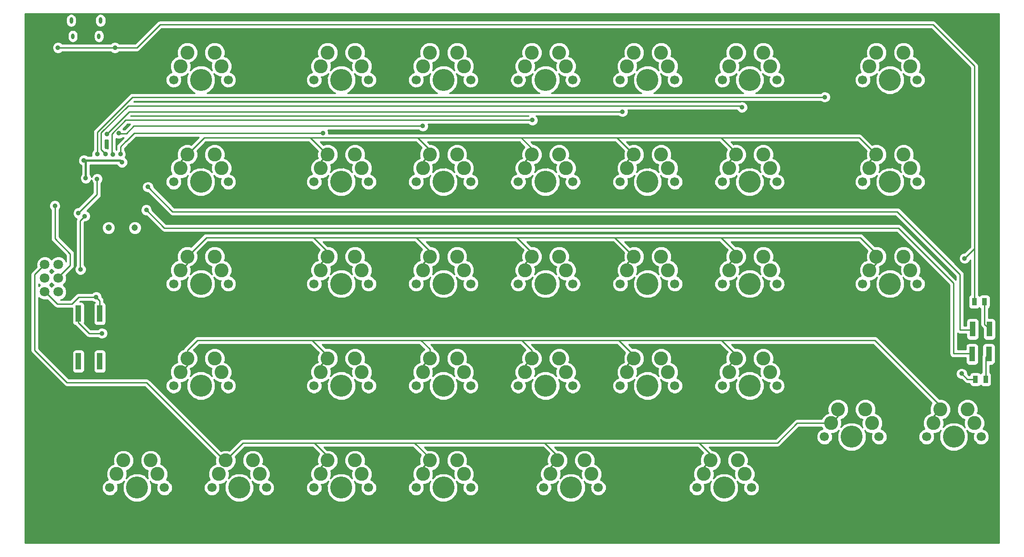
<source format=gbl>
G04 #@! TF.FileFunction,Copper,L2,Bot,Signal*
%FSLAX46Y46*%
G04 Gerber Fmt 4.6, Leading zero omitted, Abs format (unit mm)*
G04 Created by KiCad (PCBNEW 4.0.0-rc1-stable) date 12/27/2015 3:28:10 PM*
%MOMM*%
G01*
G04 APERTURE LIST*
%ADD10C,0.150000*%
%ADD11R,1.000000X3.100000*%
%ADD12C,1.200000*%
%ADD13C,1.800000*%
%ADD14C,1.700000*%
%ADD15C,2.600960*%
%ADD16C,4.099560*%
%ADD17O,0.700000X1.200000*%
%ADD18O,0.650000X1.050000*%
%ADD19R,0.889000X1.397000*%
%ADD20R,1.100000X2.800000*%
%ADD21C,0.889000*%
%ADD22C,0.254000*%
%ADD23C,0.406000*%
G04 APERTURE END LIST*
D10*
D11*
X63598500Y-86550000D03*
X67599000Y-95450000D03*
X63601000Y-95450000D03*
X67599000Y-86550000D03*
D12*
X74115000Y-70550000D03*
X69235000Y-70550000D03*
D13*
X57340000Y-82480000D03*
X57340000Y-79940000D03*
X57340000Y-77400000D03*
X59880000Y-82480000D03*
X59880000Y-79940000D03*
X59880000Y-77400000D03*
D14*
X91493600Y-43000000D03*
D15*
X83873600Y-37920000D03*
X90223600Y-40460000D03*
D16*
X86413600Y-43000000D03*
D15*
X88953600Y-37920000D03*
X82603600Y-40460000D03*
D14*
X81333600Y-43000000D03*
X91493600Y-62000000D03*
D15*
X83873600Y-56920000D03*
X90223600Y-59460000D03*
D16*
X86413600Y-62000000D03*
D15*
X88953600Y-56920000D03*
X82603600Y-59460000D03*
D14*
X81333600Y-62000000D03*
X91493600Y-81000000D03*
D15*
X83873600Y-75920000D03*
X90223600Y-78460000D03*
D16*
X86413600Y-81000000D03*
D15*
X88953600Y-75920000D03*
X82603600Y-78460000D03*
D14*
X81333600Y-81000000D03*
X91493600Y-100000000D03*
D15*
X83873600Y-94920000D03*
X90223600Y-97460000D03*
D16*
X86413600Y-100000000D03*
D15*
X88953600Y-94920000D03*
X82603600Y-97460000D03*
D14*
X81333600Y-100000000D03*
X98618600Y-119000000D03*
D15*
X90998600Y-113920000D03*
X97348600Y-116460000D03*
D16*
X93538600Y-119000000D03*
D15*
X96078600Y-113920000D03*
X89728600Y-116460000D03*
D14*
X88458600Y-119000000D03*
X79618600Y-119000000D03*
D15*
X71998600Y-113920000D03*
X78348600Y-116460000D03*
D16*
X74538600Y-119000000D03*
D15*
X77078600Y-113920000D03*
X70728600Y-116460000D03*
D14*
X69458600Y-119000000D03*
X117618600Y-43000000D03*
D15*
X109998600Y-37920000D03*
X116348600Y-40460000D03*
D16*
X112538600Y-43000000D03*
D15*
X115078600Y-37920000D03*
X108728600Y-40460000D03*
D14*
X107458600Y-43000000D03*
X117618600Y-62000000D03*
D15*
X109998600Y-56920000D03*
X116348600Y-59460000D03*
D16*
X112538600Y-62000000D03*
D15*
X115078600Y-56920000D03*
X108728600Y-59460000D03*
D14*
X107458600Y-62000000D03*
X117618600Y-81000000D03*
D15*
X109998600Y-75920000D03*
X116348600Y-78460000D03*
D16*
X112538600Y-81000000D03*
D15*
X115078600Y-75920000D03*
X108728600Y-78460000D03*
D14*
X107458600Y-81000000D03*
X117618600Y-100000000D03*
D15*
X109998600Y-94920000D03*
X116348600Y-97460000D03*
D16*
X112538600Y-100000000D03*
D15*
X115078600Y-94920000D03*
X108728600Y-97460000D03*
D14*
X107458600Y-100000000D03*
X117618600Y-119000000D03*
D15*
X109998600Y-113920000D03*
X116348600Y-116460000D03*
D16*
X112538600Y-119000000D03*
D15*
X115078600Y-113920000D03*
X108728600Y-116460000D03*
D14*
X107458600Y-119000000D03*
X136618600Y-43000000D03*
D15*
X128998600Y-37920000D03*
X135348600Y-40460000D03*
D16*
X131538600Y-43000000D03*
D15*
X134078600Y-37920000D03*
X127728600Y-40460000D03*
D14*
X126458600Y-43000000D03*
X136618600Y-62000000D03*
D15*
X128998600Y-56920000D03*
X135348600Y-59460000D03*
D16*
X131538600Y-62000000D03*
D15*
X134078600Y-56920000D03*
X127728600Y-59460000D03*
D14*
X126458600Y-62000000D03*
X136618600Y-81000000D03*
D15*
X128998600Y-75920000D03*
X135348600Y-78460000D03*
D16*
X131538600Y-81000000D03*
D15*
X134078600Y-75920000D03*
X127728600Y-78460000D03*
D14*
X126458600Y-81000000D03*
X136618600Y-100000000D03*
D15*
X128998600Y-94920000D03*
X135348600Y-97460000D03*
D16*
X131538600Y-100000000D03*
D15*
X134078600Y-94920000D03*
X127728600Y-97460000D03*
D14*
X126458600Y-100000000D03*
X136618600Y-119000000D03*
D15*
X128998600Y-113920000D03*
X135348600Y-116460000D03*
D16*
X131538600Y-119000000D03*
D15*
X134078600Y-113920000D03*
X127728600Y-116460000D03*
D14*
X126458600Y-119000000D03*
X155618600Y-43000000D03*
D15*
X147998600Y-37920000D03*
X154348600Y-40460000D03*
D16*
X150538600Y-43000000D03*
D15*
X153078600Y-37920000D03*
X146728600Y-40460000D03*
D14*
X145458600Y-43000000D03*
X155618600Y-62000000D03*
D15*
X147998600Y-56920000D03*
X154348600Y-59460000D03*
D16*
X150538600Y-62000000D03*
D15*
X153078600Y-56920000D03*
X146728600Y-59460000D03*
D14*
X145458600Y-62000000D03*
X155618600Y-81000000D03*
D15*
X147998600Y-75920000D03*
X154348600Y-78460000D03*
D16*
X150538600Y-81000000D03*
D15*
X153078600Y-75920000D03*
X146728600Y-78460000D03*
D14*
X145458600Y-81000000D03*
X155618600Y-100000000D03*
D15*
X147998600Y-94920000D03*
X154348600Y-97460000D03*
D16*
X150538600Y-100000000D03*
D15*
X153078600Y-94920000D03*
X146728600Y-97460000D03*
D14*
X145458600Y-100000000D03*
X174618600Y-43000000D03*
D15*
X166998600Y-37920000D03*
X173348600Y-40460000D03*
D16*
X169538600Y-43000000D03*
D15*
X172078600Y-37920000D03*
X165728600Y-40460000D03*
D14*
X164458600Y-43000000D03*
X174618600Y-62000000D03*
D15*
X166998600Y-56920000D03*
X173348600Y-59460000D03*
D16*
X169538600Y-62000000D03*
D15*
X172078600Y-56920000D03*
X165728600Y-59460000D03*
D14*
X164458600Y-62000000D03*
X174618600Y-81000000D03*
D15*
X166998600Y-75920000D03*
X173348600Y-78460000D03*
D16*
X169538600Y-81000000D03*
D15*
X172078600Y-75920000D03*
X165728600Y-78460000D03*
D14*
X164458600Y-81000000D03*
X174618600Y-100000000D03*
D15*
X166998600Y-94920000D03*
X173348600Y-97460000D03*
D16*
X169538600Y-100000000D03*
D15*
X172078600Y-94920000D03*
X165728600Y-97460000D03*
D14*
X164458600Y-100000000D03*
X160368600Y-119000000D03*
D15*
X152748600Y-113920000D03*
X159098600Y-116460000D03*
D16*
X155288600Y-119000000D03*
D15*
X157828600Y-113920000D03*
X151478600Y-116460000D03*
D14*
X150208600Y-119000000D03*
X193618600Y-43000000D03*
D15*
X185998600Y-37920000D03*
X192348600Y-40460000D03*
D16*
X188538600Y-43000000D03*
D15*
X191078600Y-37920000D03*
X184728600Y-40460000D03*
D14*
X183458600Y-43000000D03*
X193618600Y-62000000D03*
D15*
X185998600Y-56920000D03*
X192348600Y-59460000D03*
D16*
X188538600Y-62000000D03*
D15*
X191078600Y-56920000D03*
X184728600Y-59460000D03*
D14*
X183458600Y-62000000D03*
X193618600Y-81000000D03*
D15*
X185998600Y-75920000D03*
X192348600Y-78460000D03*
D16*
X188538600Y-81000000D03*
D15*
X191078600Y-75920000D03*
X184728600Y-78460000D03*
D14*
X183458600Y-81000000D03*
X193618600Y-100000000D03*
D15*
X185998600Y-94920000D03*
X192348600Y-97460000D03*
D16*
X188538600Y-100000000D03*
D15*
X191078600Y-94920000D03*
X184728600Y-97460000D03*
D14*
X183458600Y-100000000D03*
X188866000Y-119000000D03*
D15*
X181246000Y-113920000D03*
X187596000Y-116460000D03*
D16*
X183786000Y-119000000D03*
D15*
X186326000Y-113920000D03*
X179976000Y-116460000D03*
D14*
X178706000Y-119000000D03*
X219743600Y-43000000D03*
D15*
X212123600Y-37920000D03*
X218473600Y-40460000D03*
D16*
X214663600Y-43000000D03*
D15*
X217203600Y-37920000D03*
X210853600Y-40460000D03*
D14*
X209583600Y-43000000D03*
X219743600Y-62000000D03*
D15*
X212123600Y-56920000D03*
X218473600Y-59460000D03*
D16*
X214663600Y-62000000D03*
D15*
X217203600Y-56920000D03*
X210853600Y-59460000D03*
D14*
X209583600Y-62000000D03*
X219743600Y-81000000D03*
D15*
X212123600Y-75920000D03*
X218473600Y-78460000D03*
D16*
X214663600Y-81000000D03*
D15*
X217203600Y-75920000D03*
X210853600Y-78460000D03*
D14*
X209583600Y-81000000D03*
X231618600Y-109500000D03*
D15*
X223998600Y-104420000D03*
X230348600Y-106960000D03*
D16*
X226538600Y-109500000D03*
D15*
X229078600Y-104420000D03*
X222728600Y-106960000D03*
D14*
X221458600Y-109500000D03*
X212618600Y-109500000D03*
D15*
X204998600Y-104420000D03*
X211348600Y-106960000D03*
D16*
X207538600Y-109500000D03*
D15*
X210078600Y-104420000D03*
X203728600Y-106960000D03*
D14*
X202458600Y-109500000D03*
D17*
X67725000Y-31950000D03*
X62275000Y-31950000D03*
D18*
X67425000Y-34850000D03*
X62575000Y-34850000D03*
D19*
X230347500Y-84350000D03*
X232252500Y-84350000D03*
X230547500Y-98800000D03*
X232452500Y-98800000D03*
D20*
X230050000Y-89450000D03*
X233150000Y-89450000D03*
X229950000Y-94100000D03*
X233050000Y-94100000D03*
D21*
X228550000Y-76250000D03*
X228000000Y-97750000D03*
X59800000Y-37000000D03*
X70400000Y-37000000D03*
X67090000Y-61460000D03*
X63620000Y-67840000D03*
X67975000Y-90225000D03*
X71710000Y-58340000D03*
X64625000Y-57975000D03*
X64975000Y-61300000D03*
X71425000Y-56850000D03*
X109100000Y-52900000D03*
X71150000Y-52950000D03*
X127700000Y-51600000D03*
X70025000Y-56900000D03*
X148100000Y-50500000D03*
X164850000Y-48900000D03*
X68900000Y-53100000D03*
X68700000Y-56800000D03*
X187100000Y-48100000D03*
X67100000Y-56800000D03*
X202500000Y-46200000D03*
X64775000Y-68375000D03*
X64000000Y-78300000D03*
X66925000Y-83450000D03*
X59230000Y-66470000D03*
X76550000Y-62950000D03*
X76250000Y-67250000D03*
D22*
X230547500Y-98800000D02*
X229050000Y-98800000D01*
X230347500Y-74452500D02*
X230347500Y-74397500D01*
X228550000Y-76250000D02*
X230347500Y-74452500D01*
X229050000Y-98800000D02*
X228000000Y-97750000D01*
X70400000Y-37000000D02*
X74500000Y-37000000D01*
X59800000Y-37000000D02*
X70400000Y-37000000D01*
X230347500Y-40397500D02*
X230347500Y-73450000D01*
X230347500Y-73450000D02*
X230347500Y-74300000D01*
X230347500Y-74300000D02*
X230347500Y-74500000D01*
X230347500Y-74500000D02*
X230347500Y-84350000D01*
X222650000Y-32700000D02*
X230347500Y-40397500D01*
X78800000Y-32700000D02*
X222650000Y-32700000D01*
X74500000Y-37000000D02*
X78800000Y-32700000D01*
X67090000Y-64370000D02*
X67090000Y-61460000D01*
X63620000Y-67840000D02*
X67090000Y-64370000D01*
X63598500Y-86550000D02*
X63598500Y-88248500D01*
X65575000Y-90225000D02*
X67975000Y-90225000D01*
X63598500Y-88248500D02*
X65575000Y-90225000D01*
D23*
X71710000Y-58340000D02*
X71345000Y-57975000D01*
X71345000Y-57975000D02*
X64625000Y-57975000D01*
X64975000Y-58325000D02*
X64975000Y-61300000D01*
X64625000Y-57975000D02*
X64975000Y-58325000D01*
D22*
X72450000Y-54450000D02*
X72425000Y-54450000D01*
X109100000Y-52900000D02*
X74000000Y-52900000D01*
X74000000Y-52900000D02*
X72450000Y-54450000D01*
X71425000Y-55450000D02*
X71425000Y-56850000D01*
X72425000Y-54450000D02*
X71425000Y-55450000D01*
X72550000Y-53000000D02*
X71200000Y-53000000D01*
X73950000Y-51600000D02*
X72550000Y-53000000D01*
X127700000Y-51600000D02*
X73950000Y-51600000D01*
X71200000Y-53000000D02*
X71150000Y-52950000D01*
X69850000Y-53050000D02*
X69850000Y-56725000D01*
X72400000Y-50500000D02*
X69850000Y-53050000D01*
X72400000Y-50500000D02*
X148100000Y-50500000D01*
X69850000Y-56725000D02*
X70025000Y-56900000D01*
X164850000Y-48900000D02*
X73100000Y-48900000D01*
X73100000Y-48900000D02*
X68900000Y-53100000D01*
X187050000Y-48100000D02*
X186750000Y-47800000D01*
X186750000Y-47800000D02*
X72900000Y-47800000D01*
X72900000Y-47800000D02*
X67850000Y-52850000D01*
X67850000Y-52850000D02*
X67850000Y-55950000D01*
X67850000Y-55950000D02*
X68700000Y-56800000D01*
X187100000Y-48100000D02*
X187050000Y-48100000D01*
X202500000Y-46200000D02*
X73650000Y-46200000D01*
X67100000Y-52750000D02*
X67100000Y-56800000D01*
X73650000Y-46200000D02*
X67100000Y-52750000D01*
X57340000Y-82480000D02*
X57400000Y-82480000D01*
X57400000Y-82480000D02*
X59670000Y-84750000D01*
X63690000Y-83450000D02*
X66925000Y-83450000D01*
X62390000Y-84750000D02*
X63690000Y-83450000D01*
X59670000Y-84750000D02*
X62390000Y-84750000D01*
X63925000Y-69225000D02*
X64775000Y-68375000D01*
X63925000Y-78225000D02*
X63925000Y-69225000D01*
X64000000Y-78300000D02*
X63925000Y-78225000D01*
X67599000Y-86550000D02*
X67599000Y-84124000D01*
X67599000Y-84124000D02*
X66925000Y-83450000D01*
X166998600Y-94920000D02*
X166998600Y-94338600D01*
X166998600Y-94338600D02*
X164160000Y-91500000D01*
X223998600Y-103698600D02*
X211800000Y-91500000D01*
X211800000Y-91500000D02*
X183300000Y-91500000D01*
X185998600Y-94920000D02*
X185998600Y-94198600D01*
X185998600Y-94198600D02*
X183300000Y-91500000D01*
X184728600Y-97460000D02*
X184728600Y-96190000D01*
X184728600Y-96190000D02*
X185998600Y-94920000D01*
X147998600Y-94920000D02*
X147998600Y-93398600D01*
X147998600Y-93398600D02*
X146100000Y-91500000D01*
X146728600Y-97460000D02*
X146728600Y-96190000D01*
X146728600Y-96190000D02*
X147998600Y-94920000D01*
X128998600Y-94920000D02*
X128998600Y-93148600D01*
X128998600Y-93148600D02*
X127350000Y-91500000D01*
X127728600Y-97460000D02*
X127728600Y-96190000D01*
X127728600Y-96190000D02*
X128998600Y-94920000D01*
X109998600Y-94920000D02*
X109998600Y-94398600D01*
X109998600Y-94398600D02*
X107100000Y-91500000D01*
X108728600Y-97460000D02*
X108728600Y-96190000D01*
X108728600Y-96190000D02*
X109998600Y-94920000D01*
X83873600Y-94920000D02*
X83873600Y-96190000D01*
X83873600Y-96190000D02*
X82603600Y-97460000D01*
X183300000Y-91500000D02*
X164160000Y-91500000D01*
X146100000Y-91500000D02*
X127350000Y-91500000D01*
X127350000Y-91500000D02*
X107100000Y-91500000D01*
X107100000Y-91500000D02*
X85800000Y-91500000D01*
X83873600Y-93426400D02*
X83873600Y-94920000D01*
X85800000Y-91500000D02*
X83873600Y-93426400D01*
X222728600Y-106960000D02*
X222728600Y-105690000D01*
X222728600Y-105690000D02*
X223998600Y-104420000D01*
X223998600Y-104420000D02*
X223998600Y-103698600D01*
X222228600Y-107460000D02*
X222728600Y-106960000D01*
X164160000Y-91500000D02*
X146100000Y-91500000D01*
X165728600Y-97460000D02*
X165728600Y-96190000D01*
X165728600Y-96190000D02*
X166998600Y-94920000D01*
X59880000Y-79940000D02*
X59880000Y-79780000D01*
X59880000Y-79780000D02*
X62100000Y-77560000D01*
X59230000Y-72530000D02*
X59230000Y-66470000D01*
X62100000Y-75400000D02*
X59230000Y-72530000D01*
X62100000Y-77560000D02*
X62100000Y-75400000D01*
X203728600Y-106960000D02*
X197390000Y-106960000D01*
X193700000Y-110650000D02*
X179150000Y-110650000D01*
X197390000Y-106960000D02*
X193700000Y-110650000D01*
X90998600Y-113920000D02*
X90790000Y-113920000D01*
X90790000Y-113920000D02*
X76280000Y-99410000D01*
X55470000Y-79270000D02*
X57340000Y-77400000D01*
X55470000Y-93380000D02*
X55470000Y-79270000D01*
X61500000Y-99410000D02*
X55470000Y-93380000D01*
X76280000Y-99410000D02*
X61500000Y-99410000D01*
X181246000Y-113920000D02*
X181246000Y-112746000D01*
X181246000Y-112746000D02*
X179150000Y-110650000D01*
X179976000Y-116460000D02*
X179976000Y-115190000D01*
X179976000Y-115190000D02*
X181246000Y-113920000D01*
X128998600Y-113920000D02*
X128998600Y-113498600D01*
X128998600Y-113498600D02*
X126150000Y-110650000D01*
X127728600Y-116460000D02*
X127728600Y-115190000D01*
X127728600Y-115190000D02*
X128998600Y-113920000D01*
X109998600Y-113920000D02*
X109998600Y-113148600D01*
X109998600Y-113148600D02*
X107500000Y-110650000D01*
X108728600Y-116460000D02*
X108728600Y-115190000D01*
X108728600Y-115190000D02*
X109998600Y-113920000D01*
X203728600Y-106960000D02*
X203728600Y-107021400D01*
X94268600Y-110650000D02*
X90998600Y-113920000D01*
X179150000Y-110650000D02*
X150400000Y-110650000D01*
X126150000Y-110650000D02*
X107500000Y-110650000D01*
X107500000Y-110650000D02*
X94268600Y-110650000D01*
X204998600Y-104420000D02*
X204998600Y-105690000D01*
X204998600Y-105690000D02*
X203728600Y-106960000D01*
X152748600Y-113920000D02*
X152748600Y-112998600D01*
X152748600Y-112998600D02*
X150400000Y-110650000D01*
X151478600Y-116460000D02*
X151478600Y-115190000D01*
X151478600Y-115190000D02*
X152748600Y-113920000D01*
X150400000Y-110650000D02*
X126150000Y-110650000D01*
X147998600Y-75920000D02*
X147998600Y-75168600D01*
X147998600Y-75168600D02*
X145205000Y-72375000D01*
X146728600Y-78460000D02*
X146728600Y-77190000D01*
X146728600Y-77190000D02*
X147998600Y-75920000D01*
X185998600Y-75920000D02*
X185998600Y-75148600D01*
X185998600Y-75148600D02*
X183225000Y-72375000D01*
X166998600Y-75920000D02*
X166970000Y-75920000D01*
X166970000Y-75920000D02*
X163425000Y-72375000D01*
X166998600Y-75920000D02*
X166998600Y-75448600D01*
X128998600Y-75920000D02*
X128998600Y-74898600D01*
X128998600Y-74898600D02*
X126475000Y-72375000D01*
X109998600Y-75920000D02*
X109998600Y-75048600D01*
X109998600Y-75048600D02*
X107325000Y-72375000D01*
X83873600Y-75920000D02*
X87418600Y-72375000D01*
X209125000Y-72375000D02*
X183225000Y-72375000D01*
X183225000Y-72375000D02*
X163425000Y-72375000D01*
X163425000Y-72375000D02*
X145205000Y-72375000D01*
X145205000Y-72375000D02*
X126475000Y-72375000D01*
X209125000Y-72375000D02*
X212123600Y-75373600D01*
X126475000Y-72375000D02*
X107325000Y-72375000D01*
X107325000Y-72375000D02*
X87418600Y-72375000D01*
X212123600Y-75920000D02*
X212123600Y-75373600D01*
X165728600Y-78460000D02*
X165728600Y-77190000D01*
X165728600Y-77190000D02*
X166998600Y-75920000D01*
X128998600Y-75920000D02*
X128998600Y-75148600D01*
X109998600Y-75920000D02*
X109998600Y-74948600D01*
X184728600Y-78460000D02*
X184728600Y-77190000D01*
X184728600Y-77190000D02*
X185998600Y-75920000D01*
X127728600Y-78460000D02*
X127728600Y-77190000D01*
X127728600Y-77190000D02*
X128998600Y-75920000D01*
X108728600Y-78460000D02*
X108728600Y-77190000D01*
X108728600Y-77190000D02*
X109998600Y-75920000D01*
X83873600Y-75920000D02*
X83873600Y-77190000D01*
X83873600Y-77190000D02*
X82603600Y-78460000D01*
X212123600Y-75920000D02*
X212123600Y-77190000D01*
X212123600Y-77190000D02*
X210853600Y-78460000D01*
X109998600Y-56920000D02*
X109870000Y-56920000D01*
X109870000Y-56920000D02*
X106750000Y-53800000D01*
X128998600Y-56920000D02*
X128998600Y-56073600D01*
X128998600Y-56073600D02*
X126725000Y-53800000D01*
X147998600Y-56920000D02*
X147998600Y-55773600D01*
X147998600Y-55773600D02*
X146025000Y-53800000D01*
X166998600Y-56920000D02*
X166920000Y-56920000D01*
X166920000Y-56920000D02*
X163800000Y-53800000D01*
X166998600Y-56920000D02*
X166998600Y-56048600D01*
X165728600Y-59460000D02*
X165728600Y-58190000D01*
X165728600Y-58190000D02*
X166998600Y-56920000D01*
X185998600Y-56920000D02*
X185998600Y-56598600D01*
X185998600Y-56598600D02*
X183200000Y-53800000D01*
X212123600Y-56920000D02*
X212070000Y-56920000D01*
X212070000Y-56920000D02*
X208950000Y-53800000D01*
X86993600Y-53800000D02*
X83873600Y-56920000D01*
X208950000Y-53800000D02*
X183200000Y-53800000D01*
X183200000Y-53800000D02*
X163800000Y-53800000D01*
X163800000Y-53800000D02*
X146025000Y-53800000D01*
X146025000Y-53800000D02*
X126725000Y-53800000D01*
X126725000Y-53800000D02*
X106750000Y-53800000D01*
X106750000Y-53800000D02*
X86993600Y-53800000D01*
X185998600Y-56920000D02*
X185998600Y-56698600D01*
X128998600Y-56920000D02*
X128998600Y-55848600D01*
X108728600Y-59460000D02*
X108728600Y-58190000D01*
X108728600Y-58190000D02*
X109998600Y-56920000D01*
X127728600Y-59460000D02*
X127728600Y-58190000D01*
X127728600Y-58190000D02*
X128998600Y-56920000D01*
X146728600Y-59460000D02*
X146728600Y-58190000D01*
X146728600Y-58190000D02*
X147998600Y-56920000D01*
X184728600Y-59460000D02*
X184728600Y-58190000D01*
X184728600Y-58190000D02*
X185998600Y-56920000D01*
X82603600Y-59460000D02*
X82603600Y-58190000D01*
X82603600Y-58190000D02*
X83873600Y-56920000D01*
X210853600Y-59460000D02*
X210853600Y-58190000D01*
X210853600Y-58190000D02*
X212123600Y-56920000D01*
X82603600Y-40460000D02*
X82540000Y-40460000D01*
X229900000Y-89600000D02*
X227700000Y-89600000D01*
X76550000Y-62950000D02*
X81150000Y-67550000D01*
X81150000Y-67550000D02*
X216000000Y-67550000D01*
X216000000Y-67550000D02*
X227700000Y-79250000D01*
X227700000Y-79250000D02*
X227700000Y-89600000D01*
X229900000Y-89600000D02*
X230050000Y-89450000D01*
X232252500Y-84350000D02*
X232252500Y-88552500D01*
X232252500Y-88552500D02*
X233150000Y-89450000D01*
X229850000Y-94000000D02*
X226500000Y-94000000D01*
X76250000Y-67250000D02*
X79600000Y-70600000D01*
X79600000Y-70600000D02*
X216200000Y-70600000D01*
X216200000Y-70600000D02*
X226500000Y-80900000D01*
X226500000Y-80900000D02*
X226500000Y-94000000D01*
X229850000Y-94000000D02*
X229950000Y-94100000D01*
X232452500Y-98800000D02*
X232452500Y-94697500D01*
X232452500Y-94697500D02*
X233050000Y-94100000D01*
G36*
X234922800Y-129315000D02*
X53685000Y-129315000D01*
X53685000Y-118771279D01*
X67961882Y-118771279D01*
X67973571Y-119032560D01*
X67973343Y-119294089D01*
X67986719Y-119326462D01*
X67988285Y-119361458D01*
X68163341Y-119784080D01*
X68177698Y-119788666D01*
X68198944Y-119840086D01*
X68616317Y-120258188D01*
X68669768Y-120280383D01*
X68674520Y-120295259D01*
X68920374Y-120384444D01*
X69161919Y-120484742D01*
X69196949Y-120484773D01*
X69229879Y-120496718D01*
X69491160Y-120485029D01*
X69752689Y-120485257D01*
X69785062Y-120471881D01*
X69820058Y-120470315D01*
X70242680Y-120295259D01*
X70247266Y-120280902D01*
X70298686Y-120259656D01*
X70716788Y-119842283D01*
X70738983Y-119788832D01*
X70753859Y-119784080D01*
X70843044Y-119538226D01*
X70943342Y-119296681D01*
X70943373Y-119261651D01*
X70955318Y-119228721D01*
X70943629Y-118967440D01*
X70943857Y-118705911D01*
X70930481Y-118673538D01*
X70928915Y-118638542D01*
X70828272Y-118395567D01*
X71111902Y-118395815D01*
X71823529Y-118101777D01*
X72129742Y-117796098D01*
X72054990Y-117980274D01*
X71854287Y-118463621D01*
X71854277Y-118474797D01*
X71850075Y-118485151D01*
X71853812Y-119008346D01*
X71853355Y-119531693D01*
X71857623Y-119542023D01*
X71857703Y-119553196D01*
X72251751Y-120504512D01*
X72256499Y-120507378D01*
X72261227Y-120518819D01*
X73015809Y-121274719D01*
X73030432Y-121280791D01*
X73034088Y-121286849D01*
X73518874Y-121483610D01*
X74002221Y-121684313D01*
X74013397Y-121684323D01*
X74023751Y-121688525D01*
X74546946Y-121684788D01*
X75070293Y-121685245D01*
X75080623Y-121680977D01*
X75091796Y-121680897D01*
X76043112Y-121286849D01*
X76045978Y-121282101D01*
X76057419Y-121277373D01*
X76813319Y-120522791D01*
X76819391Y-120508168D01*
X76825449Y-120504512D01*
X77022210Y-120019726D01*
X77222913Y-119536379D01*
X77222923Y-119525203D01*
X77227125Y-119514849D01*
X77223388Y-118991654D01*
X77223845Y-118468307D01*
X77219577Y-118457977D01*
X77219497Y-118446804D01*
X76951664Y-117800197D01*
X77250807Y-118099863D01*
X77961920Y-118395143D01*
X78258233Y-118395402D01*
X78234156Y-118461774D01*
X78133858Y-118703319D01*
X78133827Y-118738349D01*
X78121882Y-118771279D01*
X78133571Y-119032560D01*
X78133343Y-119294089D01*
X78146719Y-119326462D01*
X78148285Y-119361458D01*
X78323341Y-119784080D01*
X78337698Y-119788666D01*
X78358944Y-119840086D01*
X78776317Y-120258188D01*
X78829768Y-120280383D01*
X78834520Y-120295259D01*
X79080374Y-120384444D01*
X79321919Y-120484742D01*
X79356949Y-120484773D01*
X79389879Y-120496718D01*
X79651160Y-120485029D01*
X79912689Y-120485257D01*
X79945062Y-120471881D01*
X79980058Y-120470315D01*
X80402680Y-120295259D01*
X80407266Y-120280902D01*
X80458686Y-120259656D01*
X80876788Y-119842283D01*
X80898983Y-119788832D01*
X80913859Y-119784080D01*
X81003044Y-119538226D01*
X81103342Y-119296681D01*
X81103373Y-119261651D01*
X81115318Y-119228721D01*
X81103629Y-118967440D01*
X81103857Y-118705911D01*
X81090481Y-118673538D01*
X81088915Y-118638542D01*
X80913859Y-118215920D01*
X80899502Y-118211334D01*
X80878256Y-118159914D01*
X80460883Y-117741812D01*
X80407432Y-117719617D01*
X80402680Y-117704741D01*
X80156826Y-117615556D01*
X79992765Y-117547432D01*
X80283743Y-116846680D01*
X80284415Y-116076698D01*
X79990377Y-115365071D01*
X79446393Y-114820137D01*
X78895519Y-114591394D01*
X79013743Y-114306680D01*
X79014415Y-113536698D01*
X78720377Y-112825071D01*
X78176393Y-112280137D01*
X77465280Y-111984857D01*
X76695298Y-111984185D01*
X75983671Y-112278223D01*
X75438737Y-112822207D01*
X75143457Y-113533320D01*
X75142785Y-114303302D01*
X75436823Y-115014929D01*
X75980807Y-115559863D01*
X76531681Y-115788606D01*
X76413457Y-116073320D01*
X76412785Y-116843302D01*
X76577746Y-117242537D01*
X76061391Y-116725281D01*
X76046768Y-116719209D01*
X76043112Y-116713151D01*
X75558326Y-116516390D01*
X75074979Y-116315687D01*
X75063803Y-116315677D01*
X75053449Y-116311475D01*
X74530254Y-116315212D01*
X74006907Y-116314755D01*
X73996577Y-116319023D01*
X73985404Y-116319103D01*
X73034088Y-116713151D01*
X73031222Y-116717899D01*
X73019781Y-116722627D01*
X72499656Y-117241845D01*
X72663743Y-116846680D01*
X72664415Y-116076698D01*
X72545259Y-115788317D01*
X73093529Y-115561777D01*
X73638463Y-115017793D01*
X73933743Y-114306680D01*
X73934415Y-113536698D01*
X73640377Y-112825071D01*
X73096393Y-112280137D01*
X72385280Y-111984857D01*
X71615298Y-111984185D01*
X70903671Y-112278223D01*
X70358737Y-112822207D01*
X70063457Y-113533320D01*
X70062785Y-114303302D01*
X70181941Y-114591683D01*
X69633671Y-114818223D01*
X69088737Y-115362207D01*
X68793457Y-116073320D01*
X68792785Y-116843302D01*
X69079425Y-117537024D01*
X68674520Y-117704741D01*
X68669934Y-117719098D01*
X68618514Y-117740344D01*
X68200412Y-118157717D01*
X68178217Y-118211168D01*
X68163341Y-118215920D01*
X68074156Y-118461774D01*
X67973858Y-118703319D01*
X67973827Y-118738349D01*
X67961882Y-118771279D01*
X53685000Y-118771279D01*
X53685000Y-79270000D01*
X54708000Y-79270000D01*
X54708000Y-93380000D01*
X54766004Y-93671605D01*
X54868547Y-93825071D01*
X54931185Y-93918815D01*
X60961185Y-99948816D01*
X61109377Y-100047834D01*
X61208395Y-100113996D01*
X61500000Y-100172000D01*
X75964370Y-100172000D01*
X89140397Y-113348028D01*
X89063457Y-113533320D01*
X89062785Y-114303302D01*
X89181941Y-114591683D01*
X88633671Y-114818223D01*
X88088737Y-115362207D01*
X87793457Y-116073320D01*
X87792785Y-116843302D01*
X88079425Y-117537024D01*
X87674520Y-117704741D01*
X87669934Y-117719098D01*
X87618514Y-117740344D01*
X87200412Y-118157717D01*
X87178217Y-118211168D01*
X87163341Y-118215920D01*
X87074156Y-118461774D01*
X86973858Y-118703319D01*
X86973827Y-118738349D01*
X86961882Y-118771279D01*
X86973571Y-119032560D01*
X86973343Y-119294089D01*
X86986719Y-119326462D01*
X86988285Y-119361458D01*
X87163341Y-119784080D01*
X87177698Y-119788666D01*
X87198944Y-119840086D01*
X87616317Y-120258188D01*
X87669768Y-120280383D01*
X87674520Y-120295259D01*
X87920374Y-120384444D01*
X88161919Y-120484742D01*
X88196949Y-120484773D01*
X88229879Y-120496718D01*
X88491160Y-120485029D01*
X88752689Y-120485257D01*
X88785062Y-120471881D01*
X88820058Y-120470315D01*
X89242680Y-120295259D01*
X89247266Y-120280902D01*
X89298686Y-120259656D01*
X89716788Y-119842283D01*
X89738983Y-119788832D01*
X89753859Y-119784080D01*
X89843044Y-119538226D01*
X89943342Y-119296681D01*
X89943373Y-119261651D01*
X89955318Y-119228721D01*
X89943629Y-118967440D01*
X89943857Y-118705911D01*
X89930481Y-118673538D01*
X89928915Y-118638542D01*
X89828272Y-118395567D01*
X90111902Y-118395815D01*
X90823529Y-118101777D01*
X91129742Y-117796098D01*
X91054990Y-117980274D01*
X90854287Y-118463621D01*
X90854277Y-118474797D01*
X90850075Y-118485151D01*
X90853812Y-119008346D01*
X90853355Y-119531693D01*
X90857623Y-119542023D01*
X90857703Y-119553196D01*
X91251751Y-120504512D01*
X91256499Y-120507378D01*
X91261227Y-120518819D01*
X92015809Y-121274719D01*
X92030432Y-121280791D01*
X92034088Y-121286849D01*
X92518874Y-121483610D01*
X93002221Y-121684313D01*
X93013397Y-121684323D01*
X93023751Y-121688525D01*
X93546946Y-121684788D01*
X94070293Y-121685245D01*
X94080623Y-121680977D01*
X94091796Y-121680897D01*
X95043112Y-121286849D01*
X95045978Y-121282101D01*
X95057419Y-121277373D01*
X95813319Y-120522791D01*
X95819391Y-120508168D01*
X95825449Y-120504512D01*
X96022210Y-120019726D01*
X96222913Y-119536379D01*
X96222923Y-119525203D01*
X96227125Y-119514849D01*
X96223388Y-118991654D01*
X96223845Y-118468307D01*
X96219577Y-118457977D01*
X96219497Y-118446804D01*
X95951664Y-117800197D01*
X96250807Y-118099863D01*
X96961920Y-118395143D01*
X97258233Y-118395402D01*
X97234156Y-118461774D01*
X97133858Y-118703319D01*
X97133827Y-118738349D01*
X97121882Y-118771279D01*
X97133571Y-119032560D01*
X97133343Y-119294089D01*
X97146719Y-119326462D01*
X97148285Y-119361458D01*
X97323341Y-119784080D01*
X97337698Y-119788666D01*
X97358944Y-119840086D01*
X97776317Y-120258188D01*
X97829768Y-120280383D01*
X97834520Y-120295259D01*
X98080374Y-120384444D01*
X98321919Y-120484742D01*
X98356949Y-120484773D01*
X98389879Y-120496718D01*
X98651160Y-120485029D01*
X98912689Y-120485257D01*
X98945062Y-120471881D01*
X98980058Y-120470315D01*
X99402680Y-120295259D01*
X99407266Y-120280902D01*
X99458686Y-120259656D01*
X99876788Y-119842283D01*
X99898983Y-119788832D01*
X99913859Y-119784080D01*
X100003044Y-119538226D01*
X100103342Y-119296681D01*
X100103373Y-119261651D01*
X100115318Y-119228721D01*
X100103629Y-118967440D01*
X100103857Y-118705911D01*
X100090481Y-118673538D01*
X100088915Y-118638542D01*
X99913859Y-118215920D01*
X99899502Y-118211334D01*
X99878256Y-118159914D01*
X99460883Y-117741812D01*
X99407432Y-117719617D01*
X99402680Y-117704741D01*
X99156826Y-117615556D01*
X98992765Y-117547432D01*
X99283743Y-116846680D01*
X99284415Y-116076698D01*
X98990377Y-115365071D01*
X98446393Y-114820137D01*
X97895519Y-114591394D01*
X98013743Y-114306680D01*
X98014415Y-113536698D01*
X97720377Y-112825071D01*
X97176393Y-112280137D01*
X96465280Y-111984857D01*
X95695298Y-111984185D01*
X94983671Y-112278223D01*
X94438737Y-112822207D01*
X94143457Y-113533320D01*
X94142785Y-114303302D01*
X94436823Y-115014929D01*
X94980807Y-115559863D01*
X95531681Y-115788606D01*
X95413457Y-116073320D01*
X95412785Y-116843302D01*
X95577746Y-117242537D01*
X95061391Y-116725281D01*
X95046768Y-116719209D01*
X95043112Y-116713151D01*
X94558326Y-116516390D01*
X94074979Y-116315687D01*
X94063803Y-116315677D01*
X94053449Y-116311475D01*
X93530254Y-116315212D01*
X93006907Y-116314755D01*
X92996577Y-116319023D01*
X92985404Y-116319103D01*
X92034088Y-116713151D01*
X92031222Y-116717899D01*
X92019781Y-116722627D01*
X91499656Y-117241845D01*
X91663743Y-116846680D01*
X91664415Y-116076698D01*
X91545259Y-115788317D01*
X92093529Y-115561777D01*
X92638463Y-115017793D01*
X92933743Y-114306680D01*
X92934415Y-113536698D01*
X92795568Y-113200662D01*
X94584231Y-111412000D01*
X107184370Y-111412000D01*
X108476760Y-112704390D01*
X108358737Y-112822207D01*
X108063457Y-113533320D01*
X108062785Y-114303302D01*
X108181941Y-114591683D01*
X107633671Y-114818223D01*
X107088737Y-115362207D01*
X106793457Y-116073320D01*
X106792785Y-116843302D01*
X107079425Y-117537024D01*
X106674520Y-117704741D01*
X106669934Y-117719098D01*
X106618514Y-117740344D01*
X106200412Y-118157717D01*
X106178217Y-118211168D01*
X106163341Y-118215920D01*
X106074156Y-118461774D01*
X105973858Y-118703319D01*
X105973827Y-118738349D01*
X105961882Y-118771279D01*
X105973571Y-119032560D01*
X105973343Y-119294089D01*
X105986719Y-119326462D01*
X105988285Y-119361458D01*
X106163341Y-119784080D01*
X106177698Y-119788666D01*
X106198944Y-119840086D01*
X106616317Y-120258188D01*
X106669768Y-120280383D01*
X106674520Y-120295259D01*
X106920374Y-120384444D01*
X107161919Y-120484742D01*
X107196949Y-120484773D01*
X107229879Y-120496718D01*
X107491160Y-120485029D01*
X107752689Y-120485257D01*
X107785062Y-120471881D01*
X107820058Y-120470315D01*
X108242680Y-120295259D01*
X108247266Y-120280902D01*
X108298686Y-120259656D01*
X108716788Y-119842283D01*
X108738983Y-119788832D01*
X108753859Y-119784080D01*
X108843044Y-119538226D01*
X108943342Y-119296681D01*
X108943373Y-119261651D01*
X108955318Y-119228721D01*
X108943629Y-118967440D01*
X108943857Y-118705911D01*
X108930481Y-118673538D01*
X108928915Y-118638542D01*
X108828272Y-118395567D01*
X109111902Y-118395815D01*
X109823529Y-118101777D01*
X110129742Y-117796098D01*
X110054990Y-117980274D01*
X109854287Y-118463621D01*
X109854277Y-118474797D01*
X109850075Y-118485151D01*
X109853812Y-119008346D01*
X109853355Y-119531693D01*
X109857623Y-119542023D01*
X109857703Y-119553196D01*
X110251751Y-120504512D01*
X110256499Y-120507378D01*
X110261227Y-120518819D01*
X111015809Y-121274719D01*
X111030432Y-121280791D01*
X111034088Y-121286849D01*
X111518874Y-121483610D01*
X112002221Y-121684313D01*
X112013397Y-121684323D01*
X112023751Y-121688525D01*
X112546946Y-121684788D01*
X113070293Y-121685245D01*
X113080623Y-121680977D01*
X113091796Y-121680897D01*
X114043112Y-121286849D01*
X114045978Y-121282101D01*
X114057419Y-121277373D01*
X114813319Y-120522791D01*
X114819391Y-120508168D01*
X114825449Y-120504512D01*
X115022210Y-120019726D01*
X115222913Y-119536379D01*
X115222923Y-119525203D01*
X115227125Y-119514849D01*
X115223388Y-118991654D01*
X115223845Y-118468307D01*
X115219577Y-118457977D01*
X115219497Y-118446804D01*
X114951664Y-117800197D01*
X115250807Y-118099863D01*
X115961920Y-118395143D01*
X116258233Y-118395402D01*
X116234156Y-118461774D01*
X116133858Y-118703319D01*
X116133827Y-118738349D01*
X116121882Y-118771279D01*
X116133571Y-119032560D01*
X116133343Y-119294089D01*
X116146719Y-119326462D01*
X116148285Y-119361458D01*
X116323341Y-119784080D01*
X116337698Y-119788666D01*
X116358944Y-119840086D01*
X116776317Y-120258188D01*
X116829768Y-120280383D01*
X116834520Y-120295259D01*
X117080374Y-120384444D01*
X117321919Y-120484742D01*
X117356949Y-120484773D01*
X117389879Y-120496718D01*
X117651160Y-120485029D01*
X117912689Y-120485257D01*
X117945062Y-120471881D01*
X117980058Y-120470315D01*
X118402680Y-120295259D01*
X118407266Y-120280902D01*
X118458686Y-120259656D01*
X118876788Y-119842283D01*
X118898983Y-119788832D01*
X118913859Y-119784080D01*
X119003044Y-119538226D01*
X119103342Y-119296681D01*
X119103373Y-119261651D01*
X119115318Y-119228721D01*
X119103629Y-118967440D01*
X119103857Y-118705911D01*
X119090481Y-118673538D01*
X119088915Y-118638542D01*
X118913859Y-118215920D01*
X118899502Y-118211334D01*
X118878256Y-118159914D01*
X118460883Y-117741812D01*
X118407432Y-117719617D01*
X118402680Y-117704741D01*
X118156826Y-117615556D01*
X117992765Y-117547432D01*
X118283743Y-116846680D01*
X118284415Y-116076698D01*
X117990377Y-115365071D01*
X117446393Y-114820137D01*
X116895519Y-114591394D01*
X117013743Y-114306680D01*
X117014415Y-113536698D01*
X116720377Y-112825071D01*
X116176393Y-112280137D01*
X115465280Y-111984857D01*
X114695298Y-111984185D01*
X113983671Y-112278223D01*
X113438737Y-112822207D01*
X113143457Y-113533320D01*
X113142785Y-114303302D01*
X113436823Y-115014929D01*
X113980807Y-115559863D01*
X114531681Y-115788606D01*
X114413457Y-116073320D01*
X114412785Y-116843302D01*
X114577746Y-117242537D01*
X114061391Y-116725281D01*
X114046768Y-116719209D01*
X114043112Y-116713151D01*
X113558326Y-116516390D01*
X113074979Y-116315687D01*
X113063803Y-116315677D01*
X113053449Y-116311475D01*
X112530254Y-116315212D01*
X112006907Y-116314755D01*
X111996577Y-116319023D01*
X111985404Y-116319103D01*
X111034088Y-116713151D01*
X111031222Y-116717899D01*
X111019781Y-116722627D01*
X110499656Y-117241845D01*
X110663743Y-116846680D01*
X110664415Y-116076698D01*
X110545259Y-115788317D01*
X111093529Y-115561777D01*
X111638463Y-115017793D01*
X111933743Y-114306680D01*
X111934415Y-113536698D01*
X111640377Y-112825071D01*
X111096393Y-112280137D01*
X110385280Y-111984857D01*
X109912074Y-111984444D01*
X109339630Y-111412000D01*
X125834370Y-111412000D01*
X127325242Y-112902872D01*
X127063457Y-113533320D01*
X127062785Y-114303302D01*
X127181941Y-114591683D01*
X126633671Y-114818223D01*
X126088737Y-115362207D01*
X125793457Y-116073320D01*
X125792785Y-116843302D01*
X126079425Y-117537024D01*
X125674520Y-117704741D01*
X125669934Y-117719098D01*
X125618514Y-117740344D01*
X125200412Y-118157717D01*
X125178217Y-118211168D01*
X125163341Y-118215920D01*
X125074156Y-118461774D01*
X124973858Y-118703319D01*
X124973827Y-118738349D01*
X124961882Y-118771279D01*
X124973571Y-119032560D01*
X124973343Y-119294089D01*
X124986719Y-119326462D01*
X124988285Y-119361458D01*
X125163341Y-119784080D01*
X125177698Y-119788666D01*
X125198944Y-119840086D01*
X125616317Y-120258188D01*
X125669768Y-120280383D01*
X125674520Y-120295259D01*
X125920374Y-120384444D01*
X126161919Y-120484742D01*
X126196949Y-120484773D01*
X126229879Y-120496718D01*
X126491160Y-120485029D01*
X126752689Y-120485257D01*
X126785062Y-120471881D01*
X126820058Y-120470315D01*
X127242680Y-120295259D01*
X127247266Y-120280902D01*
X127298686Y-120259656D01*
X127716788Y-119842283D01*
X127738983Y-119788832D01*
X127753859Y-119784080D01*
X127843044Y-119538226D01*
X127943342Y-119296681D01*
X127943373Y-119261651D01*
X127955318Y-119228721D01*
X127943629Y-118967440D01*
X127943857Y-118705911D01*
X127930481Y-118673538D01*
X127928915Y-118638542D01*
X127828272Y-118395567D01*
X128111902Y-118395815D01*
X128823529Y-118101777D01*
X129129742Y-117796098D01*
X129054990Y-117980274D01*
X128854287Y-118463621D01*
X128854277Y-118474797D01*
X128850075Y-118485151D01*
X128853812Y-119008346D01*
X128853355Y-119531693D01*
X128857623Y-119542023D01*
X128857703Y-119553196D01*
X129251751Y-120504512D01*
X129256499Y-120507378D01*
X129261227Y-120518819D01*
X130015809Y-121274719D01*
X130030432Y-121280791D01*
X130034088Y-121286849D01*
X130518874Y-121483610D01*
X131002221Y-121684313D01*
X131013397Y-121684323D01*
X131023751Y-121688525D01*
X131546946Y-121684788D01*
X132070293Y-121685245D01*
X132080623Y-121680977D01*
X132091796Y-121680897D01*
X133043112Y-121286849D01*
X133045978Y-121282101D01*
X133057419Y-121277373D01*
X133813319Y-120522791D01*
X133819391Y-120508168D01*
X133825449Y-120504512D01*
X134022210Y-120019726D01*
X134222913Y-119536379D01*
X134222923Y-119525203D01*
X134227125Y-119514849D01*
X134223388Y-118991654D01*
X134223845Y-118468307D01*
X134219577Y-118457977D01*
X134219497Y-118446804D01*
X133951664Y-117800197D01*
X134250807Y-118099863D01*
X134961920Y-118395143D01*
X135258233Y-118395402D01*
X135234156Y-118461774D01*
X135133858Y-118703319D01*
X135133827Y-118738349D01*
X135121882Y-118771279D01*
X135133571Y-119032560D01*
X135133343Y-119294089D01*
X135146719Y-119326462D01*
X135148285Y-119361458D01*
X135323341Y-119784080D01*
X135337698Y-119788666D01*
X135358944Y-119840086D01*
X135776317Y-120258188D01*
X135829768Y-120280383D01*
X135834520Y-120295259D01*
X136080374Y-120384444D01*
X136321919Y-120484742D01*
X136356949Y-120484773D01*
X136389879Y-120496718D01*
X136651160Y-120485029D01*
X136912689Y-120485257D01*
X136945062Y-120471881D01*
X136980058Y-120470315D01*
X137402680Y-120295259D01*
X137407266Y-120280902D01*
X137458686Y-120259656D01*
X137876788Y-119842283D01*
X137898983Y-119788832D01*
X137913859Y-119784080D01*
X138003044Y-119538226D01*
X138103342Y-119296681D01*
X138103373Y-119261651D01*
X138115318Y-119228721D01*
X138103629Y-118967440D01*
X138103857Y-118705911D01*
X138090481Y-118673538D01*
X138088915Y-118638542D01*
X137913859Y-118215920D01*
X137899502Y-118211334D01*
X137878256Y-118159914D01*
X137460883Y-117741812D01*
X137407432Y-117719617D01*
X137402680Y-117704741D01*
X137156826Y-117615556D01*
X136992765Y-117547432D01*
X137283743Y-116846680D01*
X137284415Y-116076698D01*
X136990377Y-115365071D01*
X136446393Y-114820137D01*
X135895519Y-114591394D01*
X136013743Y-114306680D01*
X136014415Y-113536698D01*
X135720377Y-112825071D01*
X135176393Y-112280137D01*
X134465280Y-111984857D01*
X133695298Y-111984185D01*
X132983671Y-112278223D01*
X132438737Y-112822207D01*
X132143457Y-113533320D01*
X132142785Y-114303302D01*
X132436823Y-115014929D01*
X132980807Y-115559863D01*
X133531681Y-115788606D01*
X133413457Y-116073320D01*
X133412785Y-116843302D01*
X133577746Y-117242537D01*
X133061391Y-116725281D01*
X133046768Y-116719209D01*
X133043112Y-116713151D01*
X132558326Y-116516390D01*
X132074979Y-116315687D01*
X132063803Y-116315677D01*
X132053449Y-116311475D01*
X131530254Y-116315212D01*
X131006907Y-116314755D01*
X130996577Y-116319023D01*
X130985404Y-116319103D01*
X130034088Y-116713151D01*
X130031222Y-116717899D01*
X130019781Y-116722627D01*
X129499656Y-117241845D01*
X129663743Y-116846680D01*
X129664415Y-116076698D01*
X129545259Y-115788317D01*
X130093529Y-115561777D01*
X130638463Y-115017793D01*
X130933743Y-114306680D01*
X130934415Y-113536698D01*
X130640377Y-112825071D01*
X130096393Y-112280137D01*
X129385280Y-111984857D01*
X128615298Y-111984185D01*
X128577453Y-111999822D01*
X127989630Y-111412000D01*
X150084370Y-111412000D01*
X151301825Y-112629455D01*
X151108737Y-112822207D01*
X150813457Y-113533320D01*
X150812785Y-114303302D01*
X150931941Y-114591683D01*
X150383671Y-114818223D01*
X149838737Y-115362207D01*
X149543457Y-116073320D01*
X149542785Y-116843302D01*
X149829425Y-117537024D01*
X149424520Y-117704741D01*
X149419934Y-117719098D01*
X149368514Y-117740344D01*
X148950412Y-118157717D01*
X148928217Y-118211168D01*
X148913341Y-118215920D01*
X148824156Y-118461774D01*
X148723858Y-118703319D01*
X148723827Y-118738349D01*
X148711882Y-118771279D01*
X148723571Y-119032560D01*
X148723343Y-119294089D01*
X148736719Y-119326462D01*
X148738285Y-119361458D01*
X148913341Y-119784080D01*
X148927698Y-119788666D01*
X148948944Y-119840086D01*
X149366317Y-120258188D01*
X149419768Y-120280383D01*
X149424520Y-120295259D01*
X149670374Y-120384444D01*
X149911919Y-120484742D01*
X149946949Y-120484773D01*
X149979879Y-120496718D01*
X150241160Y-120485029D01*
X150502689Y-120485257D01*
X150535062Y-120471881D01*
X150570058Y-120470315D01*
X150992680Y-120295259D01*
X150997266Y-120280902D01*
X151048686Y-120259656D01*
X151466788Y-119842283D01*
X151488983Y-119788832D01*
X151503859Y-119784080D01*
X151593044Y-119538226D01*
X151693342Y-119296681D01*
X151693373Y-119261651D01*
X151705318Y-119228721D01*
X151693629Y-118967440D01*
X151693857Y-118705911D01*
X151680481Y-118673538D01*
X151678915Y-118638542D01*
X151578272Y-118395567D01*
X151861902Y-118395815D01*
X152573529Y-118101777D01*
X152879742Y-117796098D01*
X152804990Y-117980274D01*
X152604287Y-118463621D01*
X152604277Y-118474797D01*
X152600075Y-118485151D01*
X152603812Y-119008346D01*
X152603355Y-119531693D01*
X152607623Y-119542023D01*
X152607703Y-119553196D01*
X153001751Y-120504512D01*
X153006499Y-120507378D01*
X153011227Y-120518819D01*
X153765809Y-121274719D01*
X153780432Y-121280791D01*
X153784088Y-121286849D01*
X154268874Y-121483610D01*
X154752221Y-121684313D01*
X154763397Y-121684323D01*
X154773751Y-121688525D01*
X155296946Y-121684788D01*
X155820293Y-121685245D01*
X155830623Y-121680977D01*
X155841796Y-121680897D01*
X156793112Y-121286849D01*
X156795978Y-121282101D01*
X156807419Y-121277373D01*
X157563319Y-120522791D01*
X157569391Y-120508168D01*
X157575449Y-120504512D01*
X157772210Y-120019726D01*
X157972913Y-119536379D01*
X157972923Y-119525203D01*
X157977125Y-119514849D01*
X157973388Y-118991654D01*
X157973845Y-118468307D01*
X157969577Y-118457977D01*
X157969497Y-118446804D01*
X157701664Y-117800197D01*
X158000807Y-118099863D01*
X158711920Y-118395143D01*
X159008233Y-118395402D01*
X158984156Y-118461774D01*
X158883858Y-118703319D01*
X158883827Y-118738349D01*
X158871882Y-118771279D01*
X158883571Y-119032560D01*
X158883343Y-119294089D01*
X158896719Y-119326462D01*
X158898285Y-119361458D01*
X159073341Y-119784080D01*
X159087698Y-119788666D01*
X159108944Y-119840086D01*
X159526317Y-120258188D01*
X159579768Y-120280383D01*
X159584520Y-120295259D01*
X159830374Y-120384444D01*
X160071919Y-120484742D01*
X160106949Y-120484773D01*
X160139879Y-120496718D01*
X160401160Y-120485029D01*
X160662689Y-120485257D01*
X160695062Y-120471881D01*
X160730058Y-120470315D01*
X161152680Y-120295259D01*
X161157266Y-120280902D01*
X161208686Y-120259656D01*
X161626788Y-119842283D01*
X161648983Y-119788832D01*
X161663859Y-119784080D01*
X161753044Y-119538226D01*
X161853342Y-119296681D01*
X161853373Y-119261651D01*
X161865318Y-119228721D01*
X161853629Y-118967440D01*
X161853857Y-118705911D01*
X161840481Y-118673538D01*
X161838915Y-118638542D01*
X161663859Y-118215920D01*
X161649502Y-118211334D01*
X161628256Y-118159914D01*
X161210883Y-117741812D01*
X161157432Y-117719617D01*
X161152680Y-117704741D01*
X160906826Y-117615556D01*
X160742765Y-117547432D01*
X161033743Y-116846680D01*
X161034415Y-116076698D01*
X160740377Y-115365071D01*
X160196393Y-114820137D01*
X159645519Y-114591394D01*
X159763743Y-114306680D01*
X159764415Y-113536698D01*
X159470377Y-112825071D01*
X158926393Y-112280137D01*
X158215280Y-111984857D01*
X157445298Y-111984185D01*
X156733671Y-112278223D01*
X156188737Y-112822207D01*
X155893457Y-113533320D01*
X155892785Y-114303302D01*
X156186823Y-115014929D01*
X156730807Y-115559863D01*
X157281681Y-115788606D01*
X157163457Y-116073320D01*
X157162785Y-116843302D01*
X157327746Y-117242537D01*
X156811391Y-116725281D01*
X156796768Y-116719209D01*
X156793112Y-116713151D01*
X156308326Y-116516390D01*
X155824979Y-116315687D01*
X155813803Y-116315677D01*
X155803449Y-116311475D01*
X155280254Y-116315212D01*
X154756907Y-116314755D01*
X154746577Y-116319023D01*
X154735404Y-116319103D01*
X153784088Y-116713151D01*
X153781222Y-116717899D01*
X153769781Y-116722627D01*
X153249656Y-117241845D01*
X153413743Y-116846680D01*
X153414415Y-116076698D01*
X153295259Y-115788317D01*
X153843529Y-115561777D01*
X154388463Y-115017793D01*
X154683743Y-114306680D01*
X154684415Y-113536698D01*
X154390377Y-112825071D01*
X153846393Y-112280137D01*
X153135280Y-111984857D01*
X152812205Y-111984575D01*
X152239630Y-111412000D01*
X178834370Y-111412000D01*
X179925635Y-112503266D01*
X179606137Y-112822207D01*
X179310857Y-113533320D01*
X179310185Y-114303302D01*
X179429341Y-114591683D01*
X178881071Y-114818223D01*
X178336137Y-115362207D01*
X178040857Y-116073320D01*
X178040185Y-116843302D01*
X178326825Y-117537024D01*
X177921920Y-117704741D01*
X177917334Y-117719098D01*
X177865914Y-117740344D01*
X177447812Y-118157717D01*
X177425617Y-118211168D01*
X177410741Y-118215920D01*
X177321556Y-118461774D01*
X177221258Y-118703319D01*
X177221227Y-118738349D01*
X177209282Y-118771279D01*
X177220971Y-119032560D01*
X177220743Y-119294089D01*
X177234119Y-119326462D01*
X177235685Y-119361458D01*
X177410741Y-119784080D01*
X177425098Y-119788666D01*
X177446344Y-119840086D01*
X177863717Y-120258188D01*
X177917168Y-120280383D01*
X177921920Y-120295259D01*
X178167774Y-120384444D01*
X178409319Y-120484742D01*
X178444349Y-120484773D01*
X178477279Y-120496718D01*
X178738560Y-120485029D01*
X179000089Y-120485257D01*
X179032462Y-120471881D01*
X179067458Y-120470315D01*
X179490080Y-120295259D01*
X179494666Y-120280902D01*
X179546086Y-120259656D01*
X179964188Y-119842283D01*
X179986383Y-119788832D01*
X180001259Y-119784080D01*
X180090444Y-119538226D01*
X180190742Y-119296681D01*
X180190773Y-119261651D01*
X180202718Y-119228721D01*
X180191029Y-118967440D01*
X180191257Y-118705911D01*
X180177881Y-118673538D01*
X180176315Y-118638542D01*
X180075672Y-118395567D01*
X180359302Y-118395815D01*
X181070929Y-118101777D01*
X181377142Y-117796098D01*
X181302390Y-117980274D01*
X181101687Y-118463621D01*
X181101677Y-118474797D01*
X181097475Y-118485151D01*
X181101212Y-119008346D01*
X181100755Y-119531693D01*
X181105023Y-119542023D01*
X181105103Y-119553196D01*
X181499151Y-120504512D01*
X181503899Y-120507378D01*
X181508627Y-120518819D01*
X182263209Y-121274719D01*
X182277832Y-121280791D01*
X182281488Y-121286849D01*
X182766274Y-121483610D01*
X183249621Y-121684313D01*
X183260797Y-121684323D01*
X183271151Y-121688525D01*
X183794346Y-121684788D01*
X184317693Y-121685245D01*
X184328023Y-121680977D01*
X184339196Y-121680897D01*
X185290512Y-121286849D01*
X185293378Y-121282101D01*
X185304819Y-121277373D01*
X186060719Y-120522791D01*
X186066791Y-120508168D01*
X186072849Y-120504512D01*
X186269610Y-120019726D01*
X186470313Y-119536379D01*
X186470323Y-119525203D01*
X186474525Y-119514849D01*
X186470788Y-118991654D01*
X186471245Y-118468307D01*
X186466977Y-118457977D01*
X186466897Y-118446804D01*
X186199064Y-117800197D01*
X186498207Y-118099863D01*
X187209320Y-118395143D01*
X187505633Y-118395402D01*
X187481556Y-118461774D01*
X187381258Y-118703319D01*
X187381227Y-118738349D01*
X187369282Y-118771279D01*
X187380971Y-119032560D01*
X187380743Y-119294089D01*
X187394119Y-119326462D01*
X187395685Y-119361458D01*
X187570741Y-119784080D01*
X187585098Y-119788666D01*
X187606344Y-119840086D01*
X188023717Y-120258188D01*
X188077168Y-120280383D01*
X188081920Y-120295259D01*
X188327774Y-120384444D01*
X188569319Y-120484742D01*
X188604349Y-120484773D01*
X188637279Y-120496718D01*
X188898560Y-120485029D01*
X189160089Y-120485257D01*
X189192462Y-120471881D01*
X189227458Y-120470315D01*
X189650080Y-120295259D01*
X189654666Y-120280902D01*
X189706086Y-120259656D01*
X190124188Y-119842283D01*
X190146383Y-119788832D01*
X190161259Y-119784080D01*
X190250444Y-119538226D01*
X190350742Y-119296681D01*
X190350773Y-119261651D01*
X190362718Y-119228721D01*
X190351029Y-118967440D01*
X190351257Y-118705911D01*
X190337881Y-118673538D01*
X190336315Y-118638542D01*
X190161259Y-118215920D01*
X190146902Y-118211334D01*
X190125656Y-118159914D01*
X189708283Y-117741812D01*
X189654832Y-117719617D01*
X189650080Y-117704741D01*
X189404226Y-117615556D01*
X189240165Y-117547432D01*
X189531143Y-116846680D01*
X189531815Y-116076698D01*
X189237777Y-115365071D01*
X188693793Y-114820137D01*
X188142919Y-114591394D01*
X188261143Y-114306680D01*
X188261815Y-113536698D01*
X187967777Y-112825071D01*
X187423793Y-112280137D01*
X186712680Y-111984857D01*
X185942698Y-111984185D01*
X185231071Y-112278223D01*
X184686137Y-112822207D01*
X184390857Y-113533320D01*
X184390185Y-114303302D01*
X184684223Y-115014929D01*
X185228207Y-115559863D01*
X185779081Y-115788606D01*
X185660857Y-116073320D01*
X185660185Y-116843302D01*
X185825146Y-117242537D01*
X185308791Y-116725281D01*
X185294168Y-116719209D01*
X185290512Y-116713151D01*
X184805726Y-116516390D01*
X184322379Y-116315687D01*
X184311203Y-116315677D01*
X184300849Y-116311475D01*
X183777654Y-116315212D01*
X183254307Y-116314755D01*
X183243977Y-116319023D01*
X183232804Y-116319103D01*
X182281488Y-116713151D01*
X182278622Y-116717899D01*
X182267181Y-116722627D01*
X181747056Y-117241845D01*
X181911143Y-116846680D01*
X181911815Y-116076698D01*
X181792659Y-115788317D01*
X182340929Y-115561777D01*
X182885863Y-115017793D01*
X183181143Y-114306680D01*
X183181815Y-113536698D01*
X182887777Y-112825071D01*
X182343793Y-112280137D01*
X181632680Y-111984857D01*
X181562427Y-111984796D01*
X180989631Y-111412000D01*
X193700000Y-111412000D01*
X193991605Y-111353996D01*
X194238815Y-111188815D01*
X197705630Y-107722000D01*
X201949260Y-107722000D01*
X202079425Y-108037024D01*
X201674520Y-108204741D01*
X201669934Y-108219098D01*
X201618514Y-108240344D01*
X201200412Y-108657717D01*
X201178217Y-108711168D01*
X201163341Y-108715920D01*
X201074156Y-108961774D01*
X200973858Y-109203319D01*
X200973827Y-109238349D01*
X200961882Y-109271279D01*
X200973571Y-109532560D01*
X200973343Y-109794089D01*
X200986719Y-109826462D01*
X200988285Y-109861458D01*
X201163341Y-110284080D01*
X201177698Y-110288666D01*
X201198944Y-110340086D01*
X201616317Y-110758188D01*
X201669768Y-110780383D01*
X201674520Y-110795259D01*
X201920374Y-110884444D01*
X202161919Y-110984742D01*
X202196949Y-110984773D01*
X202229879Y-110996718D01*
X202491160Y-110985029D01*
X202752689Y-110985257D01*
X202785062Y-110971881D01*
X202820058Y-110970315D01*
X203242680Y-110795259D01*
X203247266Y-110780902D01*
X203298686Y-110759656D01*
X203716788Y-110342283D01*
X203738983Y-110288832D01*
X203753859Y-110284080D01*
X203843044Y-110038226D01*
X203943342Y-109796681D01*
X203943373Y-109761651D01*
X203955318Y-109728721D01*
X203943629Y-109467440D01*
X203943857Y-109205911D01*
X203930481Y-109173538D01*
X203928915Y-109138542D01*
X203828272Y-108895567D01*
X204111902Y-108895815D01*
X204823529Y-108601777D01*
X205129742Y-108296098D01*
X205054990Y-108480274D01*
X204854287Y-108963621D01*
X204854277Y-108974797D01*
X204850075Y-108985151D01*
X204853812Y-109508346D01*
X204853355Y-110031693D01*
X204857623Y-110042023D01*
X204857703Y-110053196D01*
X205251751Y-111004512D01*
X205256499Y-111007378D01*
X205261227Y-111018819D01*
X206015809Y-111774719D01*
X206030432Y-111780791D01*
X206034088Y-111786849D01*
X206518874Y-111983610D01*
X207002221Y-112184313D01*
X207013397Y-112184323D01*
X207023751Y-112188525D01*
X207546946Y-112184788D01*
X208070293Y-112185245D01*
X208080623Y-112180977D01*
X208091796Y-112180897D01*
X209043112Y-111786849D01*
X209045978Y-111782101D01*
X209057419Y-111777373D01*
X209813319Y-111022791D01*
X209819391Y-111008168D01*
X209825449Y-111004512D01*
X210022210Y-110519726D01*
X210222913Y-110036379D01*
X210222923Y-110025203D01*
X210227125Y-110014849D01*
X210223388Y-109491654D01*
X210223845Y-108968307D01*
X210219577Y-108957977D01*
X210219497Y-108946804D01*
X209951664Y-108300197D01*
X210250807Y-108599863D01*
X210961920Y-108895143D01*
X211258233Y-108895402D01*
X211234156Y-108961774D01*
X211133858Y-109203319D01*
X211133827Y-109238349D01*
X211121882Y-109271279D01*
X211133571Y-109532560D01*
X211133343Y-109794089D01*
X211146719Y-109826462D01*
X211148285Y-109861458D01*
X211323341Y-110284080D01*
X211337698Y-110288666D01*
X211358944Y-110340086D01*
X211776317Y-110758188D01*
X211829768Y-110780383D01*
X211834520Y-110795259D01*
X212080374Y-110884444D01*
X212321919Y-110984742D01*
X212356949Y-110984773D01*
X212389879Y-110996718D01*
X212651160Y-110985029D01*
X212912689Y-110985257D01*
X212945062Y-110971881D01*
X212980058Y-110970315D01*
X213402680Y-110795259D01*
X213407266Y-110780902D01*
X213458686Y-110759656D01*
X213876788Y-110342283D01*
X213898983Y-110288832D01*
X213913859Y-110284080D01*
X214003044Y-110038226D01*
X214103342Y-109796681D01*
X214103373Y-109761651D01*
X214115318Y-109728721D01*
X214103629Y-109467440D01*
X214103857Y-109205911D01*
X214090481Y-109173538D01*
X214088915Y-109138542D01*
X213913859Y-108715920D01*
X213899502Y-108711334D01*
X213878256Y-108659914D01*
X213460883Y-108241812D01*
X213407432Y-108219617D01*
X213402680Y-108204741D01*
X213156826Y-108115556D01*
X212992765Y-108047432D01*
X213283743Y-107346680D01*
X213284415Y-106576698D01*
X212990377Y-105865071D01*
X212446393Y-105320137D01*
X211895519Y-105091394D01*
X212013743Y-104806680D01*
X212014415Y-104036698D01*
X211720377Y-103325071D01*
X211176393Y-102780137D01*
X210465280Y-102484857D01*
X209695298Y-102484185D01*
X208983671Y-102778223D01*
X208438737Y-103322207D01*
X208143457Y-104033320D01*
X208142785Y-104803302D01*
X208436823Y-105514929D01*
X208980807Y-106059863D01*
X209531681Y-106288606D01*
X209413457Y-106573320D01*
X209412785Y-107343302D01*
X209577746Y-107742537D01*
X209061391Y-107225281D01*
X209046768Y-107219209D01*
X209043112Y-107213151D01*
X208558326Y-107016390D01*
X208074979Y-106815687D01*
X208063803Y-106815677D01*
X208053449Y-106811475D01*
X207530254Y-106815212D01*
X207006907Y-106814755D01*
X206996577Y-106819023D01*
X206985404Y-106819103D01*
X206034088Y-107213151D01*
X206031222Y-107217899D01*
X206019781Y-107222627D01*
X205499656Y-107741845D01*
X205663743Y-107346680D01*
X205664415Y-106576698D01*
X205545259Y-106288317D01*
X206093529Y-106061777D01*
X206638463Y-105517793D01*
X206933743Y-104806680D01*
X206934415Y-104036698D01*
X206640377Y-103325071D01*
X206096393Y-102780137D01*
X205385280Y-102484857D01*
X204615298Y-102484185D01*
X203903671Y-102778223D01*
X203358737Y-103322207D01*
X203063457Y-104033320D01*
X203062785Y-104803302D01*
X203181941Y-105091683D01*
X202633671Y-105318223D01*
X202088737Y-105862207D01*
X201949304Y-106198000D01*
X197390000Y-106198000D01*
X197098395Y-106256004D01*
X196851185Y-106421185D01*
X193384370Y-109888000D01*
X94268600Y-109888000D01*
X93976995Y-109946004D01*
X93729784Y-110111185D01*
X91717968Y-112123001D01*
X91385280Y-111984857D01*
X90615298Y-111984185D01*
X90131654Y-112184023D01*
X77718910Y-99771279D01*
X79836882Y-99771279D01*
X79848571Y-100032560D01*
X79848343Y-100294089D01*
X79861719Y-100326462D01*
X79863285Y-100361458D01*
X80038341Y-100784080D01*
X80052698Y-100788666D01*
X80073944Y-100840086D01*
X80491317Y-101258188D01*
X80544768Y-101280383D01*
X80549520Y-101295259D01*
X80795374Y-101384444D01*
X81036919Y-101484742D01*
X81071949Y-101484773D01*
X81104879Y-101496718D01*
X81366160Y-101485029D01*
X81627689Y-101485257D01*
X81660062Y-101471881D01*
X81695058Y-101470315D01*
X82117680Y-101295259D01*
X82122266Y-101280902D01*
X82173686Y-101259656D01*
X82591788Y-100842283D01*
X82613983Y-100788832D01*
X82628859Y-100784080D01*
X82718044Y-100538226D01*
X82818342Y-100296681D01*
X82818373Y-100261651D01*
X82830318Y-100228721D01*
X82818629Y-99967440D01*
X82818857Y-99705911D01*
X82805481Y-99673538D01*
X82803915Y-99638542D01*
X82703272Y-99395567D01*
X82986902Y-99395815D01*
X83698529Y-99101777D01*
X84004742Y-98796098D01*
X83929990Y-98980274D01*
X83729287Y-99463621D01*
X83729277Y-99474797D01*
X83725075Y-99485151D01*
X83728812Y-100008346D01*
X83728355Y-100531693D01*
X83732623Y-100542023D01*
X83732703Y-100553196D01*
X84126751Y-101504512D01*
X84131499Y-101507378D01*
X84136227Y-101518819D01*
X84890809Y-102274719D01*
X84905432Y-102280791D01*
X84909088Y-102286849D01*
X85393874Y-102483610D01*
X85877221Y-102684313D01*
X85888397Y-102684323D01*
X85898751Y-102688525D01*
X86421946Y-102684788D01*
X86945293Y-102685245D01*
X86955623Y-102680977D01*
X86966796Y-102680897D01*
X87918112Y-102286849D01*
X87920978Y-102282101D01*
X87932419Y-102277373D01*
X88688319Y-101522791D01*
X88694391Y-101508168D01*
X88700449Y-101504512D01*
X88897210Y-101019726D01*
X89097913Y-100536379D01*
X89097923Y-100525203D01*
X89102125Y-100514849D01*
X89098388Y-99991654D01*
X89098845Y-99468307D01*
X89094577Y-99457977D01*
X89094497Y-99446804D01*
X88826664Y-98800197D01*
X89125807Y-99099863D01*
X89836920Y-99395143D01*
X90133233Y-99395402D01*
X90109156Y-99461774D01*
X90008858Y-99703319D01*
X90008827Y-99738349D01*
X89996882Y-99771279D01*
X90008571Y-100032560D01*
X90008343Y-100294089D01*
X90021719Y-100326462D01*
X90023285Y-100361458D01*
X90198341Y-100784080D01*
X90212698Y-100788666D01*
X90233944Y-100840086D01*
X90651317Y-101258188D01*
X90704768Y-101280383D01*
X90709520Y-101295259D01*
X90955374Y-101384444D01*
X91196919Y-101484742D01*
X91231949Y-101484773D01*
X91264879Y-101496718D01*
X91526160Y-101485029D01*
X91787689Y-101485257D01*
X91820062Y-101471881D01*
X91855058Y-101470315D01*
X92277680Y-101295259D01*
X92282266Y-101280902D01*
X92333686Y-101259656D01*
X92751788Y-100842283D01*
X92773983Y-100788832D01*
X92788859Y-100784080D01*
X92878044Y-100538226D01*
X92978342Y-100296681D01*
X92978373Y-100261651D01*
X92990318Y-100228721D01*
X92978629Y-99967440D01*
X92978857Y-99705911D01*
X92965481Y-99673538D01*
X92963915Y-99638542D01*
X92788859Y-99215920D01*
X92774502Y-99211334D01*
X92753256Y-99159914D01*
X92335883Y-98741812D01*
X92282432Y-98719617D01*
X92277680Y-98704741D01*
X92031826Y-98615556D01*
X91867765Y-98547432D01*
X92158743Y-97846680D01*
X92159415Y-97076698D01*
X91865377Y-96365071D01*
X91321393Y-95820137D01*
X90770519Y-95591394D01*
X90888743Y-95306680D01*
X90889415Y-94536698D01*
X90595377Y-93825071D01*
X90051393Y-93280137D01*
X89340280Y-92984857D01*
X88570298Y-92984185D01*
X87858671Y-93278223D01*
X87313737Y-93822207D01*
X87018457Y-94533320D01*
X87017785Y-95303302D01*
X87311823Y-96014929D01*
X87855807Y-96559863D01*
X88406681Y-96788606D01*
X88288457Y-97073320D01*
X88287785Y-97843302D01*
X88452746Y-98242537D01*
X87936391Y-97725281D01*
X87921768Y-97719209D01*
X87918112Y-97713151D01*
X87433326Y-97516390D01*
X86949979Y-97315687D01*
X86938803Y-97315677D01*
X86928449Y-97311475D01*
X86405254Y-97315212D01*
X85881907Y-97314755D01*
X85871577Y-97319023D01*
X85860404Y-97319103D01*
X84909088Y-97713151D01*
X84906222Y-97717899D01*
X84894781Y-97722627D01*
X84374656Y-98241845D01*
X84538743Y-97846680D01*
X84539415Y-97076698D01*
X84420259Y-96788317D01*
X84968529Y-96561777D01*
X85513463Y-96017793D01*
X85808743Y-95306680D01*
X85809415Y-94536698D01*
X85515377Y-93825071D01*
X85034388Y-93343242D01*
X86115630Y-92262000D01*
X106784370Y-92262000D01*
X108354582Y-93832213D01*
X108063457Y-94533320D01*
X108062785Y-95303302D01*
X108181941Y-95591683D01*
X107633671Y-95818223D01*
X107088737Y-96362207D01*
X106793457Y-97073320D01*
X106792785Y-97843302D01*
X107079425Y-98537024D01*
X106674520Y-98704741D01*
X106669934Y-98719098D01*
X106618514Y-98740344D01*
X106200412Y-99157717D01*
X106178217Y-99211168D01*
X106163341Y-99215920D01*
X106074156Y-99461774D01*
X105973858Y-99703319D01*
X105973827Y-99738349D01*
X105961882Y-99771279D01*
X105973571Y-100032560D01*
X105973343Y-100294089D01*
X105986719Y-100326462D01*
X105988285Y-100361458D01*
X106163341Y-100784080D01*
X106177698Y-100788666D01*
X106198944Y-100840086D01*
X106616317Y-101258188D01*
X106669768Y-101280383D01*
X106674520Y-101295259D01*
X106920374Y-101384444D01*
X107161919Y-101484742D01*
X107196949Y-101484773D01*
X107229879Y-101496718D01*
X107491160Y-101485029D01*
X107752689Y-101485257D01*
X107785062Y-101471881D01*
X107820058Y-101470315D01*
X108242680Y-101295259D01*
X108247266Y-101280902D01*
X108298686Y-101259656D01*
X108716788Y-100842283D01*
X108738983Y-100788832D01*
X108753859Y-100784080D01*
X108843044Y-100538226D01*
X108943342Y-100296681D01*
X108943373Y-100261651D01*
X108955318Y-100228721D01*
X108943629Y-99967440D01*
X108943857Y-99705911D01*
X108930481Y-99673538D01*
X108928915Y-99638542D01*
X108828272Y-99395567D01*
X109111902Y-99395815D01*
X109823529Y-99101777D01*
X110129742Y-98796098D01*
X110054990Y-98980274D01*
X109854287Y-99463621D01*
X109854277Y-99474797D01*
X109850075Y-99485151D01*
X109853812Y-100008346D01*
X109853355Y-100531693D01*
X109857623Y-100542023D01*
X109857703Y-100553196D01*
X110251751Y-101504512D01*
X110256499Y-101507378D01*
X110261227Y-101518819D01*
X111015809Y-102274719D01*
X111030432Y-102280791D01*
X111034088Y-102286849D01*
X111518874Y-102483610D01*
X112002221Y-102684313D01*
X112013397Y-102684323D01*
X112023751Y-102688525D01*
X112546946Y-102684788D01*
X113070293Y-102685245D01*
X113080623Y-102680977D01*
X113091796Y-102680897D01*
X114043112Y-102286849D01*
X114045978Y-102282101D01*
X114057419Y-102277373D01*
X114813319Y-101522791D01*
X114819391Y-101508168D01*
X114825449Y-101504512D01*
X115022210Y-101019726D01*
X115222913Y-100536379D01*
X115222923Y-100525203D01*
X115227125Y-100514849D01*
X115223388Y-99991654D01*
X115223845Y-99468307D01*
X115219577Y-99457977D01*
X115219497Y-99446804D01*
X114951664Y-98800197D01*
X115250807Y-99099863D01*
X115961920Y-99395143D01*
X116258233Y-99395402D01*
X116234156Y-99461774D01*
X116133858Y-99703319D01*
X116133827Y-99738349D01*
X116121882Y-99771279D01*
X116133571Y-100032560D01*
X116133343Y-100294089D01*
X116146719Y-100326462D01*
X116148285Y-100361458D01*
X116323341Y-100784080D01*
X116337698Y-100788666D01*
X116358944Y-100840086D01*
X116776317Y-101258188D01*
X116829768Y-101280383D01*
X116834520Y-101295259D01*
X117080374Y-101384444D01*
X117321919Y-101484742D01*
X117356949Y-101484773D01*
X117389879Y-101496718D01*
X117651160Y-101485029D01*
X117912689Y-101485257D01*
X117945062Y-101471881D01*
X117980058Y-101470315D01*
X118402680Y-101295259D01*
X118407266Y-101280902D01*
X118458686Y-101259656D01*
X118876788Y-100842283D01*
X118898983Y-100788832D01*
X118913859Y-100784080D01*
X119003044Y-100538226D01*
X119103342Y-100296681D01*
X119103373Y-100261651D01*
X119115318Y-100228721D01*
X119103629Y-99967440D01*
X119103857Y-99705911D01*
X119090481Y-99673538D01*
X119088915Y-99638542D01*
X118913859Y-99215920D01*
X118899502Y-99211334D01*
X118878256Y-99159914D01*
X118460883Y-98741812D01*
X118407432Y-98719617D01*
X118402680Y-98704741D01*
X118156826Y-98615556D01*
X117992765Y-98547432D01*
X118283743Y-97846680D01*
X118284415Y-97076698D01*
X117990377Y-96365071D01*
X117446393Y-95820137D01*
X116895519Y-95591394D01*
X117013743Y-95306680D01*
X117014415Y-94536698D01*
X116720377Y-93825071D01*
X116176393Y-93280137D01*
X115465280Y-92984857D01*
X114695298Y-92984185D01*
X113983671Y-93278223D01*
X113438737Y-93822207D01*
X113143457Y-94533320D01*
X113142785Y-95303302D01*
X113436823Y-96014929D01*
X113980807Y-96559863D01*
X114531681Y-96788606D01*
X114413457Y-97073320D01*
X114412785Y-97843302D01*
X114577746Y-98242537D01*
X114061391Y-97725281D01*
X114046768Y-97719209D01*
X114043112Y-97713151D01*
X113558326Y-97516390D01*
X113074979Y-97315687D01*
X113063803Y-97315677D01*
X113053449Y-97311475D01*
X112530254Y-97315212D01*
X112006907Y-97314755D01*
X111996577Y-97319023D01*
X111985404Y-97319103D01*
X111034088Y-97713151D01*
X111031222Y-97717899D01*
X111019781Y-97722627D01*
X110499656Y-98241845D01*
X110663743Y-97846680D01*
X110664415Y-97076698D01*
X110545259Y-96788317D01*
X111093529Y-96561777D01*
X111638463Y-96017793D01*
X111933743Y-95306680D01*
X111934415Y-94536698D01*
X111640377Y-93825071D01*
X111096393Y-93280137D01*
X110385280Y-92984857D01*
X109661856Y-92984226D01*
X108939630Y-92262000D01*
X127034370Y-92262000D01*
X128007635Y-93235266D01*
X127903671Y-93278223D01*
X127358737Y-93822207D01*
X127063457Y-94533320D01*
X127062785Y-95303302D01*
X127181941Y-95591683D01*
X126633671Y-95818223D01*
X126088737Y-96362207D01*
X125793457Y-97073320D01*
X125792785Y-97843302D01*
X126079425Y-98537024D01*
X125674520Y-98704741D01*
X125669934Y-98719098D01*
X125618514Y-98740344D01*
X125200412Y-99157717D01*
X125178217Y-99211168D01*
X125163341Y-99215920D01*
X125074156Y-99461774D01*
X124973858Y-99703319D01*
X124973827Y-99738349D01*
X124961882Y-99771279D01*
X124973571Y-100032560D01*
X124973343Y-100294089D01*
X124986719Y-100326462D01*
X124988285Y-100361458D01*
X125163341Y-100784080D01*
X125177698Y-100788666D01*
X125198944Y-100840086D01*
X125616317Y-101258188D01*
X125669768Y-101280383D01*
X125674520Y-101295259D01*
X125920374Y-101384444D01*
X126161919Y-101484742D01*
X126196949Y-101484773D01*
X126229879Y-101496718D01*
X126491160Y-101485029D01*
X126752689Y-101485257D01*
X126785062Y-101471881D01*
X126820058Y-101470315D01*
X127242680Y-101295259D01*
X127247266Y-101280902D01*
X127298686Y-101259656D01*
X127716788Y-100842283D01*
X127738983Y-100788832D01*
X127753859Y-100784080D01*
X127843044Y-100538226D01*
X127943342Y-100296681D01*
X127943373Y-100261651D01*
X127955318Y-100228721D01*
X127943629Y-99967440D01*
X127943857Y-99705911D01*
X127930481Y-99673538D01*
X127928915Y-99638542D01*
X127828272Y-99395567D01*
X128111902Y-99395815D01*
X128823529Y-99101777D01*
X129129742Y-98796098D01*
X129054990Y-98980274D01*
X128854287Y-99463621D01*
X128854277Y-99474797D01*
X128850075Y-99485151D01*
X128853812Y-100008346D01*
X128853355Y-100531693D01*
X128857623Y-100542023D01*
X128857703Y-100553196D01*
X129251751Y-101504512D01*
X129256499Y-101507378D01*
X129261227Y-101518819D01*
X130015809Y-102274719D01*
X130030432Y-102280791D01*
X130034088Y-102286849D01*
X130518874Y-102483610D01*
X131002221Y-102684313D01*
X131013397Y-102684323D01*
X131023751Y-102688525D01*
X131546946Y-102684788D01*
X132070293Y-102685245D01*
X132080623Y-102680977D01*
X132091796Y-102680897D01*
X133043112Y-102286849D01*
X133045978Y-102282101D01*
X133057419Y-102277373D01*
X133813319Y-101522791D01*
X133819391Y-101508168D01*
X133825449Y-101504512D01*
X134022210Y-101019726D01*
X134222913Y-100536379D01*
X134222923Y-100525203D01*
X134227125Y-100514849D01*
X134223388Y-99991654D01*
X134223845Y-99468307D01*
X134219577Y-99457977D01*
X134219497Y-99446804D01*
X133951664Y-98800197D01*
X134250807Y-99099863D01*
X134961920Y-99395143D01*
X135258233Y-99395402D01*
X135234156Y-99461774D01*
X135133858Y-99703319D01*
X135133827Y-99738349D01*
X135121882Y-99771279D01*
X135133571Y-100032560D01*
X135133343Y-100294089D01*
X135146719Y-100326462D01*
X135148285Y-100361458D01*
X135323341Y-100784080D01*
X135337698Y-100788666D01*
X135358944Y-100840086D01*
X135776317Y-101258188D01*
X135829768Y-101280383D01*
X135834520Y-101295259D01*
X136080374Y-101384444D01*
X136321919Y-101484742D01*
X136356949Y-101484773D01*
X136389879Y-101496718D01*
X136651160Y-101485029D01*
X136912689Y-101485257D01*
X136945062Y-101471881D01*
X136980058Y-101470315D01*
X137402680Y-101295259D01*
X137407266Y-101280902D01*
X137458686Y-101259656D01*
X137876788Y-100842283D01*
X137898983Y-100788832D01*
X137913859Y-100784080D01*
X138003044Y-100538226D01*
X138103342Y-100296681D01*
X138103373Y-100261651D01*
X138115318Y-100228721D01*
X138103629Y-99967440D01*
X138103857Y-99705911D01*
X138090481Y-99673538D01*
X138088915Y-99638542D01*
X137913859Y-99215920D01*
X137899502Y-99211334D01*
X137878256Y-99159914D01*
X137460883Y-98741812D01*
X137407432Y-98719617D01*
X137402680Y-98704741D01*
X137156826Y-98615556D01*
X136992765Y-98547432D01*
X137283743Y-97846680D01*
X137284415Y-97076698D01*
X136990377Y-96365071D01*
X136446393Y-95820137D01*
X135895519Y-95591394D01*
X136013743Y-95306680D01*
X136014415Y-94536698D01*
X135720377Y-93825071D01*
X135176393Y-93280137D01*
X134465280Y-92984857D01*
X133695298Y-92984185D01*
X132983671Y-93278223D01*
X132438737Y-93822207D01*
X132143457Y-94533320D01*
X132142785Y-95303302D01*
X132436823Y-96014929D01*
X132980807Y-96559863D01*
X133531681Y-96788606D01*
X133413457Y-97073320D01*
X133412785Y-97843302D01*
X133577746Y-98242537D01*
X133061391Y-97725281D01*
X133046768Y-97719209D01*
X133043112Y-97713151D01*
X132558326Y-97516390D01*
X132074979Y-97315687D01*
X132063803Y-97315677D01*
X132053449Y-97311475D01*
X131530254Y-97315212D01*
X131006907Y-97314755D01*
X130996577Y-97319023D01*
X130985404Y-97319103D01*
X130034088Y-97713151D01*
X130031222Y-97717899D01*
X130019781Y-97722627D01*
X129499656Y-98241845D01*
X129663743Y-97846680D01*
X129664415Y-97076698D01*
X129545259Y-96788317D01*
X130093529Y-96561777D01*
X130638463Y-96017793D01*
X130933743Y-95306680D01*
X130934415Y-94536698D01*
X130640377Y-93825071D01*
X130096393Y-93280137D01*
X129758888Y-93139993D01*
X129702596Y-92856995D01*
X129597695Y-92700000D01*
X129537415Y-92609784D01*
X129189631Y-92262000D01*
X145784370Y-92262000D01*
X146852087Y-93329717D01*
X146358737Y-93822207D01*
X146063457Y-94533320D01*
X146062785Y-95303302D01*
X146181941Y-95591683D01*
X145633671Y-95818223D01*
X145088737Y-96362207D01*
X144793457Y-97073320D01*
X144792785Y-97843302D01*
X145079425Y-98537024D01*
X144674520Y-98704741D01*
X144669934Y-98719098D01*
X144618514Y-98740344D01*
X144200412Y-99157717D01*
X144178217Y-99211168D01*
X144163341Y-99215920D01*
X144074156Y-99461774D01*
X143973858Y-99703319D01*
X143973827Y-99738349D01*
X143961882Y-99771279D01*
X143973571Y-100032560D01*
X143973343Y-100294089D01*
X143986719Y-100326462D01*
X143988285Y-100361458D01*
X144163341Y-100784080D01*
X144177698Y-100788666D01*
X144198944Y-100840086D01*
X144616317Y-101258188D01*
X144669768Y-101280383D01*
X144674520Y-101295259D01*
X144920374Y-101384444D01*
X145161919Y-101484742D01*
X145196949Y-101484773D01*
X145229879Y-101496718D01*
X145491160Y-101485029D01*
X145752689Y-101485257D01*
X145785062Y-101471881D01*
X145820058Y-101470315D01*
X146242680Y-101295259D01*
X146247266Y-101280902D01*
X146298686Y-101259656D01*
X146716788Y-100842283D01*
X146738983Y-100788832D01*
X146753859Y-100784080D01*
X146843044Y-100538226D01*
X146943342Y-100296681D01*
X146943373Y-100261651D01*
X146955318Y-100228721D01*
X146943629Y-99967440D01*
X146943857Y-99705911D01*
X146930481Y-99673538D01*
X146928915Y-99638542D01*
X146828272Y-99395567D01*
X147111902Y-99395815D01*
X147823529Y-99101777D01*
X148129742Y-98796098D01*
X148054990Y-98980274D01*
X147854287Y-99463621D01*
X147854277Y-99474797D01*
X147850075Y-99485151D01*
X147853812Y-100008346D01*
X147853355Y-100531693D01*
X147857623Y-100542023D01*
X147857703Y-100553196D01*
X148251751Y-101504512D01*
X148256499Y-101507378D01*
X148261227Y-101518819D01*
X149015809Y-102274719D01*
X149030432Y-102280791D01*
X149034088Y-102286849D01*
X149518874Y-102483610D01*
X150002221Y-102684313D01*
X150013397Y-102684323D01*
X150023751Y-102688525D01*
X150546946Y-102684788D01*
X151070293Y-102685245D01*
X151080623Y-102680977D01*
X151091796Y-102680897D01*
X152043112Y-102286849D01*
X152045978Y-102282101D01*
X152057419Y-102277373D01*
X152813319Y-101522791D01*
X152819391Y-101508168D01*
X152825449Y-101504512D01*
X153022210Y-101019726D01*
X153222913Y-100536379D01*
X153222923Y-100525203D01*
X153227125Y-100514849D01*
X153223388Y-99991654D01*
X153223845Y-99468307D01*
X153219577Y-99457977D01*
X153219497Y-99446804D01*
X152951664Y-98800197D01*
X153250807Y-99099863D01*
X153961920Y-99395143D01*
X154258233Y-99395402D01*
X154234156Y-99461774D01*
X154133858Y-99703319D01*
X154133827Y-99738349D01*
X154121882Y-99771279D01*
X154133571Y-100032560D01*
X154133343Y-100294089D01*
X154146719Y-100326462D01*
X154148285Y-100361458D01*
X154323341Y-100784080D01*
X154337698Y-100788666D01*
X154358944Y-100840086D01*
X154776317Y-101258188D01*
X154829768Y-101280383D01*
X154834520Y-101295259D01*
X155080374Y-101384444D01*
X155321919Y-101484742D01*
X155356949Y-101484773D01*
X155389879Y-101496718D01*
X155651160Y-101485029D01*
X155912689Y-101485257D01*
X155945062Y-101471881D01*
X155980058Y-101470315D01*
X156402680Y-101295259D01*
X156407266Y-101280902D01*
X156458686Y-101259656D01*
X156876788Y-100842283D01*
X156898983Y-100788832D01*
X156913859Y-100784080D01*
X157003044Y-100538226D01*
X157103342Y-100296681D01*
X157103373Y-100261651D01*
X157115318Y-100228721D01*
X157103629Y-99967440D01*
X157103857Y-99705911D01*
X157090481Y-99673538D01*
X157088915Y-99638542D01*
X156913859Y-99215920D01*
X156899502Y-99211334D01*
X156878256Y-99159914D01*
X156460883Y-98741812D01*
X156407432Y-98719617D01*
X156402680Y-98704741D01*
X156156826Y-98615556D01*
X155992765Y-98547432D01*
X156283743Y-97846680D01*
X156284415Y-97076698D01*
X155990377Y-96365071D01*
X155446393Y-95820137D01*
X154895519Y-95591394D01*
X155013743Y-95306680D01*
X155014415Y-94536698D01*
X154720377Y-93825071D01*
X154176393Y-93280137D01*
X153465280Y-92984857D01*
X152695298Y-92984185D01*
X151983671Y-93278223D01*
X151438737Y-93822207D01*
X151143457Y-94533320D01*
X151142785Y-95303302D01*
X151436823Y-96014929D01*
X151980807Y-96559863D01*
X152531681Y-96788606D01*
X152413457Y-97073320D01*
X152412785Y-97843302D01*
X152577746Y-98242537D01*
X152061391Y-97725281D01*
X152046768Y-97719209D01*
X152043112Y-97713151D01*
X151558326Y-97516390D01*
X151074979Y-97315687D01*
X151063803Y-97315677D01*
X151053449Y-97311475D01*
X150530254Y-97315212D01*
X150006907Y-97314755D01*
X149996577Y-97319023D01*
X149985404Y-97319103D01*
X149034088Y-97713151D01*
X149031222Y-97717899D01*
X149019781Y-97722627D01*
X148499656Y-98241845D01*
X148663743Y-97846680D01*
X148664415Y-97076698D01*
X148545259Y-96788317D01*
X149093529Y-96561777D01*
X149638463Y-96017793D01*
X149933743Y-95306680D01*
X149934415Y-94536698D01*
X149640377Y-93825071D01*
X149096393Y-93280137D01*
X148704683Y-93117485D01*
X148702596Y-93106995D01*
X148537415Y-92859785D01*
X147939630Y-92262000D01*
X163844370Y-92262000D01*
X165381677Y-93799307D01*
X165358737Y-93822207D01*
X165063457Y-94533320D01*
X165062785Y-95303302D01*
X165181941Y-95591683D01*
X164633671Y-95818223D01*
X164088737Y-96362207D01*
X163793457Y-97073320D01*
X163792785Y-97843302D01*
X164079425Y-98537024D01*
X163674520Y-98704741D01*
X163669934Y-98719098D01*
X163618514Y-98740344D01*
X163200412Y-99157717D01*
X163178217Y-99211168D01*
X163163341Y-99215920D01*
X163074156Y-99461774D01*
X162973858Y-99703319D01*
X162973827Y-99738349D01*
X162961882Y-99771279D01*
X162973571Y-100032560D01*
X162973343Y-100294089D01*
X162986719Y-100326462D01*
X162988285Y-100361458D01*
X163163341Y-100784080D01*
X163177698Y-100788666D01*
X163198944Y-100840086D01*
X163616317Y-101258188D01*
X163669768Y-101280383D01*
X163674520Y-101295259D01*
X163920374Y-101384444D01*
X164161919Y-101484742D01*
X164196949Y-101484773D01*
X164229879Y-101496718D01*
X164491160Y-101485029D01*
X164752689Y-101485257D01*
X164785062Y-101471881D01*
X164820058Y-101470315D01*
X165242680Y-101295259D01*
X165247266Y-101280902D01*
X165298686Y-101259656D01*
X165716788Y-100842283D01*
X165738983Y-100788832D01*
X165753859Y-100784080D01*
X165843044Y-100538226D01*
X165943342Y-100296681D01*
X165943373Y-100261651D01*
X165955318Y-100228721D01*
X165943629Y-99967440D01*
X165943857Y-99705911D01*
X165930481Y-99673538D01*
X165928915Y-99638542D01*
X165828272Y-99395567D01*
X166111902Y-99395815D01*
X166823529Y-99101777D01*
X167129742Y-98796098D01*
X167054990Y-98980274D01*
X166854287Y-99463621D01*
X166854277Y-99474797D01*
X166850075Y-99485151D01*
X166853812Y-100008346D01*
X166853355Y-100531693D01*
X166857623Y-100542023D01*
X166857703Y-100553196D01*
X167251751Y-101504512D01*
X167256499Y-101507378D01*
X167261227Y-101518819D01*
X168015809Y-102274719D01*
X168030432Y-102280791D01*
X168034088Y-102286849D01*
X168518874Y-102483610D01*
X169002221Y-102684313D01*
X169013397Y-102684323D01*
X169023751Y-102688525D01*
X169546946Y-102684788D01*
X170070293Y-102685245D01*
X170080623Y-102680977D01*
X170091796Y-102680897D01*
X171043112Y-102286849D01*
X171045978Y-102282101D01*
X171057419Y-102277373D01*
X171813319Y-101522791D01*
X171819391Y-101508168D01*
X171825449Y-101504512D01*
X172022210Y-101019726D01*
X172222913Y-100536379D01*
X172222923Y-100525203D01*
X172227125Y-100514849D01*
X172223388Y-99991654D01*
X172223845Y-99468307D01*
X172219577Y-99457977D01*
X172219497Y-99446804D01*
X171951664Y-98800197D01*
X172250807Y-99099863D01*
X172961920Y-99395143D01*
X173258233Y-99395402D01*
X173234156Y-99461774D01*
X173133858Y-99703319D01*
X173133827Y-99738349D01*
X173121882Y-99771279D01*
X173133571Y-100032560D01*
X173133343Y-100294089D01*
X173146719Y-100326462D01*
X173148285Y-100361458D01*
X173323341Y-100784080D01*
X173337698Y-100788666D01*
X173358944Y-100840086D01*
X173776317Y-101258188D01*
X173829768Y-101280383D01*
X173834520Y-101295259D01*
X174080374Y-101384444D01*
X174321919Y-101484742D01*
X174356949Y-101484773D01*
X174389879Y-101496718D01*
X174651160Y-101485029D01*
X174912689Y-101485257D01*
X174945062Y-101471881D01*
X174980058Y-101470315D01*
X175402680Y-101295259D01*
X175407266Y-101280902D01*
X175458686Y-101259656D01*
X175876788Y-100842283D01*
X175898983Y-100788832D01*
X175913859Y-100784080D01*
X176003044Y-100538226D01*
X176103342Y-100296681D01*
X176103373Y-100261651D01*
X176115318Y-100228721D01*
X176103629Y-99967440D01*
X176103857Y-99705911D01*
X176090481Y-99673538D01*
X176088915Y-99638542D01*
X175913859Y-99215920D01*
X175899502Y-99211334D01*
X175878256Y-99159914D01*
X175460883Y-98741812D01*
X175407432Y-98719617D01*
X175402680Y-98704741D01*
X175156826Y-98615556D01*
X174992765Y-98547432D01*
X175283743Y-97846680D01*
X175284415Y-97076698D01*
X174990377Y-96365071D01*
X174446393Y-95820137D01*
X173895519Y-95591394D01*
X174013743Y-95306680D01*
X174014415Y-94536698D01*
X173720377Y-93825071D01*
X173176393Y-93280137D01*
X172465280Y-92984857D01*
X171695298Y-92984185D01*
X170983671Y-93278223D01*
X170438737Y-93822207D01*
X170143457Y-94533320D01*
X170142785Y-95303302D01*
X170436823Y-96014929D01*
X170980807Y-96559863D01*
X171531681Y-96788606D01*
X171413457Y-97073320D01*
X171412785Y-97843302D01*
X171577746Y-98242537D01*
X171061391Y-97725281D01*
X171046768Y-97719209D01*
X171043112Y-97713151D01*
X170558326Y-97516390D01*
X170074979Y-97315687D01*
X170063803Y-97315677D01*
X170053449Y-97311475D01*
X169530254Y-97315212D01*
X169006907Y-97314755D01*
X168996577Y-97319023D01*
X168985404Y-97319103D01*
X168034088Y-97713151D01*
X168031222Y-97717899D01*
X168019781Y-97722627D01*
X167499656Y-98241845D01*
X167663743Y-97846680D01*
X167664415Y-97076698D01*
X167545259Y-96788317D01*
X168093529Y-96561777D01*
X168638463Y-96017793D01*
X168933743Y-95306680D01*
X168934415Y-94536698D01*
X168640377Y-93825071D01*
X168096393Y-93280137D01*
X167385280Y-92984857D01*
X166721909Y-92984278D01*
X165999630Y-92262000D01*
X182984370Y-92262000D01*
X184451738Y-93729368D01*
X184358737Y-93822207D01*
X184063457Y-94533320D01*
X184062785Y-95303302D01*
X184181941Y-95591683D01*
X183633671Y-95818223D01*
X183088737Y-96362207D01*
X182793457Y-97073320D01*
X182792785Y-97843302D01*
X183079425Y-98537024D01*
X182674520Y-98704741D01*
X182669934Y-98719098D01*
X182618514Y-98740344D01*
X182200412Y-99157717D01*
X182178217Y-99211168D01*
X182163341Y-99215920D01*
X182074156Y-99461774D01*
X181973858Y-99703319D01*
X181973827Y-99738349D01*
X181961882Y-99771279D01*
X181973571Y-100032560D01*
X181973343Y-100294089D01*
X181986719Y-100326462D01*
X181988285Y-100361458D01*
X182163341Y-100784080D01*
X182177698Y-100788666D01*
X182198944Y-100840086D01*
X182616317Y-101258188D01*
X182669768Y-101280383D01*
X182674520Y-101295259D01*
X182920374Y-101384444D01*
X183161919Y-101484742D01*
X183196949Y-101484773D01*
X183229879Y-101496718D01*
X183491160Y-101485029D01*
X183752689Y-101485257D01*
X183785062Y-101471881D01*
X183820058Y-101470315D01*
X184242680Y-101295259D01*
X184247266Y-101280902D01*
X184298686Y-101259656D01*
X184716788Y-100842283D01*
X184738983Y-100788832D01*
X184753859Y-100784080D01*
X184843044Y-100538226D01*
X184943342Y-100296681D01*
X184943373Y-100261651D01*
X184955318Y-100228721D01*
X184943629Y-99967440D01*
X184943857Y-99705911D01*
X184930481Y-99673538D01*
X184928915Y-99638542D01*
X184828272Y-99395567D01*
X185111902Y-99395815D01*
X185823529Y-99101777D01*
X186129742Y-98796098D01*
X186054990Y-98980274D01*
X185854287Y-99463621D01*
X185854277Y-99474797D01*
X185850075Y-99485151D01*
X185853812Y-100008346D01*
X185853355Y-100531693D01*
X185857623Y-100542023D01*
X185857703Y-100553196D01*
X186251751Y-101504512D01*
X186256499Y-101507378D01*
X186261227Y-101518819D01*
X187015809Y-102274719D01*
X187030432Y-102280791D01*
X187034088Y-102286849D01*
X187518874Y-102483610D01*
X188002221Y-102684313D01*
X188013397Y-102684323D01*
X188023751Y-102688525D01*
X188546946Y-102684788D01*
X189070293Y-102685245D01*
X189080623Y-102680977D01*
X189091796Y-102680897D01*
X190043112Y-102286849D01*
X190045978Y-102282101D01*
X190057419Y-102277373D01*
X190813319Y-101522791D01*
X190819391Y-101508168D01*
X190825449Y-101504512D01*
X191022210Y-101019726D01*
X191222913Y-100536379D01*
X191222923Y-100525203D01*
X191227125Y-100514849D01*
X191223388Y-99991654D01*
X191223845Y-99468307D01*
X191219577Y-99457977D01*
X191219497Y-99446804D01*
X190951664Y-98800197D01*
X191250807Y-99099863D01*
X191961920Y-99395143D01*
X192258233Y-99395402D01*
X192234156Y-99461774D01*
X192133858Y-99703319D01*
X192133827Y-99738349D01*
X192121882Y-99771279D01*
X192133571Y-100032560D01*
X192133343Y-100294089D01*
X192146719Y-100326462D01*
X192148285Y-100361458D01*
X192323341Y-100784080D01*
X192337698Y-100788666D01*
X192358944Y-100840086D01*
X192776317Y-101258188D01*
X192829768Y-101280383D01*
X192834520Y-101295259D01*
X193080374Y-101384444D01*
X193321919Y-101484742D01*
X193356949Y-101484773D01*
X193389879Y-101496718D01*
X193651160Y-101485029D01*
X193912689Y-101485257D01*
X193945062Y-101471881D01*
X193980058Y-101470315D01*
X194402680Y-101295259D01*
X194407266Y-101280902D01*
X194458686Y-101259656D01*
X194876788Y-100842283D01*
X194898983Y-100788832D01*
X194913859Y-100784080D01*
X195003044Y-100538226D01*
X195103342Y-100296681D01*
X195103373Y-100261651D01*
X195115318Y-100228721D01*
X195103629Y-99967440D01*
X195103857Y-99705911D01*
X195090481Y-99673538D01*
X195088915Y-99638542D01*
X194913859Y-99215920D01*
X194899502Y-99211334D01*
X194878256Y-99159914D01*
X194460883Y-98741812D01*
X194407432Y-98719617D01*
X194402680Y-98704741D01*
X194156826Y-98615556D01*
X193992765Y-98547432D01*
X194283743Y-97846680D01*
X194284415Y-97076698D01*
X193990377Y-96365071D01*
X193446393Y-95820137D01*
X192895519Y-95591394D01*
X193013743Y-95306680D01*
X193014415Y-94536698D01*
X192720377Y-93825071D01*
X192176393Y-93280137D01*
X191465280Y-92984857D01*
X190695298Y-92984185D01*
X189983671Y-93278223D01*
X189438737Y-93822207D01*
X189143457Y-94533320D01*
X189142785Y-95303302D01*
X189436823Y-96014929D01*
X189980807Y-96559863D01*
X190531681Y-96788606D01*
X190413457Y-97073320D01*
X190412785Y-97843302D01*
X190577746Y-98242537D01*
X190061391Y-97725281D01*
X190046768Y-97719209D01*
X190043112Y-97713151D01*
X189558326Y-97516390D01*
X189074979Y-97315687D01*
X189063803Y-97315677D01*
X189053449Y-97311475D01*
X188530254Y-97315212D01*
X188006907Y-97314755D01*
X187996577Y-97319023D01*
X187985404Y-97319103D01*
X187034088Y-97713151D01*
X187031222Y-97717899D01*
X187019781Y-97722627D01*
X186499656Y-98241845D01*
X186663743Y-97846680D01*
X186664415Y-97076698D01*
X186545259Y-96788317D01*
X187093529Y-96561777D01*
X187638463Y-96017793D01*
X187933743Y-95306680D01*
X187934415Y-94536698D01*
X187640377Y-93825071D01*
X187096393Y-93280137D01*
X186385280Y-92984857D01*
X185862031Y-92984400D01*
X185139630Y-92262000D01*
X211484370Y-92262000D01*
X222451738Y-103229369D01*
X222358737Y-103322207D01*
X222063457Y-104033320D01*
X222062785Y-104803302D01*
X222181941Y-105091683D01*
X221633671Y-105318223D01*
X221088737Y-105862207D01*
X220793457Y-106573320D01*
X220792785Y-107343302D01*
X221079425Y-108037024D01*
X220674520Y-108204741D01*
X220669934Y-108219098D01*
X220618514Y-108240344D01*
X220200412Y-108657717D01*
X220178217Y-108711168D01*
X220163341Y-108715920D01*
X220074156Y-108961774D01*
X219973858Y-109203319D01*
X219973827Y-109238349D01*
X219961882Y-109271279D01*
X219973571Y-109532560D01*
X219973343Y-109794089D01*
X219986719Y-109826462D01*
X219988285Y-109861458D01*
X220163341Y-110284080D01*
X220177698Y-110288666D01*
X220198944Y-110340086D01*
X220616317Y-110758188D01*
X220669768Y-110780383D01*
X220674520Y-110795259D01*
X220920374Y-110884444D01*
X221161919Y-110984742D01*
X221196949Y-110984773D01*
X221229879Y-110996718D01*
X221491160Y-110985029D01*
X221752689Y-110985257D01*
X221785062Y-110971881D01*
X221820058Y-110970315D01*
X222242680Y-110795259D01*
X222247266Y-110780902D01*
X222298686Y-110759656D01*
X222716788Y-110342283D01*
X222738983Y-110288832D01*
X222753859Y-110284080D01*
X222843044Y-110038226D01*
X222943342Y-109796681D01*
X222943373Y-109761651D01*
X222955318Y-109728721D01*
X222943629Y-109467440D01*
X222943857Y-109205911D01*
X222930481Y-109173538D01*
X222928915Y-109138542D01*
X222828272Y-108895567D01*
X223111902Y-108895815D01*
X223823529Y-108601777D01*
X224129742Y-108296098D01*
X224054990Y-108480274D01*
X223854287Y-108963621D01*
X223854277Y-108974797D01*
X223850075Y-108985151D01*
X223853812Y-109508346D01*
X223853355Y-110031693D01*
X223857623Y-110042023D01*
X223857703Y-110053196D01*
X224251751Y-111004512D01*
X224256499Y-111007378D01*
X224261227Y-111018819D01*
X225015809Y-111774719D01*
X225030432Y-111780791D01*
X225034088Y-111786849D01*
X225518874Y-111983610D01*
X226002221Y-112184313D01*
X226013397Y-112184323D01*
X226023751Y-112188525D01*
X226546946Y-112184788D01*
X227070293Y-112185245D01*
X227080623Y-112180977D01*
X227091796Y-112180897D01*
X228043112Y-111786849D01*
X228045978Y-111782101D01*
X228057419Y-111777373D01*
X228813319Y-111022791D01*
X228819391Y-111008168D01*
X228825449Y-111004512D01*
X229022210Y-110519726D01*
X229222913Y-110036379D01*
X229222923Y-110025203D01*
X229227125Y-110014849D01*
X229223388Y-109491654D01*
X229223845Y-108968307D01*
X229219577Y-108957977D01*
X229219497Y-108946804D01*
X228951664Y-108300197D01*
X229250807Y-108599863D01*
X229961920Y-108895143D01*
X230258233Y-108895402D01*
X230234156Y-108961774D01*
X230133858Y-109203319D01*
X230133827Y-109238349D01*
X230121882Y-109271279D01*
X230133571Y-109532560D01*
X230133343Y-109794089D01*
X230146719Y-109826462D01*
X230148285Y-109861458D01*
X230323341Y-110284080D01*
X230337698Y-110288666D01*
X230358944Y-110340086D01*
X230776317Y-110758188D01*
X230829768Y-110780383D01*
X230834520Y-110795259D01*
X231080374Y-110884444D01*
X231321919Y-110984742D01*
X231356949Y-110984773D01*
X231389879Y-110996718D01*
X231651160Y-110985029D01*
X231912689Y-110985257D01*
X231945062Y-110971881D01*
X231980058Y-110970315D01*
X232402680Y-110795259D01*
X232407266Y-110780902D01*
X232458686Y-110759656D01*
X232876788Y-110342283D01*
X232898983Y-110288832D01*
X232913859Y-110284080D01*
X233003044Y-110038226D01*
X233103342Y-109796681D01*
X233103373Y-109761651D01*
X233115318Y-109728721D01*
X233103629Y-109467440D01*
X233103857Y-109205911D01*
X233090481Y-109173538D01*
X233088915Y-109138542D01*
X232913859Y-108715920D01*
X232899502Y-108711334D01*
X232878256Y-108659914D01*
X232460883Y-108241812D01*
X232407432Y-108219617D01*
X232402680Y-108204741D01*
X232156826Y-108115556D01*
X231992765Y-108047432D01*
X232283743Y-107346680D01*
X232284415Y-106576698D01*
X231990377Y-105865071D01*
X231446393Y-105320137D01*
X230895519Y-105091394D01*
X231013743Y-104806680D01*
X231014415Y-104036698D01*
X230720377Y-103325071D01*
X230176393Y-102780137D01*
X229465280Y-102484857D01*
X228695298Y-102484185D01*
X227983671Y-102778223D01*
X227438737Y-103322207D01*
X227143457Y-104033320D01*
X227142785Y-104803302D01*
X227436823Y-105514929D01*
X227980807Y-106059863D01*
X228531681Y-106288606D01*
X228413457Y-106573320D01*
X228412785Y-107343302D01*
X228577746Y-107742537D01*
X228061391Y-107225281D01*
X228046768Y-107219209D01*
X228043112Y-107213151D01*
X227558326Y-107016390D01*
X227074979Y-106815687D01*
X227063803Y-106815677D01*
X227053449Y-106811475D01*
X226530254Y-106815212D01*
X226006907Y-106814755D01*
X225996577Y-106819023D01*
X225985404Y-106819103D01*
X225034088Y-107213151D01*
X225031222Y-107217899D01*
X225019781Y-107222627D01*
X224499656Y-107741845D01*
X224663743Y-107346680D01*
X224664415Y-106576698D01*
X224545259Y-106288317D01*
X225093529Y-106061777D01*
X225638463Y-105517793D01*
X225933743Y-104806680D01*
X225934415Y-104036698D01*
X225640377Y-103325071D01*
X225096393Y-102780137D01*
X224385280Y-102484857D01*
X223862031Y-102484400D01*
X219341415Y-97963784D01*
X226920313Y-97963784D01*
X227084311Y-98360689D01*
X227387714Y-98664622D01*
X227784332Y-98829313D01*
X228001872Y-98829502D01*
X228511184Y-99338815D01*
X228750170Y-99498500D01*
X228758395Y-99503996D01*
X229050000Y-99562000D01*
X229467508Y-99562000D01*
X229499838Y-99733817D01*
X229638910Y-99949941D01*
X229851110Y-100094931D01*
X230103000Y-100145940D01*
X230992000Y-100145940D01*
X231227317Y-100101662D01*
X231443441Y-99962590D01*
X231499374Y-99880730D01*
X231543910Y-99949941D01*
X231756110Y-100094931D01*
X232008000Y-100145940D01*
X232897000Y-100145940D01*
X233132317Y-100101662D01*
X233348441Y-99962590D01*
X233493431Y-99750390D01*
X233544440Y-99498500D01*
X233544440Y-98101500D01*
X233500162Y-97866183D01*
X233361090Y-97650059D01*
X233214500Y-97549898D01*
X233214500Y-96147440D01*
X233600000Y-96147440D01*
X233835317Y-96103162D01*
X234051441Y-95964090D01*
X234196431Y-95751890D01*
X234247440Y-95500000D01*
X234247440Y-92700000D01*
X234203162Y-92464683D01*
X234064090Y-92248559D01*
X233851890Y-92103569D01*
X233600000Y-92052560D01*
X232500000Y-92052560D01*
X232264683Y-92096838D01*
X232048559Y-92235910D01*
X231903569Y-92448110D01*
X231852560Y-92700000D01*
X231852560Y-94250165D01*
X231748504Y-94405895D01*
X231690500Y-94697500D01*
X231690500Y-97551221D01*
X231556559Y-97637410D01*
X231500626Y-97719270D01*
X231456090Y-97650059D01*
X231243890Y-97505069D01*
X230992000Y-97454060D01*
X230103000Y-97454060D01*
X229867683Y-97498338D01*
X229651559Y-97637410D01*
X229506569Y-97849610D01*
X229468419Y-98038000D01*
X229365631Y-98038000D01*
X229079499Y-97751869D01*
X229079687Y-97536216D01*
X228915689Y-97139311D01*
X228612286Y-96835378D01*
X228215668Y-96670687D01*
X227786216Y-96670313D01*
X227389311Y-96834311D01*
X227085378Y-97137714D01*
X226920687Y-97534332D01*
X226920313Y-97963784D01*
X219341415Y-97963784D01*
X212338815Y-90961185D01*
X212172415Y-90850000D01*
X212091605Y-90796004D01*
X211800000Y-90738000D01*
X85800000Y-90738000D01*
X85508395Y-90796004D01*
X85427585Y-90850000D01*
X85261185Y-90961185D01*
X83334785Y-92887585D01*
X83186312Y-93109789D01*
X82778671Y-93278223D01*
X82233737Y-93822207D01*
X81938457Y-94533320D01*
X81937785Y-95303302D01*
X82056941Y-95591683D01*
X81508671Y-95818223D01*
X80963737Y-96362207D01*
X80668457Y-97073320D01*
X80667785Y-97843302D01*
X80954425Y-98537024D01*
X80549520Y-98704741D01*
X80544934Y-98719098D01*
X80493514Y-98740344D01*
X80075412Y-99157717D01*
X80053217Y-99211168D01*
X80038341Y-99215920D01*
X79949156Y-99461774D01*
X79848858Y-99703319D01*
X79848827Y-99738349D01*
X79836882Y-99771279D01*
X77718910Y-99771279D01*
X76818815Y-98871185D01*
X76712279Y-98800000D01*
X76571605Y-98706004D01*
X76280000Y-98648000D01*
X61815631Y-98648000D01*
X57067631Y-93900000D01*
X62453560Y-93900000D01*
X62453560Y-97000000D01*
X62497838Y-97235317D01*
X62636910Y-97451441D01*
X62849110Y-97596431D01*
X63101000Y-97647440D01*
X64101000Y-97647440D01*
X64336317Y-97603162D01*
X64552441Y-97464090D01*
X64697431Y-97251890D01*
X64748440Y-97000000D01*
X64748440Y-93900000D01*
X66451560Y-93900000D01*
X66451560Y-97000000D01*
X66495838Y-97235317D01*
X66634910Y-97451441D01*
X66847110Y-97596431D01*
X67099000Y-97647440D01*
X68099000Y-97647440D01*
X68334317Y-97603162D01*
X68550441Y-97464090D01*
X68695431Y-97251890D01*
X68746440Y-97000000D01*
X68746440Y-93900000D01*
X68702162Y-93664683D01*
X68563090Y-93448559D01*
X68350890Y-93303569D01*
X68099000Y-93252560D01*
X67099000Y-93252560D01*
X66863683Y-93296838D01*
X66647559Y-93435910D01*
X66502569Y-93648110D01*
X66451560Y-93900000D01*
X64748440Y-93900000D01*
X64704162Y-93664683D01*
X64565090Y-93448559D01*
X64352890Y-93303569D01*
X64101000Y-93252560D01*
X63101000Y-93252560D01*
X62865683Y-93296838D01*
X62649559Y-93435910D01*
X62504569Y-93648110D01*
X62453560Y-93900000D01*
X57067631Y-93900000D01*
X56232000Y-93064370D01*
X56232000Y-83542779D01*
X56469357Y-83780551D01*
X57033330Y-84014733D01*
X57643991Y-84015265D01*
X57795169Y-83952800D01*
X59131185Y-85288816D01*
X59279377Y-85387834D01*
X59378395Y-85453996D01*
X59670000Y-85512000D01*
X62390000Y-85512000D01*
X62451060Y-85499854D01*
X62451060Y-88100000D01*
X62495338Y-88335317D01*
X62634410Y-88551441D01*
X62846610Y-88696431D01*
X63022798Y-88732110D01*
X63059685Y-88787315D01*
X65036185Y-90763815D01*
X65283395Y-90928996D01*
X65575000Y-90987000D01*
X67210358Y-90987000D01*
X67362714Y-91139622D01*
X67759332Y-91304313D01*
X68188784Y-91304687D01*
X68585689Y-91140689D01*
X68889622Y-90837286D01*
X69054313Y-90440668D01*
X69054687Y-90011216D01*
X68890689Y-89614311D01*
X68587286Y-89310378D01*
X68190668Y-89145687D01*
X67761216Y-89145313D01*
X67364311Y-89309311D01*
X67210354Y-89463000D01*
X65890630Y-89463000D01*
X64709176Y-88281546D01*
X64745940Y-88100000D01*
X64745940Y-85000000D01*
X64701662Y-84764683D01*
X64562590Y-84548559D01*
X64350390Y-84403569D01*
X64098500Y-84352560D01*
X63865071Y-84352560D01*
X64005631Y-84212000D01*
X66160358Y-84212000D01*
X66312714Y-84364622D01*
X66678018Y-84516310D01*
X66647559Y-84535910D01*
X66502569Y-84748110D01*
X66451560Y-85000000D01*
X66451560Y-88100000D01*
X66495838Y-88335317D01*
X66634910Y-88551441D01*
X66847110Y-88696431D01*
X67099000Y-88747440D01*
X68099000Y-88747440D01*
X68334317Y-88703162D01*
X68550441Y-88564090D01*
X68695431Y-88351890D01*
X68746440Y-88100000D01*
X68746440Y-85000000D01*
X68702162Y-84764683D01*
X68563090Y-84548559D01*
X68361000Y-84410477D01*
X68361000Y-84124000D01*
X68302996Y-83832395D01*
X68137815Y-83585185D01*
X68004499Y-83451869D01*
X68004687Y-83236216D01*
X67840689Y-82839311D01*
X67537286Y-82535378D01*
X67140668Y-82370687D01*
X66711216Y-82370313D01*
X66314311Y-82534311D01*
X66160354Y-82688000D01*
X63690000Y-82688000D01*
X63398395Y-82746004D01*
X63299377Y-82812166D01*
X63151185Y-82911184D01*
X62074370Y-83988000D01*
X60249977Y-83988000D01*
X60748371Y-83782068D01*
X61180551Y-83350643D01*
X61414733Y-82786670D01*
X61415265Y-82176009D01*
X61182068Y-81611629D01*
X60780818Y-81209677D01*
X61180551Y-80810643D01*
X61196896Y-80771279D01*
X79836882Y-80771279D01*
X79848571Y-81032560D01*
X79848343Y-81294089D01*
X79861719Y-81326462D01*
X79863285Y-81361458D01*
X80038341Y-81784080D01*
X80052698Y-81788666D01*
X80073944Y-81840086D01*
X80491317Y-82258188D01*
X80544768Y-82280383D01*
X80549520Y-82295259D01*
X80795374Y-82384444D01*
X81036919Y-82484742D01*
X81071949Y-82484773D01*
X81104879Y-82496718D01*
X81366160Y-82485029D01*
X81627689Y-82485257D01*
X81660062Y-82471881D01*
X81695058Y-82470315D01*
X82117680Y-82295259D01*
X82122266Y-82280902D01*
X82173686Y-82259656D01*
X82591788Y-81842283D01*
X82613983Y-81788832D01*
X82628859Y-81784080D01*
X82718044Y-81538226D01*
X82818342Y-81296681D01*
X82818373Y-81261651D01*
X82830318Y-81228721D01*
X82818629Y-80967440D01*
X82818857Y-80705911D01*
X82805481Y-80673538D01*
X82803915Y-80638542D01*
X82703272Y-80395567D01*
X82986902Y-80395815D01*
X83698529Y-80101777D01*
X84004742Y-79796098D01*
X83929990Y-79980274D01*
X83729287Y-80463621D01*
X83729277Y-80474797D01*
X83725075Y-80485151D01*
X83728812Y-81008346D01*
X83728355Y-81531693D01*
X83732623Y-81542023D01*
X83732703Y-81553196D01*
X84126751Y-82504512D01*
X84131499Y-82507378D01*
X84136227Y-82518819D01*
X84890809Y-83274719D01*
X84905432Y-83280791D01*
X84909088Y-83286849D01*
X85393874Y-83483610D01*
X85877221Y-83684313D01*
X85888397Y-83684323D01*
X85898751Y-83688525D01*
X86421946Y-83684788D01*
X86945293Y-83685245D01*
X86955623Y-83680977D01*
X86966796Y-83680897D01*
X87918112Y-83286849D01*
X87920978Y-83282101D01*
X87932419Y-83277373D01*
X88688319Y-82522791D01*
X88694391Y-82508168D01*
X88700449Y-82504512D01*
X88897210Y-82019726D01*
X89097913Y-81536379D01*
X89097923Y-81525203D01*
X89102125Y-81514849D01*
X89098388Y-80991654D01*
X89098845Y-80468307D01*
X89094577Y-80457977D01*
X89094497Y-80446804D01*
X88826664Y-79800197D01*
X89125807Y-80099863D01*
X89836920Y-80395143D01*
X90133233Y-80395402D01*
X90109156Y-80461774D01*
X90008858Y-80703319D01*
X90008827Y-80738349D01*
X89996882Y-80771279D01*
X90008571Y-81032560D01*
X90008343Y-81294089D01*
X90021719Y-81326462D01*
X90023285Y-81361458D01*
X90198341Y-81784080D01*
X90212698Y-81788666D01*
X90233944Y-81840086D01*
X90651317Y-82258188D01*
X90704768Y-82280383D01*
X90709520Y-82295259D01*
X90955374Y-82384444D01*
X91196919Y-82484742D01*
X91231949Y-82484773D01*
X91264879Y-82496718D01*
X91526160Y-82485029D01*
X91787689Y-82485257D01*
X91820062Y-82471881D01*
X91855058Y-82470315D01*
X92277680Y-82295259D01*
X92282266Y-82280902D01*
X92333686Y-82259656D01*
X92751788Y-81842283D01*
X92773983Y-81788832D01*
X92788859Y-81784080D01*
X92878044Y-81538226D01*
X92978342Y-81296681D01*
X92978373Y-81261651D01*
X92990318Y-81228721D01*
X92978629Y-80967440D01*
X92978857Y-80705911D01*
X92965481Y-80673538D01*
X92963915Y-80638542D01*
X92788859Y-80215920D01*
X92774502Y-80211334D01*
X92753256Y-80159914D01*
X92335883Y-79741812D01*
X92282432Y-79719617D01*
X92277680Y-79704741D01*
X92031826Y-79615556D01*
X91867765Y-79547432D01*
X92158743Y-78846680D01*
X92159415Y-78076698D01*
X91865377Y-77365071D01*
X91321393Y-76820137D01*
X90770519Y-76591394D01*
X90888743Y-76306680D01*
X90889415Y-75536698D01*
X90595377Y-74825071D01*
X90051393Y-74280137D01*
X89340280Y-73984857D01*
X88570298Y-73984185D01*
X87858671Y-74278223D01*
X87313737Y-74822207D01*
X87018457Y-75533320D01*
X87017785Y-76303302D01*
X87311823Y-77014929D01*
X87855807Y-77559863D01*
X88406681Y-77788606D01*
X88288457Y-78073320D01*
X88287785Y-78843302D01*
X88452746Y-79242537D01*
X87936391Y-78725281D01*
X87921768Y-78719209D01*
X87918112Y-78713151D01*
X87433326Y-78516390D01*
X86949979Y-78315687D01*
X86938803Y-78315677D01*
X86928449Y-78311475D01*
X86405254Y-78315212D01*
X85881907Y-78314755D01*
X85871577Y-78319023D01*
X85860404Y-78319103D01*
X84909088Y-78713151D01*
X84906222Y-78717899D01*
X84894781Y-78722627D01*
X84374656Y-79241845D01*
X84538743Y-78846680D01*
X84539415Y-78076698D01*
X84420259Y-77788317D01*
X84968529Y-77561777D01*
X85513463Y-77017793D01*
X85808743Y-76306680D01*
X85809415Y-75536698D01*
X85670568Y-75200662D01*
X87734230Y-73137000D01*
X107009370Y-73137000D01*
X108526803Y-74654434D01*
X108358737Y-74822207D01*
X108063457Y-75533320D01*
X108062785Y-76303302D01*
X108181941Y-76591683D01*
X107633671Y-76818223D01*
X107088737Y-77362207D01*
X106793457Y-78073320D01*
X106792785Y-78843302D01*
X107079425Y-79537024D01*
X106674520Y-79704741D01*
X106669934Y-79719098D01*
X106618514Y-79740344D01*
X106200412Y-80157717D01*
X106178217Y-80211168D01*
X106163341Y-80215920D01*
X106074156Y-80461774D01*
X105973858Y-80703319D01*
X105973827Y-80738349D01*
X105961882Y-80771279D01*
X105973571Y-81032560D01*
X105973343Y-81294089D01*
X105986719Y-81326462D01*
X105988285Y-81361458D01*
X106163341Y-81784080D01*
X106177698Y-81788666D01*
X106198944Y-81840086D01*
X106616317Y-82258188D01*
X106669768Y-82280383D01*
X106674520Y-82295259D01*
X106920374Y-82384444D01*
X107161919Y-82484742D01*
X107196949Y-82484773D01*
X107229879Y-82496718D01*
X107491160Y-82485029D01*
X107752689Y-82485257D01*
X107785062Y-82471881D01*
X107820058Y-82470315D01*
X108242680Y-82295259D01*
X108247266Y-82280902D01*
X108298686Y-82259656D01*
X108716788Y-81842283D01*
X108738983Y-81788832D01*
X108753859Y-81784080D01*
X108843044Y-81538226D01*
X108943342Y-81296681D01*
X108943373Y-81261651D01*
X108955318Y-81228721D01*
X108943629Y-80967440D01*
X108943857Y-80705911D01*
X108930481Y-80673538D01*
X108928915Y-80638542D01*
X108828272Y-80395567D01*
X109111902Y-80395815D01*
X109823529Y-80101777D01*
X110129742Y-79796098D01*
X110054990Y-79980274D01*
X109854287Y-80463621D01*
X109854277Y-80474797D01*
X109850075Y-80485151D01*
X109853812Y-81008346D01*
X109853355Y-81531693D01*
X109857623Y-81542023D01*
X109857703Y-81553196D01*
X110251751Y-82504512D01*
X110256499Y-82507378D01*
X110261227Y-82518819D01*
X111015809Y-83274719D01*
X111030432Y-83280791D01*
X111034088Y-83286849D01*
X111518874Y-83483610D01*
X112002221Y-83684313D01*
X112013397Y-83684323D01*
X112023751Y-83688525D01*
X112546946Y-83684788D01*
X113070293Y-83685245D01*
X113080623Y-83680977D01*
X113091796Y-83680897D01*
X114043112Y-83286849D01*
X114045978Y-83282101D01*
X114057419Y-83277373D01*
X114813319Y-82522791D01*
X114819391Y-82508168D01*
X114825449Y-82504512D01*
X115022210Y-82019726D01*
X115222913Y-81536379D01*
X115222923Y-81525203D01*
X115227125Y-81514849D01*
X115223388Y-80991654D01*
X115223845Y-80468307D01*
X115219577Y-80457977D01*
X115219497Y-80446804D01*
X114951664Y-79800197D01*
X115250807Y-80099863D01*
X115961920Y-80395143D01*
X116258233Y-80395402D01*
X116234156Y-80461774D01*
X116133858Y-80703319D01*
X116133827Y-80738349D01*
X116121882Y-80771279D01*
X116133571Y-81032560D01*
X116133343Y-81294089D01*
X116146719Y-81326462D01*
X116148285Y-81361458D01*
X116323341Y-81784080D01*
X116337698Y-81788666D01*
X116358944Y-81840086D01*
X116776317Y-82258188D01*
X116829768Y-82280383D01*
X116834520Y-82295259D01*
X117080374Y-82384444D01*
X117321919Y-82484742D01*
X117356949Y-82484773D01*
X117389879Y-82496718D01*
X117651160Y-82485029D01*
X117912689Y-82485257D01*
X117945062Y-82471881D01*
X117980058Y-82470315D01*
X118402680Y-82295259D01*
X118407266Y-82280902D01*
X118458686Y-82259656D01*
X118876788Y-81842283D01*
X118898983Y-81788832D01*
X118913859Y-81784080D01*
X119003044Y-81538226D01*
X119103342Y-81296681D01*
X119103373Y-81261651D01*
X119115318Y-81228721D01*
X119103629Y-80967440D01*
X119103857Y-80705911D01*
X119090481Y-80673538D01*
X119088915Y-80638542D01*
X118913859Y-80215920D01*
X118899502Y-80211334D01*
X118878256Y-80159914D01*
X118460883Y-79741812D01*
X118407432Y-79719617D01*
X118402680Y-79704741D01*
X118156826Y-79615556D01*
X117992765Y-79547432D01*
X118283743Y-78846680D01*
X118284415Y-78076698D01*
X117990377Y-77365071D01*
X117446393Y-76820137D01*
X116895519Y-76591394D01*
X117013743Y-76306680D01*
X117014415Y-75536698D01*
X116720377Y-74825071D01*
X116176393Y-74280137D01*
X115465280Y-73984857D01*
X114695298Y-73984185D01*
X113983671Y-74278223D01*
X113438737Y-74822207D01*
X113143457Y-75533320D01*
X113142785Y-76303302D01*
X113436823Y-77014929D01*
X113980807Y-77559863D01*
X114531681Y-77788606D01*
X114413457Y-78073320D01*
X114412785Y-78843302D01*
X114577746Y-79242537D01*
X114061391Y-78725281D01*
X114046768Y-78719209D01*
X114043112Y-78713151D01*
X113558326Y-78516390D01*
X113074979Y-78315687D01*
X113063803Y-78315677D01*
X113053449Y-78311475D01*
X112530254Y-78315212D01*
X112006907Y-78314755D01*
X111996577Y-78319023D01*
X111985404Y-78319103D01*
X111034088Y-78713151D01*
X111031222Y-78717899D01*
X111019781Y-78722627D01*
X110499656Y-79241845D01*
X110663743Y-78846680D01*
X110664415Y-78076698D01*
X110545259Y-77788317D01*
X111093529Y-77561777D01*
X111638463Y-77017793D01*
X111933743Y-76306680D01*
X111934415Y-75536698D01*
X111640377Y-74825071D01*
X111096393Y-74280137D01*
X110385280Y-73984857D01*
X110012162Y-73984531D01*
X109164630Y-73137000D01*
X126159370Y-73137000D01*
X127601869Y-74579499D01*
X127358737Y-74822207D01*
X127063457Y-75533320D01*
X127062785Y-76303302D01*
X127181941Y-76591683D01*
X126633671Y-76818223D01*
X126088737Y-77362207D01*
X125793457Y-78073320D01*
X125792785Y-78843302D01*
X126079425Y-79537024D01*
X125674520Y-79704741D01*
X125669934Y-79719098D01*
X125618514Y-79740344D01*
X125200412Y-80157717D01*
X125178217Y-80211168D01*
X125163341Y-80215920D01*
X125074156Y-80461774D01*
X124973858Y-80703319D01*
X124973827Y-80738349D01*
X124961882Y-80771279D01*
X124973571Y-81032560D01*
X124973343Y-81294089D01*
X124986719Y-81326462D01*
X124988285Y-81361458D01*
X125163341Y-81784080D01*
X125177698Y-81788666D01*
X125198944Y-81840086D01*
X125616317Y-82258188D01*
X125669768Y-82280383D01*
X125674520Y-82295259D01*
X125920374Y-82384444D01*
X126161919Y-82484742D01*
X126196949Y-82484773D01*
X126229879Y-82496718D01*
X126491160Y-82485029D01*
X126752689Y-82485257D01*
X126785062Y-82471881D01*
X126820058Y-82470315D01*
X127242680Y-82295259D01*
X127247266Y-82280902D01*
X127298686Y-82259656D01*
X127716788Y-81842283D01*
X127738983Y-81788832D01*
X127753859Y-81784080D01*
X127843044Y-81538226D01*
X127943342Y-81296681D01*
X127943373Y-81261651D01*
X127955318Y-81228721D01*
X127943629Y-80967440D01*
X127943857Y-80705911D01*
X127930481Y-80673538D01*
X127928915Y-80638542D01*
X127828272Y-80395567D01*
X128111902Y-80395815D01*
X128823529Y-80101777D01*
X129129742Y-79796098D01*
X129054990Y-79980274D01*
X128854287Y-80463621D01*
X128854277Y-80474797D01*
X128850075Y-80485151D01*
X128853812Y-81008346D01*
X128853355Y-81531693D01*
X128857623Y-81542023D01*
X128857703Y-81553196D01*
X129251751Y-82504512D01*
X129256499Y-82507378D01*
X129261227Y-82518819D01*
X130015809Y-83274719D01*
X130030432Y-83280791D01*
X130034088Y-83286849D01*
X130518874Y-83483610D01*
X131002221Y-83684313D01*
X131013397Y-83684323D01*
X131023751Y-83688525D01*
X131546946Y-83684788D01*
X132070293Y-83685245D01*
X132080623Y-83680977D01*
X132091796Y-83680897D01*
X133043112Y-83286849D01*
X133045978Y-83282101D01*
X133057419Y-83277373D01*
X133813319Y-82522791D01*
X133819391Y-82508168D01*
X133825449Y-82504512D01*
X134022210Y-82019726D01*
X134222913Y-81536379D01*
X134222923Y-81525203D01*
X134227125Y-81514849D01*
X134223388Y-80991654D01*
X134223845Y-80468307D01*
X134219577Y-80457977D01*
X134219497Y-80446804D01*
X133951664Y-79800197D01*
X134250807Y-80099863D01*
X134961920Y-80395143D01*
X135258233Y-80395402D01*
X135234156Y-80461774D01*
X135133858Y-80703319D01*
X135133827Y-80738349D01*
X135121882Y-80771279D01*
X135133571Y-81032560D01*
X135133343Y-81294089D01*
X135146719Y-81326462D01*
X135148285Y-81361458D01*
X135323341Y-81784080D01*
X135337698Y-81788666D01*
X135358944Y-81840086D01*
X135776317Y-82258188D01*
X135829768Y-82280383D01*
X135834520Y-82295259D01*
X136080374Y-82384444D01*
X136321919Y-82484742D01*
X136356949Y-82484773D01*
X136389879Y-82496718D01*
X136651160Y-82485029D01*
X136912689Y-82485257D01*
X136945062Y-82471881D01*
X136980058Y-82470315D01*
X137402680Y-82295259D01*
X137407266Y-82280902D01*
X137458686Y-82259656D01*
X137876788Y-81842283D01*
X137898983Y-81788832D01*
X137913859Y-81784080D01*
X138003044Y-81538226D01*
X138103342Y-81296681D01*
X138103373Y-81261651D01*
X138115318Y-81228721D01*
X138103629Y-80967440D01*
X138103857Y-80705911D01*
X138090481Y-80673538D01*
X138088915Y-80638542D01*
X137913859Y-80215920D01*
X137899502Y-80211334D01*
X137878256Y-80159914D01*
X137460883Y-79741812D01*
X137407432Y-79719617D01*
X137402680Y-79704741D01*
X137156826Y-79615556D01*
X136992765Y-79547432D01*
X137283743Y-78846680D01*
X137284415Y-78076698D01*
X136990377Y-77365071D01*
X136446393Y-76820137D01*
X135895519Y-76591394D01*
X136013743Y-76306680D01*
X136014415Y-75536698D01*
X135720377Y-74825071D01*
X135176393Y-74280137D01*
X134465280Y-73984857D01*
X133695298Y-73984185D01*
X132983671Y-74278223D01*
X132438737Y-74822207D01*
X132143457Y-75533320D01*
X132142785Y-76303302D01*
X132436823Y-77014929D01*
X132980807Y-77559863D01*
X133531681Y-77788606D01*
X133413457Y-78073320D01*
X133412785Y-78843302D01*
X133577746Y-79242537D01*
X133061391Y-78725281D01*
X133046768Y-78719209D01*
X133043112Y-78713151D01*
X132558326Y-78516390D01*
X132074979Y-78315687D01*
X132063803Y-78315677D01*
X132053449Y-78311475D01*
X131530254Y-78315212D01*
X131006907Y-78314755D01*
X130996577Y-78319023D01*
X130985404Y-78319103D01*
X130034088Y-78713151D01*
X130031222Y-78717899D01*
X130019781Y-78722627D01*
X129499656Y-79241845D01*
X129663743Y-78846680D01*
X129664415Y-78076698D01*
X129545259Y-77788317D01*
X130093529Y-77561777D01*
X130638463Y-77017793D01*
X130933743Y-76306680D01*
X130934415Y-75536698D01*
X130640377Y-74825071D01*
X130096393Y-74280137D01*
X129385280Y-73984857D01*
X129162293Y-73984662D01*
X128314631Y-73137000D01*
X144889370Y-73137000D01*
X146466751Y-74714381D01*
X146358737Y-74822207D01*
X146063457Y-75533320D01*
X146062785Y-76303302D01*
X146181941Y-76591683D01*
X145633671Y-76818223D01*
X145088737Y-77362207D01*
X144793457Y-78073320D01*
X144792785Y-78843302D01*
X145079425Y-79537024D01*
X144674520Y-79704741D01*
X144669934Y-79719098D01*
X144618514Y-79740344D01*
X144200412Y-80157717D01*
X144178217Y-80211168D01*
X144163341Y-80215920D01*
X144074156Y-80461774D01*
X143973858Y-80703319D01*
X143973827Y-80738349D01*
X143961882Y-80771279D01*
X143973571Y-81032560D01*
X143973343Y-81294089D01*
X143986719Y-81326462D01*
X143988285Y-81361458D01*
X144163341Y-81784080D01*
X144177698Y-81788666D01*
X144198944Y-81840086D01*
X144616317Y-82258188D01*
X144669768Y-82280383D01*
X144674520Y-82295259D01*
X144920374Y-82384444D01*
X145161919Y-82484742D01*
X145196949Y-82484773D01*
X145229879Y-82496718D01*
X145491160Y-82485029D01*
X145752689Y-82485257D01*
X145785062Y-82471881D01*
X145820058Y-82470315D01*
X146242680Y-82295259D01*
X146247266Y-82280902D01*
X146298686Y-82259656D01*
X146716788Y-81842283D01*
X146738983Y-81788832D01*
X146753859Y-81784080D01*
X146843044Y-81538226D01*
X146943342Y-81296681D01*
X146943373Y-81261651D01*
X146955318Y-81228721D01*
X146943629Y-80967440D01*
X146943857Y-80705911D01*
X146930481Y-80673538D01*
X146928915Y-80638542D01*
X146828272Y-80395567D01*
X147111902Y-80395815D01*
X147823529Y-80101777D01*
X148129742Y-79796098D01*
X148054990Y-79980274D01*
X147854287Y-80463621D01*
X147854277Y-80474797D01*
X147850075Y-80485151D01*
X147853812Y-81008346D01*
X147853355Y-81531693D01*
X147857623Y-81542023D01*
X147857703Y-81553196D01*
X148251751Y-82504512D01*
X148256499Y-82507378D01*
X148261227Y-82518819D01*
X149015809Y-83274719D01*
X149030432Y-83280791D01*
X149034088Y-83286849D01*
X149518874Y-83483610D01*
X150002221Y-83684313D01*
X150013397Y-83684323D01*
X150023751Y-83688525D01*
X150546946Y-83684788D01*
X151070293Y-83685245D01*
X151080623Y-83680977D01*
X151091796Y-83680897D01*
X152043112Y-83286849D01*
X152045978Y-83282101D01*
X152057419Y-83277373D01*
X152813319Y-82522791D01*
X152819391Y-82508168D01*
X152825449Y-82504512D01*
X153022210Y-82019726D01*
X153222913Y-81536379D01*
X153222923Y-81525203D01*
X153227125Y-81514849D01*
X153223388Y-80991654D01*
X153223845Y-80468307D01*
X153219577Y-80457977D01*
X153219497Y-80446804D01*
X152951664Y-79800197D01*
X153250807Y-80099863D01*
X153961920Y-80395143D01*
X154258233Y-80395402D01*
X154234156Y-80461774D01*
X154133858Y-80703319D01*
X154133827Y-80738349D01*
X154121882Y-80771279D01*
X154133571Y-81032560D01*
X154133343Y-81294089D01*
X154146719Y-81326462D01*
X154148285Y-81361458D01*
X154323341Y-81784080D01*
X154337698Y-81788666D01*
X154358944Y-81840086D01*
X154776317Y-82258188D01*
X154829768Y-82280383D01*
X154834520Y-82295259D01*
X155080374Y-82384444D01*
X155321919Y-82484742D01*
X155356949Y-82484773D01*
X155389879Y-82496718D01*
X155651160Y-82485029D01*
X155912689Y-82485257D01*
X155945062Y-82471881D01*
X155980058Y-82470315D01*
X156402680Y-82295259D01*
X156407266Y-82280902D01*
X156458686Y-82259656D01*
X156876788Y-81842283D01*
X156898983Y-81788832D01*
X156913859Y-81784080D01*
X157003044Y-81538226D01*
X157103342Y-81296681D01*
X157103373Y-81261651D01*
X157115318Y-81228721D01*
X157103629Y-80967440D01*
X157103857Y-80705911D01*
X157090481Y-80673538D01*
X157088915Y-80638542D01*
X156913859Y-80215920D01*
X156899502Y-80211334D01*
X156878256Y-80159914D01*
X156460883Y-79741812D01*
X156407432Y-79719617D01*
X156402680Y-79704741D01*
X156156826Y-79615556D01*
X155992765Y-79547432D01*
X156283743Y-78846680D01*
X156284415Y-78076698D01*
X155990377Y-77365071D01*
X155446393Y-76820137D01*
X154895519Y-76591394D01*
X155013743Y-76306680D01*
X155014415Y-75536698D01*
X154720377Y-74825071D01*
X154176393Y-74280137D01*
X153465280Y-73984857D01*
X152695298Y-73984185D01*
X151983671Y-74278223D01*
X151438737Y-74822207D01*
X151143457Y-75533320D01*
X151142785Y-76303302D01*
X151436823Y-77014929D01*
X151980807Y-77559863D01*
X152531681Y-77788606D01*
X152413457Y-78073320D01*
X152412785Y-78843302D01*
X152577746Y-79242537D01*
X152061391Y-78725281D01*
X152046768Y-78719209D01*
X152043112Y-78713151D01*
X151558326Y-78516390D01*
X151074979Y-78315687D01*
X151063803Y-78315677D01*
X151053449Y-78311475D01*
X150530254Y-78315212D01*
X150006907Y-78314755D01*
X149996577Y-78319023D01*
X149985404Y-78319103D01*
X149034088Y-78713151D01*
X149031222Y-78717899D01*
X149019781Y-78722627D01*
X148499656Y-79241845D01*
X148663743Y-78846680D01*
X148664415Y-78076698D01*
X148545259Y-77788317D01*
X149093529Y-77561777D01*
X149638463Y-77017793D01*
X149933743Y-76306680D01*
X149934415Y-75536698D01*
X149640377Y-74825071D01*
X149096393Y-74280137D01*
X148385280Y-73984857D01*
X147892057Y-73984427D01*
X147044630Y-73137000D01*
X163109370Y-73137000D01*
X165193210Y-75220840D01*
X165063457Y-75533320D01*
X165062785Y-76303302D01*
X165181941Y-76591683D01*
X164633671Y-76818223D01*
X164088737Y-77362207D01*
X163793457Y-78073320D01*
X163792785Y-78843302D01*
X164079425Y-79537024D01*
X163674520Y-79704741D01*
X163669934Y-79719098D01*
X163618514Y-79740344D01*
X163200412Y-80157717D01*
X163178217Y-80211168D01*
X163163341Y-80215920D01*
X163074156Y-80461774D01*
X162973858Y-80703319D01*
X162973827Y-80738349D01*
X162961882Y-80771279D01*
X162973571Y-81032560D01*
X162973343Y-81294089D01*
X162986719Y-81326462D01*
X162988285Y-81361458D01*
X163163341Y-81784080D01*
X163177698Y-81788666D01*
X163198944Y-81840086D01*
X163616317Y-82258188D01*
X163669768Y-82280383D01*
X163674520Y-82295259D01*
X163920374Y-82384444D01*
X164161919Y-82484742D01*
X164196949Y-82484773D01*
X164229879Y-82496718D01*
X164491160Y-82485029D01*
X164752689Y-82485257D01*
X164785062Y-82471881D01*
X164820058Y-82470315D01*
X165242680Y-82295259D01*
X165247266Y-82280902D01*
X165298686Y-82259656D01*
X165716788Y-81842283D01*
X165738983Y-81788832D01*
X165753859Y-81784080D01*
X165843044Y-81538226D01*
X165943342Y-81296681D01*
X165943373Y-81261651D01*
X165955318Y-81228721D01*
X165943629Y-80967440D01*
X165943857Y-80705911D01*
X165930481Y-80673538D01*
X165928915Y-80638542D01*
X165828272Y-80395567D01*
X166111902Y-80395815D01*
X166823529Y-80101777D01*
X167129742Y-79796098D01*
X167054990Y-79980274D01*
X166854287Y-80463621D01*
X166854277Y-80474797D01*
X166850075Y-80485151D01*
X166853812Y-81008346D01*
X166853355Y-81531693D01*
X166857623Y-81542023D01*
X166857703Y-81553196D01*
X167251751Y-82504512D01*
X167256499Y-82507378D01*
X167261227Y-82518819D01*
X168015809Y-83274719D01*
X168030432Y-83280791D01*
X168034088Y-83286849D01*
X168518874Y-83483610D01*
X169002221Y-83684313D01*
X169013397Y-83684323D01*
X169023751Y-83688525D01*
X169546946Y-83684788D01*
X170070293Y-83685245D01*
X170080623Y-83680977D01*
X170091796Y-83680897D01*
X171043112Y-83286849D01*
X171045978Y-83282101D01*
X171057419Y-83277373D01*
X171813319Y-82522791D01*
X171819391Y-82508168D01*
X171825449Y-82504512D01*
X172022210Y-82019726D01*
X172222913Y-81536379D01*
X172222923Y-81525203D01*
X172227125Y-81514849D01*
X172223388Y-80991654D01*
X172223845Y-80468307D01*
X172219577Y-80457977D01*
X172219497Y-80446804D01*
X171951664Y-79800197D01*
X172250807Y-80099863D01*
X172961920Y-80395143D01*
X173258233Y-80395402D01*
X173234156Y-80461774D01*
X173133858Y-80703319D01*
X173133827Y-80738349D01*
X173121882Y-80771279D01*
X173133571Y-81032560D01*
X173133343Y-81294089D01*
X173146719Y-81326462D01*
X173148285Y-81361458D01*
X173323341Y-81784080D01*
X173337698Y-81788666D01*
X173358944Y-81840086D01*
X173776317Y-82258188D01*
X173829768Y-82280383D01*
X173834520Y-82295259D01*
X174080374Y-82384444D01*
X174321919Y-82484742D01*
X174356949Y-82484773D01*
X174389879Y-82496718D01*
X174651160Y-82485029D01*
X174912689Y-82485257D01*
X174945062Y-82471881D01*
X174980058Y-82470315D01*
X175402680Y-82295259D01*
X175407266Y-82280902D01*
X175458686Y-82259656D01*
X175876788Y-81842283D01*
X175898983Y-81788832D01*
X175913859Y-81784080D01*
X176003044Y-81538226D01*
X176103342Y-81296681D01*
X176103373Y-81261651D01*
X176115318Y-81228721D01*
X176103629Y-80967440D01*
X176103857Y-80705911D01*
X176090481Y-80673538D01*
X176088915Y-80638542D01*
X175913859Y-80215920D01*
X175899502Y-80211334D01*
X175878256Y-80159914D01*
X175460883Y-79741812D01*
X175407432Y-79719617D01*
X175402680Y-79704741D01*
X175156826Y-79615556D01*
X174992765Y-79547432D01*
X175283743Y-78846680D01*
X175284415Y-78076698D01*
X174990377Y-77365071D01*
X174446393Y-76820137D01*
X173895519Y-76591394D01*
X174013743Y-76306680D01*
X174014415Y-75536698D01*
X173720377Y-74825071D01*
X173176393Y-74280137D01*
X172465280Y-73984857D01*
X171695298Y-73984185D01*
X170983671Y-74278223D01*
X170438737Y-74822207D01*
X170143457Y-75533320D01*
X170142785Y-76303302D01*
X170436823Y-77014929D01*
X170980807Y-77559863D01*
X171531681Y-77788606D01*
X171413457Y-78073320D01*
X171412785Y-78843302D01*
X171577746Y-79242537D01*
X171061391Y-78725281D01*
X171046768Y-78719209D01*
X171043112Y-78713151D01*
X170558326Y-78516390D01*
X170074979Y-78315687D01*
X170063803Y-78315677D01*
X170053449Y-78311475D01*
X169530254Y-78315212D01*
X169006907Y-78314755D01*
X168996577Y-78319023D01*
X168985404Y-78319103D01*
X168034088Y-78713151D01*
X168031222Y-78717899D01*
X168019781Y-78722627D01*
X167499656Y-79241845D01*
X167663743Y-78846680D01*
X167664415Y-78076698D01*
X167545259Y-77788317D01*
X168093529Y-77561777D01*
X168638463Y-77017793D01*
X168933743Y-76306680D01*
X168934415Y-75536698D01*
X168640377Y-74825071D01*
X168096393Y-74280137D01*
X167385280Y-73984857D01*
X166615298Y-73984185D01*
X166259024Y-74131394D01*
X165264630Y-73137000D01*
X182909370Y-73137000D01*
X184476760Y-74704390D01*
X184358737Y-74822207D01*
X184063457Y-75533320D01*
X184062785Y-76303302D01*
X184181941Y-76591683D01*
X183633671Y-76818223D01*
X183088737Y-77362207D01*
X182793457Y-78073320D01*
X182792785Y-78843302D01*
X183079425Y-79537024D01*
X182674520Y-79704741D01*
X182669934Y-79719098D01*
X182618514Y-79740344D01*
X182200412Y-80157717D01*
X182178217Y-80211168D01*
X182163341Y-80215920D01*
X182074156Y-80461774D01*
X181973858Y-80703319D01*
X181973827Y-80738349D01*
X181961882Y-80771279D01*
X181973571Y-81032560D01*
X181973343Y-81294089D01*
X181986719Y-81326462D01*
X181988285Y-81361458D01*
X182163341Y-81784080D01*
X182177698Y-81788666D01*
X182198944Y-81840086D01*
X182616317Y-82258188D01*
X182669768Y-82280383D01*
X182674520Y-82295259D01*
X182920374Y-82384444D01*
X183161919Y-82484742D01*
X183196949Y-82484773D01*
X183229879Y-82496718D01*
X183491160Y-82485029D01*
X183752689Y-82485257D01*
X183785062Y-82471881D01*
X183820058Y-82470315D01*
X184242680Y-82295259D01*
X184247266Y-82280902D01*
X184298686Y-82259656D01*
X184716788Y-81842283D01*
X184738983Y-81788832D01*
X184753859Y-81784080D01*
X184843044Y-81538226D01*
X184943342Y-81296681D01*
X184943373Y-81261651D01*
X184955318Y-81228721D01*
X184943629Y-80967440D01*
X184943857Y-80705911D01*
X184930481Y-80673538D01*
X184928915Y-80638542D01*
X184828272Y-80395567D01*
X185111902Y-80395815D01*
X185823529Y-80101777D01*
X186129742Y-79796098D01*
X186054990Y-79980274D01*
X185854287Y-80463621D01*
X185854277Y-80474797D01*
X185850075Y-80485151D01*
X185853812Y-81008346D01*
X185853355Y-81531693D01*
X185857623Y-81542023D01*
X185857703Y-81553196D01*
X186251751Y-82504512D01*
X186256499Y-82507378D01*
X186261227Y-82518819D01*
X187015809Y-83274719D01*
X187030432Y-83280791D01*
X187034088Y-83286849D01*
X187518874Y-83483610D01*
X188002221Y-83684313D01*
X188013397Y-83684323D01*
X188023751Y-83688525D01*
X188546946Y-83684788D01*
X189070293Y-83685245D01*
X189080623Y-83680977D01*
X189091796Y-83680897D01*
X190043112Y-83286849D01*
X190045978Y-83282101D01*
X190057419Y-83277373D01*
X190813319Y-82522791D01*
X190819391Y-82508168D01*
X190825449Y-82504512D01*
X191022210Y-82019726D01*
X191222913Y-81536379D01*
X191222923Y-81525203D01*
X191227125Y-81514849D01*
X191223388Y-80991654D01*
X191223845Y-80468307D01*
X191219577Y-80457977D01*
X191219497Y-80446804D01*
X190951664Y-79800197D01*
X191250807Y-80099863D01*
X191961920Y-80395143D01*
X192258233Y-80395402D01*
X192234156Y-80461774D01*
X192133858Y-80703319D01*
X192133827Y-80738349D01*
X192121882Y-80771279D01*
X192133571Y-81032560D01*
X192133343Y-81294089D01*
X192146719Y-81326462D01*
X192148285Y-81361458D01*
X192323341Y-81784080D01*
X192337698Y-81788666D01*
X192358944Y-81840086D01*
X192776317Y-82258188D01*
X192829768Y-82280383D01*
X192834520Y-82295259D01*
X193080374Y-82384444D01*
X193321919Y-82484742D01*
X193356949Y-82484773D01*
X193389879Y-82496718D01*
X193651160Y-82485029D01*
X193912689Y-82485257D01*
X193945062Y-82471881D01*
X193980058Y-82470315D01*
X194402680Y-82295259D01*
X194407266Y-82280902D01*
X194458686Y-82259656D01*
X194876788Y-81842283D01*
X194898983Y-81788832D01*
X194913859Y-81784080D01*
X195003044Y-81538226D01*
X195103342Y-81296681D01*
X195103373Y-81261651D01*
X195115318Y-81228721D01*
X195103629Y-80967440D01*
X195103857Y-80705911D01*
X195090481Y-80673538D01*
X195088915Y-80638542D01*
X194913859Y-80215920D01*
X194899502Y-80211334D01*
X194878256Y-80159914D01*
X194460883Y-79741812D01*
X194407432Y-79719617D01*
X194402680Y-79704741D01*
X194156826Y-79615556D01*
X193992765Y-79547432D01*
X194283743Y-78846680D01*
X194284415Y-78076698D01*
X193990377Y-77365071D01*
X193446393Y-76820137D01*
X192895519Y-76591394D01*
X193013743Y-76306680D01*
X193014415Y-75536698D01*
X192720377Y-74825071D01*
X192176393Y-74280137D01*
X191465280Y-73984857D01*
X190695298Y-73984185D01*
X189983671Y-74278223D01*
X189438737Y-74822207D01*
X189143457Y-75533320D01*
X189142785Y-76303302D01*
X189436823Y-77014929D01*
X189980807Y-77559863D01*
X190531681Y-77788606D01*
X190413457Y-78073320D01*
X190412785Y-78843302D01*
X190577746Y-79242537D01*
X190061391Y-78725281D01*
X190046768Y-78719209D01*
X190043112Y-78713151D01*
X189558326Y-78516390D01*
X189074979Y-78315687D01*
X189063803Y-78315677D01*
X189053449Y-78311475D01*
X188530254Y-78315212D01*
X188006907Y-78314755D01*
X187996577Y-78319023D01*
X187985404Y-78319103D01*
X187034088Y-78713151D01*
X187031222Y-78717899D01*
X187019781Y-78722627D01*
X186499656Y-79241845D01*
X186663743Y-78846680D01*
X186664415Y-78076698D01*
X186545259Y-77788317D01*
X187093529Y-77561777D01*
X187638463Y-77017793D01*
X187933743Y-76306680D01*
X187934415Y-75536698D01*
X187640377Y-74825071D01*
X187096393Y-74280137D01*
X186385280Y-73984857D01*
X185912075Y-73984444D01*
X185064630Y-73137000D01*
X208809370Y-73137000D01*
X210489161Y-74816792D01*
X210483737Y-74822207D01*
X210188457Y-75533320D01*
X210187785Y-76303302D01*
X210306941Y-76591683D01*
X209758671Y-76818223D01*
X209213737Y-77362207D01*
X208918457Y-78073320D01*
X208917785Y-78843302D01*
X209204425Y-79537024D01*
X208799520Y-79704741D01*
X208794934Y-79719098D01*
X208743514Y-79740344D01*
X208325412Y-80157717D01*
X208303217Y-80211168D01*
X208288341Y-80215920D01*
X208199156Y-80461774D01*
X208098858Y-80703319D01*
X208098827Y-80738349D01*
X208086882Y-80771279D01*
X208098571Y-81032560D01*
X208098343Y-81294089D01*
X208111719Y-81326462D01*
X208113285Y-81361458D01*
X208288341Y-81784080D01*
X208302698Y-81788666D01*
X208323944Y-81840086D01*
X208741317Y-82258188D01*
X208794768Y-82280383D01*
X208799520Y-82295259D01*
X209045374Y-82384444D01*
X209286919Y-82484742D01*
X209321949Y-82484773D01*
X209354879Y-82496718D01*
X209616160Y-82485029D01*
X209877689Y-82485257D01*
X209910062Y-82471881D01*
X209945058Y-82470315D01*
X210367680Y-82295259D01*
X210372266Y-82280902D01*
X210423686Y-82259656D01*
X210841788Y-81842283D01*
X210863983Y-81788832D01*
X210878859Y-81784080D01*
X210968044Y-81538226D01*
X211068342Y-81296681D01*
X211068373Y-81261651D01*
X211080318Y-81228721D01*
X211068629Y-80967440D01*
X211068857Y-80705911D01*
X211055481Y-80673538D01*
X211053915Y-80638542D01*
X210953272Y-80395567D01*
X211236902Y-80395815D01*
X211948529Y-80101777D01*
X212254742Y-79796098D01*
X212179990Y-79980274D01*
X211979287Y-80463621D01*
X211979277Y-80474797D01*
X211975075Y-80485151D01*
X211978812Y-81008346D01*
X211978355Y-81531693D01*
X211982623Y-81542023D01*
X211982703Y-81553196D01*
X212376751Y-82504512D01*
X212381499Y-82507378D01*
X212386227Y-82518819D01*
X213140809Y-83274719D01*
X213155432Y-83280791D01*
X213159088Y-83286849D01*
X213643874Y-83483610D01*
X214127221Y-83684313D01*
X214138397Y-83684323D01*
X214148751Y-83688525D01*
X214671946Y-83684788D01*
X215195293Y-83685245D01*
X215205623Y-83680977D01*
X215216796Y-83680897D01*
X216168112Y-83286849D01*
X216170978Y-83282101D01*
X216182419Y-83277373D01*
X216938319Y-82522791D01*
X216944391Y-82508168D01*
X216950449Y-82504512D01*
X217147210Y-82019726D01*
X217347913Y-81536379D01*
X217347923Y-81525203D01*
X217352125Y-81514849D01*
X217348388Y-80991654D01*
X217348845Y-80468307D01*
X217344577Y-80457977D01*
X217344497Y-80446804D01*
X217076664Y-79800197D01*
X217375807Y-80099863D01*
X218086920Y-80395143D01*
X218383233Y-80395402D01*
X218359156Y-80461774D01*
X218258858Y-80703319D01*
X218258827Y-80738349D01*
X218246882Y-80771279D01*
X218258571Y-81032560D01*
X218258343Y-81294089D01*
X218271719Y-81326462D01*
X218273285Y-81361458D01*
X218448341Y-81784080D01*
X218462698Y-81788666D01*
X218483944Y-81840086D01*
X218901317Y-82258188D01*
X218954768Y-82280383D01*
X218959520Y-82295259D01*
X219205374Y-82384444D01*
X219446919Y-82484742D01*
X219481949Y-82484773D01*
X219514879Y-82496718D01*
X219776160Y-82485029D01*
X220037689Y-82485257D01*
X220070062Y-82471881D01*
X220105058Y-82470315D01*
X220527680Y-82295259D01*
X220532266Y-82280902D01*
X220583686Y-82259656D01*
X221001788Y-81842283D01*
X221023983Y-81788832D01*
X221038859Y-81784080D01*
X221128044Y-81538226D01*
X221228342Y-81296681D01*
X221228373Y-81261651D01*
X221240318Y-81228721D01*
X221228629Y-80967440D01*
X221228857Y-80705911D01*
X221215481Y-80673538D01*
X221213915Y-80638542D01*
X221038859Y-80215920D01*
X221024502Y-80211334D01*
X221003256Y-80159914D01*
X220585883Y-79741812D01*
X220532432Y-79719617D01*
X220527680Y-79704741D01*
X220281826Y-79615556D01*
X220117765Y-79547432D01*
X220408743Y-78846680D01*
X220409415Y-78076698D01*
X220115377Y-77365071D01*
X219571393Y-76820137D01*
X219020519Y-76591394D01*
X219138743Y-76306680D01*
X219139415Y-75536698D01*
X218845377Y-74825071D01*
X218301393Y-74280137D01*
X217590280Y-73984857D01*
X216820298Y-73984185D01*
X216108671Y-74278223D01*
X215563737Y-74822207D01*
X215268457Y-75533320D01*
X215267785Y-76303302D01*
X215561823Y-77014929D01*
X216105807Y-77559863D01*
X216656681Y-77788606D01*
X216538457Y-78073320D01*
X216537785Y-78843302D01*
X216702746Y-79242537D01*
X216186391Y-78725281D01*
X216171768Y-78719209D01*
X216168112Y-78713151D01*
X215683326Y-78516390D01*
X215199979Y-78315687D01*
X215188803Y-78315677D01*
X215178449Y-78311475D01*
X214655254Y-78315212D01*
X214131907Y-78314755D01*
X214121577Y-78319023D01*
X214110404Y-78319103D01*
X213159088Y-78713151D01*
X213156222Y-78717899D01*
X213144781Y-78722627D01*
X212624656Y-79241845D01*
X212788743Y-78846680D01*
X212789415Y-78076698D01*
X212670259Y-77788317D01*
X213218529Y-77561777D01*
X213763463Y-77017793D01*
X214058743Y-76306680D01*
X214059415Y-75536698D01*
X213765377Y-74825071D01*
X213221393Y-74280137D01*
X212510280Y-73984857D01*
X211811878Y-73984247D01*
X209663815Y-71836185D01*
X209648578Y-71826004D01*
X209416605Y-71671004D01*
X209125000Y-71613000D01*
X87418600Y-71613000D01*
X87126995Y-71671004D01*
X86879785Y-71836185D01*
X84592969Y-74123001D01*
X84260280Y-73984857D01*
X83490298Y-73984185D01*
X82778671Y-74278223D01*
X82233737Y-74822207D01*
X81938457Y-75533320D01*
X81937785Y-76303302D01*
X82056941Y-76591683D01*
X81508671Y-76818223D01*
X80963737Y-77362207D01*
X80668457Y-78073320D01*
X80667785Y-78843302D01*
X80954425Y-79537024D01*
X80549520Y-79704741D01*
X80544934Y-79719098D01*
X80493514Y-79740344D01*
X80075412Y-80157717D01*
X80053217Y-80211168D01*
X80038341Y-80215920D01*
X79949156Y-80461774D01*
X79848858Y-80703319D01*
X79848827Y-80738349D01*
X79836882Y-80771279D01*
X61196896Y-80771279D01*
X61414733Y-80246670D01*
X61415265Y-79636009D01*
X61323561Y-79414069D01*
X62638815Y-78098815D01*
X62803996Y-77851605D01*
X62862000Y-77560000D01*
X62862000Y-75400000D01*
X62803996Y-75108395D01*
X62638815Y-74861185D01*
X59992000Y-72214370D01*
X59992000Y-68053784D01*
X62540313Y-68053784D01*
X62704311Y-68450689D01*
X63007714Y-68754622D01*
X63268187Y-68862780D01*
X63221004Y-68933395D01*
X63163000Y-69225000D01*
X63163000Y-77610227D01*
X63085378Y-77687714D01*
X62920687Y-78084332D01*
X62920313Y-78513784D01*
X63084311Y-78910689D01*
X63387714Y-79214622D01*
X63784332Y-79379313D01*
X64213784Y-79379687D01*
X64610689Y-79215689D01*
X64914622Y-78912286D01*
X65079313Y-78515668D01*
X65079687Y-78086216D01*
X64915689Y-77689311D01*
X64687000Y-77460223D01*
X64687000Y-70794579D01*
X67999786Y-70794579D01*
X68187408Y-71248657D01*
X68534515Y-71596371D01*
X68988266Y-71784785D01*
X69479579Y-71785214D01*
X69933657Y-71597592D01*
X70281371Y-71250485D01*
X70469785Y-70796734D01*
X70469786Y-70794579D01*
X72879786Y-70794579D01*
X73067408Y-71248657D01*
X73414515Y-71596371D01*
X73868266Y-71784785D01*
X74359579Y-71785214D01*
X74813657Y-71597592D01*
X75161371Y-71250485D01*
X75349785Y-70796734D01*
X75350214Y-70305421D01*
X75162592Y-69851343D01*
X74815485Y-69503629D01*
X74361734Y-69315215D01*
X73870421Y-69314786D01*
X73416343Y-69502408D01*
X73068629Y-69849515D01*
X72880215Y-70303266D01*
X72879786Y-70794579D01*
X70469786Y-70794579D01*
X70470214Y-70305421D01*
X70282592Y-69851343D01*
X69935485Y-69503629D01*
X69481734Y-69315215D01*
X68990421Y-69314786D01*
X68536343Y-69502408D01*
X68188629Y-69849515D01*
X68000215Y-70303266D01*
X67999786Y-70794579D01*
X64687000Y-70794579D01*
X64687000Y-69540630D01*
X64773131Y-69454499D01*
X64988784Y-69454687D01*
X65385689Y-69290689D01*
X65689622Y-68987286D01*
X65854313Y-68590668D01*
X65854687Y-68161216D01*
X65690689Y-67764311D01*
X65390687Y-67463784D01*
X75170313Y-67463784D01*
X75334311Y-67860689D01*
X75637714Y-68164622D01*
X76034332Y-68329313D01*
X76251872Y-68329502D01*
X79061184Y-71138815D01*
X79228310Y-71250485D01*
X79308395Y-71303996D01*
X79600000Y-71362000D01*
X215884370Y-71362000D01*
X225738000Y-81215631D01*
X225738000Y-94000000D01*
X225796004Y-94291605D01*
X225961185Y-94538815D01*
X226208395Y-94703996D01*
X226500000Y-94762000D01*
X228752560Y-94762000D01*
X228752560Y-95500000D01*
X228796838Y-95735317D01*
X228935910Y-95951441D01*
X229148110Y-96096431D01*
X229400000Y-96147440D01*
X230500000Y-96147440D01*
X230735317Y-96103162D01*
X230951441Y-95964090D01*
X231096431Y-95751890D01*
X231147440Y-95500000D01*
X231147440Y-92700000D01*
X231103162Y-92464683D01*
X230964090Y-92248559D01*
X230751890Y-92103569D01*
X230500000Y-92052560D01*
X229400000Y-92052560D01*
X229164683Y-92096838D01*
X228948559Y-92235910D01*
X228803569Y-92448110D01*
X228752560Y-92700000D01*
X228752560Y-93238000D01*
X227262000Y-93238000D01*
X227262000Y-90206178D01*
X227408395Y-90303996D01*
X227700000Y-90362000D01*
X228852560Y-90362000D01*
X228852560Y-90850000D01*
X228896838Y-91085317D01*
X229035910Y-91301441D01*
X229248110Y-91446431D01*
X229500000Y-91497440D01*
X230600000Y-91497440D01*
X230835317Y-91453162D01*
X231051441Y-91314090D01*
X231196431Y-91101890D01*
X231247440Y-90850000D01*
X231247440Y-88050000D01*
X231203162Y-87814683D01*
X231064090Y-87598559D01*
X230851890Y-87453569D01*
X230600000Y-87402560D01*
X229500000Y-87402560D01*
X229264683Y-87446838D01*
X229048559Y-87585910D01*
X228903569Y-87798110D01*
X228852560Y-88050000D01*
X228852560Y-88838000D01*
X228462000Y-88838000D01*
X228462000Y-79250000D01*
X228403996Y-78958395D01*
X228324095Y-78838815D01*
X228238816Y-78711185D01*
X216538815Y-67011185D01*
X216408799Y-66924311D01*
X216291605Y-66846004D01*
X216000000Y-66788000D01*
X81465631Y-66788000D01*
X77629499Y-62951869D01*
X77629687Y-62736216D01*
X77465689Y-62339311D01*
X77162286Y-62035378D01*
X76765668Y-61870687D01*
X76336216Y-61870313D01*
X75939311Y-62034311D01*
X75635378Y-62337714D01*
X75470687Y-62734332D01*
X75470313Y-63163784D01*
X75634311Y-63560689D01*
X75937714Y-63864622D01*
X76334332Y-64029313D01*
X76551872Y-64029502D01*
X80611184Y-68088815D01*
X80858395Y-68253996D01*
X81150000Y-68312000D01*
X215684370Y-68312000D01*
X226938000Y-79565631D01*
X226938000Y-80260369D01*
X216738815Y-70061185D01*
X216627788Y-69986999D01*
X216491605Y-69896004D01*
X216200000Y-69838000D01*
X79915631Y-69838000D01*
X77329499Y-67251869D01*
X77329687Y-67036216D01*
X77165689Y-66639311D01*
X76862286Y-66335378D01*
X76465668Y-66170687D01*
X76036216Y-66170313D01*
X75639311Y-66334311D01*
X75335378Y-66637714D01*
X75170687Y-67034332D01*
X75170313Y-67463784D01*
X65390687Y-67463784D01*
X65387286Y-67460378D01*
X65168218Y-67369412D01*
X67628815Y-64908815D01*
X67793996Y-64661605D01*
X67852000Y-64370000D01*
X67852000Y-62224642D01*
X68004622Y-62072286D01*
X68169313Y-61675668D01*
X68169687Y-61246216D01*
X68005689Y-60849311D01*
X67702286Y-60545378D01*
X67305668Y-60380687D01*
X66876216Y-60380313D01*
X66479311Y-60544311D01*
X66175378Y-60847714D01*
X66054641Y-61138478D01*
X66054687Y-61086216D01*
X65890689Y-60689311D01*
X65813000Y-60611486D01*
X65813000Y-58813000D01*
X70737419Y-58813000D01*
X70794311Y-58950689D01*
X71097714Y-59254622D01*
X71494332Y-59419313D01*
X71923784Y-59419687D01*
X72320689Y-59255689D01*
X72624622Y-58952286D01*
X72789313Y-58555668D01*
X72789687Y-58126216D01*
X72625689Y-57729311D01*
X72345353Y-57448485D01*
X72504313Y-57065668D01*
X72504687Y-56636216D01*
X72340689Y-56239311D01*
X72187000Y-56085354D01*
X72187000Y-55765630D01*
X72913476Y-55039155D01*
X72988815Y-54988815D01*
X74315630Y-53662000D01*
X86053969Y-53662000D01*
X84592968Y-55123001D01*
X84260280Y-54984857D01*
X83490298Y-54984185D01*
X82778671Y-55278223D01*
X82233737Y-55822207D01*
X81938457Y-56533320D01*
X81937785Y-57303302D01*
X82056941Y-57591683D01*
X81508671Y-57818223D01*
X80963737Y-58362207D01*
X80668457Y-59073320D01*
X80667785Y-59843302D01*
X80954425Y-60537024D01*
X80549520Y-60704741D01*
X80544934Y-60719098D01*
X80493514Y-60740344D01*
X80075412Y-61157717D01*
X80053217Y-61211168D01*
X80038341Y-61215920D01*
X79949156Y-61461774D01*
X79848858Y-61703319D01*
X79848827Y-61738349D01*
X79836882Y-61771279D01*
X79848571Y-62032560D01*
X79848343Y-62294089D01*
X79861719Y-62326462D01*
X79863285Y-62361458D01*
X80038341Y-62784080D01*
X80052698Y-62788666D01*
X80073944Y-62840086D01*
X80491317Y-63258188D01*
X80544768Y-63280383D01*
X80549520Y-63295259D01*
X80795374Y-63384444D01*
X81036919Y-63484742D01*
X81071949Y-63484773D01*
X81104879Y-63496718D01*
X81366160Y-63485029D01*
X81627689Y-63485257D01*
X81660062Y-63471881D01*
X81695058Y-63470315D01*
X82117680Y-63295259D01*
X82122266Y-63280902D01*
X82173686Y-63259656D01*
X82591788Y-62842283D01*
X82613983Y-62788832D01*
X82628859Y-62784080D01*
X82718044Y-62538226D01*
X82818342Y-62296681D01*
X82818373Y-62261651D01*
X82830318Y-62228721D01*
X82818629Y-61967440D01*
X82818857Y-61705911D01*
X82805481Y-61673538D01*
X82803915Y-61638542D01*
X82703272Y-61395567D01*
X82986902Y-61395815D01*
X83698529Y-61101777D01*
X84004742Y-60796098D01*
X83929990Y-60980274D01*
X83729287Y-61463621D01*
X83729277Y-61474797D01*
X83725075Y-61485151D01*
X83728812Y-62008346D01*
X83728355Y-62531693D01*
X83732623Y-62542023D01*
X83732703Y-62553196D01*
X84126751Y-63504512D01*
X84131499Y-63507378D01*
X84136227Y-63518819D01*
X84890809Y-64274719D01*
X84905432Y-64280791D01*
X84909088Y-64286849D01*
X85393874Y-64483610D01*
X85877221Y-64684313D01*
X85888397Y-64684323D01*
X85898751Y-64688525D01*
X86421946Y-64684788D01*
X86945293Y-64685245D01*
X86955623Y-64680977D01*
X86966796Y-64680897D01*
X87918112Y-64286849D01*
X87920978Y-64282101D01*
X87932419Y-64277373D01*
X88688319Y-63522791D01*
X88694391Y-63508168D01*
X88700449Y-63504512D01*
X88897210Y-63019726D01*
X89097913Y-62536379D01*
X89097923Y-62525203D01*
X89102125Y-62514849D01*
X89098388Y-61991654D01*
X89098845Y-61468307D01*
X89094577Y-61457977D01*
X89094497Y-61446804D01*
X88826664Y-60800197D01*
X89125807Y-61099863D01*
X89836920Y-61395143D01*
X90133233Y-61395402D01*
X90109156Y-61461774D01*
X90008858Y-61703319D01*
X90008827Y-61738349D01*
X89996882Y-61771279D01*
X90008571Y-62032560D01*
X90008343Y-62294089D01*
X90021719Y-62326462D01*
X90023285Y-62361458D01*
X90198341Y-62784080D01*
X90212698Y-62788666D01*
X90233944Y-62840086D01*
X90651317Y-63258188D01*
X90704768Y-63280383D01*
X90709520Y-63295259D01*
X90955374Y-63384444D01*
X91196919Y-63484742D01*
X91231949Y-63484773D01*
X91264879Y-63496718D01*
X91526160Y-63485029D01*
X91787689Y-63485257D01*
X91820062Y-63471881D01*
X91855058Y-63470315D01*
X92277680Y-63295259D01*
X92282266Y-63280902D01*
X92333686Y-63259656D01*
X92751788Y-62842283D01*
X92773983Y-62788832D01*
X92788859Y-62784080D01*
X92878044Y-62538226D01*
X92978342Y-62296681D01*
X92978373Y-62261651D01*
X92990318Y-62228721D01*
X92978629Y-61967440D01*
X92978857Y-61705911D01*
X92965481Y-61673538D01*
X92963915Y-61638542D01*
X92788859Y-61215920D01*
X92774502Y-61211334D01*
X92753256Y-61159914D01*
X92335883Y-60741812D01*
X92282432Y-60719617D01*
X92277680Y-60704741D01*
X92031826Y-60615556D01*
X91867765Y-60547432D01*
X92158743Y-59846680D01*
X92159415Y-59076698D01*
X91865377Y-58365071D01*
X91321393Y-57820137D01*
X90770519Y-57591394D01*
X90888743Y-57306680D01*
X90889415Y-56536698D01*
X90595377Y-55825071D01*
X90051393Y-55280137D01*
X89340280Y-54984857D01*
X88570298Y-54984185D01*
X87858671Y-55278223D01*
X87313737Y-55822207D01*
X87018457Y-56533320D01*
X87017785Y-57303302D01*
X87311823Y-58014929D01*
X87855807Y-58559863D01*
X88406681Y-58788606D01*
X88288457Y-59073320D01*
X88287785Y-59843302D01*
X88452746Y-60242537D01*
X87936391Y-59725281D01*
X87921768Y-59719209D01*
X87918112Y-59713151D01*
X87433326Y-59516390D01*
X86949979Y-59315687D01*
X86938803Y-59315677D01*
X86928449Y-59311475D01*
X86405254Y-59315212D01*
X85881907Y-59314755D01*
X85871577Y-59319023D01*
X85860404Y-59319103D01*
X84909088Y-59713151D01*
X84906222Y-59717899D01*
X84894781Y-59722627D01*
X84374656Y-60241845D01*
X84538743Y-59846680D01*
X84539415Y-59076698D01*
X84420259Y-58788317D01*
X84968529Y-58561777D01*
X85513463Y-58017793D01*
X85808743Y-57306680D01*
X85809415Y-56536698D01*
X85670568Y-56200662D01*
X87309231Y-54562000D01*
X106434370Y-54562000D01*
X108163869Y-56291500D01*
X108063457Y-56533320D01*
X108062785Y-57303302D01*
X108181941Y-57591683D01*
X107633671Y-57818223D01*
X107088737Y-58362207D01*
X106793457Y-59073320D01*
X106792785Y-59843302D01*
X107079425Y-60537024D01*
X106674520Y-60704741D01*
X106669934Y-60719098D01*
X106618514Y-60740344D01*
X106200412Y-61157717D01*
X106178217Y-61211168D01*
X106163341Y-61215920D01*
X106074156Y-61461774D01*
X105973858Y-61703319D01*
X105973827Y-61738349D01*
X105961882Y-61771279D01*
X105973571Y-62032560D01*
X105973343Y-62294089D01*
X105986719Y-62326462D01*
X105988285Y-62361458D01*
X106163341Y-62784080D01*
X106177698Y-62788666D01*
X106198944Y-62840086D01*
X106616317Y-63258188D01*
X106669768Y-63280383D01*
X106674520Y-63295259D01*
X106920374Y-63384444D01*
X107161919Y-63484742D01*
X107196949Y-63484773D01*
X107229879Y-63496718D01*
X107491160Y-63485029D01*
X107752689Y-63485257D01*
X107785062Y-63471881D01*
X107820058Y-63470315D01*
X108242680Y-63295259D01*
X108247266Y-63280902D01*
X108298686Y-63259656D01*
X108716788Y-62842283D01*
X108738983Y-62788832D01*
X108753859Y-62784080D01*
X108843044Y-62538226D01*
X108943342Y-62296681D01*
X108943373Y-62261651D01*
X108955318Y-62228721D01*
X108943629Y-61967440D01*
X108943857Y-61705911D01*
X108930481Y-61673538D01*
X108928915Y-61638542D01*
X108828272Y-61395567D01*
X109111902Y-61395815D01*
X109823529Y-61101777D01*
X110129742Y-60796098D01*
X110054990Y-60980274D01*
X109854287Y-61463621D01*
X109854277Y-61474797D01*
X109850075Y-61485151D01*
X109853812Y-62008346D01*
X109853355Y-62531693D01*
X109857623Y-62542023D01*
X109857703Y-62553196D01*
X110251751Y-63504512D01*
X110256499Y-63507378D01*
X110261227Y-63518819D01*
X111015809Y-64274719D01*
X111030432Y-64280791D01*
X111034088Y-64286849D01*
X111518874Y-64483610D01*
X112002221Y-64684313D01*
X112013397Y-64684323D01*
X112023751Y-64688525D01*
X112546946Y-64684788D01*
X113070293Y-64685245D01*
X113080623Y-64680977D01*
X113091796Y-64680897D01*
X114043112Y-64286849D01*
X114045978Y-64282101D01*
X114057419Y-64277373D01*
X114813319Y-63522791D01*
X114819391Y-63508168D01*
X114825449Y-63504512D01*
X115022210Y-63019726D01*
X115222913Y-62536379D01*
X115222923Y-62525203D01*
X115227125Y-62514849D01*
X115223388Y-61991654D01*
X115223845Y-61468307D01*
X115219577Y-61457977D01*
X115219497Y-61446804D01*
X114951664Y-60800197D01*
X115250807Y-61099863D01*
X115961920Y-61395143D01*
X116258233Y-61395402D01*
X116234156Y-61461774D01*
X116133858Y-61703319D01*
X116133827Y-61738349D01*
X116121882Y-61771279D01*
X116133571Y-62032560D01*
X116133343Y-62294089D01*
X116146719Y-62326462D01*
X116148285Y-62361458D01*
X116323341Y-62784080D01*
X116337698Y-62788666D01*
X116358944Y-62840086D01*
X116776317Y-63258188D01*
X116829768Y-63280383D01*
X116834520Y-63295259D01*
X117080374Y-63384444D01*
X117321919Y-63484742D01*
X117356949Y-63484773D01*
X117389879Y-63496718D01*
X117651160Y-63485029D01*
X117912689Y-63485257D01*
X117945062Y-63471881D01*
X117980058Y-63470315D01*
X118402680Y-63295259D01*
X118407266Y-63280902D01*
X118458686Y-63259656D01*
X118876788Y-62842283D01*
X118898983Y-62788832D01*
X118913859Y-62784080D01*
X119003044Y-62538226D01*
X119103342Y-62296681D01*
X119103373Y-62261651D01*
X119115318Y-62228721D01*
X119103629Y-61967440D01*
X119103857Y-61705911D01*
X119090481Y-61673538D01*
X119088915Y-61638542D01*
X118913859Y-61215920D01*
X118899502Y-61211334D01*
X118878256Y-61159914D01*
X118460883Y-60741812D01*
X118407432Y-60719617D01*
X118402680Y-60704741D01*
X118156826Y-60615556D01*
X117992765Y-60547432D01*
X118283743Y-59846680D01*
X118284415Y-59076698D01*
X117990377Y-58365071D01*
X117446393Y-57820137D01*
X116895519Y-57591394D01*
X117013743Y-57306680D01*
X117014415Y-56536698D01*
X116720377Y-55825071D01*
X116176393Y-55280137D01*
X115465280Y-54984857D01*
X114695298Y-54984185D01*
X113983671Y-55278223D01*
X113438737Y-55822207D01*
X113143457Y-56533320D01*
X113142785Y-57303302D01*
X113436823Y-58014929D01*
X113980807Y-58559863D01*
X114531681Y-58788606D01*
X114413457Y-59073320D01*
X114412785Y-59843302D01*
X114577746Y-60242537D01*
X114061391Y-59725281D01*
X114046768Y-59719209D01*
X114043112Y-59713151D01*
X113558326Y-59516390D01*
X113074979Y-59315687D01*
X113063803Y-59315677D01*
X113053449Y-59311475D01*
X112530254Y-59315212D01*
X112006907Y-59314755D01*
X111996577Y-59319023D01*
X111985404Y-59319103D01*
X111034088Y-59713151D01*
X111031222Y-59717899D01*
X111019781Y-59722627D01*
X110499656Y-60241845D01*
X110663743Y-59846680D01*
X110664415Y-59076698D01*
X110545259Y-58788317D01*
X111093529Y-58561777D01*
X111638463Y-58017793D01*
X111933743Y-57306680D01*
X111934415Y-56536698D01*
X111640377Y-55825071D01*
X111096393Y-55280137D01*
X110385280Y-54984857D01*
X109615298Y-54984185D01*
X109188263Y-55160632D01*
X108589630Y-54562000D01*
X126409370Y-54562000D01*
X127514293Y-55666923D01*
X127358737Y-55822207D01*
X127063457Y-56533320D01*
X127062785Y-57303302D01*
X127181941Y-57591683D01*
X126633671Y-57818223D01*
X126088737Y-58362207D01*
X125793457Y-59073320D01*
X125792785Y-59843302D01*
X126079425Y-60537024D01*
X125674520Y-60704741D01*
X125669934Y-60719098D01*
X125618514Y-60740344D01*
X125200412Y-61157717D01*
X125178217Y-61211168D01*
X125163341Y-61215920D01*
X125074156Y-61461774D01*
X124973858Y-61703319D01*
X124973827Y-61738349D01*
X124961882Y-61771279D01*
X124973571Y-62032560D01*
X124973343Y-62294089D01*
X124986719Y-62326462D01*
X124988285Y-62361458D01*
X125163341Y-62784080D01*
X125177698Y-62788666D01*
X125198944Y-62840086D01*
X125616317Y-63258188D01*
X125669768Y-63280383D01*
X125674520Y-63295259D01*
X125920374Y-63384444D01*
X126161919Y-63484742D01*
X126196949Y-63484773D01*
X126229879Y-63496718D01*
X126491160Y-63485029D01*
X126752689Y-63485257D01*
X126785062Y-63471881D01*
X126820058Y-63470315D01*
X127242680Y-63295259D01*
X127247266Y-63280902D01*
X127298686Y-63259656D01*
X127716788Y-62842283D01*
X127738983Y-62788832D01*
X127753859Y-62784080D01*
X127843044Y-62538226D01*
X127943342Y-62296681D01*
X127943373Y-62261651D01*
X127955318Y-62228721D01*
X127943629Y-61967440D01*
X127943857Y-61705911D01*
X127930481Y-61673538D01*
X127928915Y-61638542D01*
X127828272Y-61395567D01*
X128111902Y-61395815D01*
X128823529Y-61101777D01*
X129129742Y-60796098D01*
X129054990Y-60980274D01*
X128854287Y-61463621D01*
X128854277Y-61474797D01*
X128850075Y-61485151D01*
X128853812Y-62008346D01*
X128853355Y-62531693D01*
X128857623Y-62542023D01*
X128857703Y-62553196D01*
X129251751Y-63504512D01*
X129256499Y-63507378D01*
X129261227Y-63518819D01*
X130015809Y-64274719D01*
X130030432Y-64280791D01*
X130034088Y-64286849D01*
X130518874Y-64483610D01*
X131002221Y-64684313D01*
X131013397Y-64684323D01*
X131023751Y-64688525D01*
X131546946Y-64684788D01*
X132070293Y-64685245D01*
X132080623Y-64680977D01*
X132091796Y-64680897D01*
X133043112Y-64286849D01*
X133045978Y-64282101D01*
X133057419Y-64277373D01*
X133813319Y-63522791D01*
X133819391Y-63508168D01*
X133825449Y-63504512D01*
X134022210Y-63019726D01*
X134222913Y-62536379D01*
X134222923Y-62525203D01*
X134227125Y-62514849D01*
X134223388Y-61991654D01*
X134223845Y-61468307D01*
X134219577Y-61457977D01*
X134219497Y-61446804D01*
X133951664Y-60800197D01*
X134250807Y-61099863D01*
X134961920Y-61395143D01*
X135258233Y-61395402D01*
X135234156Y-61461774D01*
X135133858Y-61703319D01*
X135133827Y-61738349D01*
X135121882Y-61771279D01*
X135133571Y-62032560D01*
X135133343Y-62294089D01*
X135146719Y-62326462D01*
X135148285Y-62361458D01*
X135323341Y-62784080D01*
X135337698Y-62788666D01*
X135358944Y-62840086D01*
X135776317Y-63258188D01*
X135829768Y-63280383D01*
X135834520Y-63295259D01*
X136080374Y-63384444D01*
X136321919Y-63484742D01*
X136356949Y-63484773D01*
X136389879Y-63496718D01*
X136651160Y-63485029D01*
X136912689Y-63485257D01*
X136945062Y-63471881D01*
X136980058Y-63470315D01*
X137402680Y-63295259D01*
X137407266Y-63280902D01*
X137458686Y-63259656D01*
X137876788Y-62842283D01*
X137898983Y-62788832D01*
X137913859Y-62784080D01*
X138003044Y-62538226D01*
X138103342Y-62296681D01*
X138103373Y-62261651D01*
X138115318Y-62228721D01*
X138103629Y-61967440D01*
X138103857Y-61705911D01*
X138090481Y-61673538D01*
X138088915Y-61638542D01*
X137913859Y-61215920D01*
X137899502Y-61211334D01*
X137878256Y-61159914D01*
X137460883Y-60741812D01*
X137407432Y-60719617D01*
X137402680Y-60704741D01*
X137156826Y-60615556D01*
X136992765Y-60547432D01*
X137283743Y-59846680D01*
X137284415Y-59076698D01*
X136990377Y-58365071D01*
X136446393Y-57820137D01*
X135895519Y-57591394D01*
X136013743Y-57306680D01*
X136014415Y-56536698D01*
X135720377Y-55825071D01*
X135176393Y-55280137D01*
X134465280Y-54984857D01*
X133695298Y-54984185D01*
X132983671Y-55278223D01*
X132438737Y-55822207D01*
X132143457Y-56533320D01*
X132142785Y-57303302D01*
X132436823Y-58014929D01*
X132980807Y-58559863D01*
X133531681Y-58788606D01*
X133413457Y-59073320D01*
X133412785Y-59843302D01*
X133577746Y-60242537D01*
X133061391Y-59725281D01*
X133046768Y-59719209D01*
X133043112Y-59713151D01*
X132558326Y-59516390D01*
X132074979Y-59315687D01*
X132063803Y-59315677D01*
X132053449Y-59311475D01*
X131530254Y-59315212D01*
X131006907Y-59314755D01*
X130996577Y-59319023D01*
X130985404Y-59319103D01*
X130034088Y-59713151D01*
X130031222Y-59717899D01*
X130019781Y-59722627D01*
X129499656Y-60241845D01*
X129663743Y-59846680D01*
X129664415Y-59076698D01*
X129545259Y-58788317D01*
X130093529Y-58561777D01*
X130638463Y-58017793D01*
X130933743Y-57306680D01*
X130934415Y-56536698D01*
X130640377Y-55825071D01*
X130096393Y-55280137D01*
X129385280Y-54984857D01*
X128987140Y-54984510D01*
X128564630Y-54562000D01*
X145709370Y-54562000D01*
X146664423Y-55517053D01*
X146358737Y-55822207D01*
X146063457Y-56533320D01*
X146062785Y-57303302D01*
X146181941Y-57591683D01*
X145633671Y-57818223D01*
X145088737Y-58362207D01*
X144793457Y-59073320D01*
X144792785Y-59843302D01*
X145079425Y-60537024D01*
X144674520Y-60704741D01*
X144669934Y-60719098D01*
X144618514Y-60740344D01*
X144200412Y-61157717D01*
X144178217Y-61211168D01*
X144163341Y-61215920D01*
X144074156Y-61461774D01*
X143973858Y-61703319D01*
X143973827Y-61738349D01*
X143961882Y-61771279D01*
X143973571Y-62032560D01*
X143973343Y-62294089D01*
X143986719Y-62326462D01*
X143988285Y-62361458D01*
X144163341Y-62784080D01*
X144177698Y-62788666D01*
X144198944Y-62840086D01*
X144616317Y-63258188D01*
X144669768Y-63280383D01*
X144674520Y-63295259D01*
X144920374Y-63384444D01*
X145161919Y-63484742D01*
X145196949Y-63484773D01*
X145229879Y-63496718D01*
X145491160Y-63485029D01*
X145752689Y-63485257D01*
X145785062Y-63471881D01*
X145820058Y-63470315D01*
X146242680Y-63295259D01*
X146247266Y-63280902D01*
X146298686Y-63259656D01*
X146716788Y-62842283D01*
X146738983Y-62788832D01*
X146753859Y-62784080D01*
X146843044Y-62538226D01*
X146943342Y-62296681D01*
X146943373Y-62261651D01*
X146955318Y-62228721D01*
X146943629Y-61967440D01*
X146943857Y-61705911D01*
X146930481Y-61673538D01*
X146928915Y-61638542D01*
X146828272Y-61395567D01*
X147111902Y-61395815D01*
X147823529Y-61101777D01*
X148129742Y-60796098D01*
X148054990Y-60980274D01*
X147854287Y-61463621D01*
X147854277Y-61474797D01*
X147850075Y-61485151D01*
X147853812Y-62008346D01*
X147853355Y-62531693D01*
X147857623Y-62542023D01*
X147857703Y-62553196D01*
X148251751Y-63504512D01*
X148256499Y-63507378D01*
X148261227Y-63518819D01*
X149015809Y-64274719D01*
X149030432Y-64280791D01*
X149034088Y-64286849D01*
X149518874Y-64483610D01*
X150002221Y-64684313D01*
X150013397Y-64684323D01*
X150023751Y-64688525D01*
X150546946Y-64684788D01*
X151070293Y-64685245D01*
X151080623Y-64680977D01*
X151091796Y-64680897D01*
X152043112Y-64286849D01*
X152045978Y-64282101D01*
X152057419Y-64277373D01*
X152813319Y-63522791D01*
X152819391Y-63508168D01*
X152825449Y-63504512D01*
X153022210Y-63019726D01*
X153222913Y-62536379D01*
X153222923Y-62525203D01*
X153227125Y-62514849D01*
X153223388Y-61991654D01*
X153223845Y-61468307D01*
X153219577Y-61457977D01*
X153219497Y-61446804D01*
X152951664Y-60800197D01*
X153250807Y-61099863D01*
X153961920Y-61395143D01*
X154258233Y-61395402D01*
X154234156Y-61461774D01*
X154133858Y-61703319D01*
X154133827Y-61738349D01*
X154121882Y-61771279D01*
X154133571Y-62032560D01*
X154133343Y-62294089D01*
X154146719Y-62326462D01*
X154148285Y-62361458D01*
X154323341Y-62784080D01*
X154337698Y-62788666D01*
X154358944Y-62840086D01*
X154776317Y-63258188D01*
X154829768Y-63280383D01*
X154834520Y-63295259D01*
X155080374Y-63384444D01*
X155321919Y-63484742D01*
X155356949Y-63484773D01*
X155389879Y-63496718D01*
X155651160Y-63485029D01*
X155912689Y-63485257D01*
X155945062Y-63471881D01*
X155980058Y-63470315D01*
X156402680Y-63295259D01*
X156407266Y-63280902D01*
X156458686Y-63259656D01*
X156876788Y-62842283D01*
X156898983Y-62788832D01*
X156913859Y-62784080D01*
X157003044Y-62538226D01*
X157103342Y-62296681D01*
X157103373Y-62261651D01*
X157115318Y-62228721D01*
X157103629Y-61967440D01*
X157103857Y-61705911D01*
X157090481Y-61673538D01*
X157088915Y-61638542D01*
X156913859Y-61215920D01*
X156899502Y-61211334D01*
X156878256Y-61159914D01*
X156460883Y-60741812D01*
X156407432Y-60719617D01*
X156402680Y-60704741D01*
X156156826Y-60615556D01*
X155992765Y-60547432D01*
X156283743Y-59846680D01*
X156284415Y-59076698D01*
X155990377Y-58365071D01*
X155446393Y-57820137D01*
X154895519Y-57591394D01*
X155013743Y-57306680D01*
X155014415Y-56536698D01*
X154720377Y-55825071D01*
X154176393Y-55280137D01*
X153465280Y-54984857D01*
X152695298Y-54984185D01*
X151983671Y-55278223D01*
X151438737Y-55822207D01*
X151143457Y-56533320D01*
X151142785Y-57303302D01*
X151436823Y-58014929D01*
X151980807Y-58559863D01*
X152531681Y-58788606D01*
X152413457Y-59073320D01*
X152412785Y-59843302D01*
X152577746Y-60242537D01*
X152061391Y-59725281D01*
X152046768Y-59719209D01*
X152043112Y-59713151D01*
X151558326Y-59516390D01*
X151074979Y-59315687D01*
X151063803Y-59315677D01*
X151053449Y-59311475D01*
X150530254Y-59315212D01*
X150006907Y-59314755D01*
X149996577Y-59319023D01*
X149985404Y-59319103D01*
X149034088Y-59713151D01*
X149031222Y-59717899D01*
X149019781Y-59722627D01*
X148499656Y-60241845D01*
X148663743Y-59846680D01*
X148664415Y-59076698D01*
X148545259Y-58788317D01*
X149093529Y-58561777D01*
X149638463Y-58017793D01*
X149933743Y-57306680D01*
X149934415Y-56536698D01*
X149640377Y-55825071D01*
X149096393Y-55280137D01*
X148385280Y-54984857D01*
X148287402Y-54984772D01*
X147864630Y-54562000D01*
X163484370Y-54562000D01*
X165178540Y-56256170D01*
X165063457Y-56533320D01*
X165062785Y-57303302D01*
X165181941Y-57591683D01*
X164633671Y-57818223D01*
X164088737Y-58362207D01*
X163793457Y-59073320D01*
X163792785Y-59843302D01*
X164079425Y-60537024D01*
X163674520Y-60704741D01*
X163669934Y-60719098D01*
X163618514Y-60740344D01*
X163200412Y-61157717D01*
X163178217Y-61211168D01*
X163163341Y-61215920D01*
X163074156Y-61461774D01*
X162973858Y-61703319D01*
X162973827Y-61738349D01*
X162961882Y-61771279D01*
X162973571Y-62032560D01*
X162973343Y-62294089D01*
X162986719Y-62326462D01*
X162988285Y-62361458D01*
X163163341Y-62784080D01*
X163177698Y-62788666D01*
X163198944Y-62840086D01*
X163616317Y-63258188D01*
X163669768Y-63280383D01*
X163674520Y-63295259D01*
X163920374Y-63384444D01*
X164161919Y-63484742D01*
X164196949Y-63484773D01*
X164229879Y-63496718D01*
X164491160Y-63485029D01*
X164752689Y-63485257D01*
X164785062Y-63471881D01*
X164820058Y-63470315D01*
X165242680Y-63295259D01*
X165247266Y-63280902D01*
X165298686Y-63259656D01*
X165716788Y-62842283D01*
X165738983Y-62788832D01*
X165753859Y-62784080D01*
X165843044Y-62538226D01*
X165943342Y-62296681D01*
X165943373Y-62261651D01*
X165955318Y-62228721D01*
X165943629Y-61967440D01*
X165943857Y-61705911D01*
X165930481Y-61673538D01*
X165928915Y-61638542D01*
X165828272Y-61395567D01*
X166111902Y-61395815D01*
X166823529Y-61101777D01*
X167129742Y-60796098D01*
X167054990Y-60980274D01*
X166854287Y-61463621D01*
X166854277Y-61474797D01*
X166850075Y-61485151D01*
X166853812Y-62008346D01*
X166853355Y-62531693D01*
X166857623Y-62542023D01*
X166857703Y-62553196D01*
X167251751Y-63504512D01*
X167256499Y-63507378D01*
X167261227Y-63518819D01*
X168015809Y-64274719D01*
X168030432Y-64280791D01*
X168034088Y-64286849D01*
X168518874Y-64483610D01*
X169002221Y-64684313D01*
X169013397Y-64684323D01*
X169023751Y-64688525D01*
X169546946Y-64684788D01*
X170070293Y-64685245D01*
X170080623Y-64680977D01*
X170091796Y-64680897D01*
X171043112Y-64286849D01*
X171045978Y-64282101D01*
X171057419Y-64277373D01*
X171813319Y-63522791D01*
X171819391Y-63508168D01*
X171825449Y-63504512D01*
X172022210Y-63019726D01*
X172222913Y-62536379D01*
X172222923Y-62525203D01*
X172227125Y-62514849D01*
X172223388Y-61991654D01*
X172223845Y-61468307D01*
X172219577Y-61457977D01*
X172219497Y-61446804D01*
X171951664Y-60800197D01*
X172250807Y-61099863D01*
X172961920Y-61395143D01*
X173258233Y-61395402D01*
X173234156Y-61461774D01*
X173133858Y-61703319D01*
X173133827Y-61738349D01*
X173121882Y-61771279D01*
X173133571Y-62032560D01*
X173133343Y-62294089D01*
X173146719Y-62326462D01*
X173148285Y-62361458D01*
X173323341Y-62784080D01*
X173337698Y-62788666D01*
X173358944Y-62840086D01*
X173776317Y-63258188D01*
X173829768Y-63280383D01*
X173834520Y-63295259D01*
X174080374Y-63384444D01*
X174321919Y-63484742D01*
X174356949Y-63484773D01*
X174389879Y-63496718D01*
X174651160Y-63485029D01*
X174912689Y-63485257D01*
X174945062Y-63471881D01*
X174980058Y-63470315D01*
X175402680Y-63295259D01*
X175407266Y-63280902D01*
X175458686Y-63259656D01*
X175876788Y-62842283D01*
X175898983Y-62788832D01*
X175913859Y-62784080D01*
X176003044Y-62538226D01*
X176103342Y-62296681D01*
X176103373Y-62261651D01*
X176115318Y-62228721D01*
X176103629Y-61967440D01*
X176103857Y-61705911D01*
X176090481Y-61673538D01*
X176088915Y-61638542D01*
X175913859Y-61215920D01*
X175899502Y-61211334D01*
X175878256Y-61159914D01*
X175460883Y-60741812D01*
X175407432Y-60719617D01*
X175402680Y-60704741D01*
X175156826Y-60615556D01*
X174992765Y-60547432D01*
X175283743Y-59846680D01*
X175284415Y-59076698D01*
X174990377Y-58365071D01*
X174446393Y-57820137D01*
X173895519Y-57591394D01*
X174013743Y-57306680D01*
X174014415Y-56536698D01*
X173720377Y-55825071D01*
X173176393Y-55280137D01*
X172465280Y-54984857D01*
X171695298Y-54984185D01*
X170983671Y-55278223D01*
X170438737Y-55822207D01*
X170143457Y-56533320D01*
X170142785Y-57303302D01*
X170436823Y-58014929D01*
X170980807Y-58559863D01*
X171531681Y-58788606D01*
X171413457Y-59073320D01*
X171412785Y-59843302D01*
X171577746Y-60242537D01*
X171061391Y-59725281D01*
X171046768Y-59719209D01*
X171043112Y-59713151D01*
X170558326Y-59516390D01*
X170074979Y-59315687D01*
X170063803Y-59315677D01*
X170053449Y-59311475D01*
X169530254Y-59315212D01*
X169006907Y-59314755D01*
X168996577Y-59319023D01*
X168985404Y-59319103D01*
X168034088Y-59713151D01*
X168031222Y-59717899D01*
X168019781Y-59722627D01*
X167499656Y-60241845D01*
X167663743Y-59846680D01*
X167664415Y-59076698D01*
X167545259Y-58788317D01*
X168093529Y-58561777D01*
X168638463Y-58017793D01*
X168933743Y-57306680D01*
X168934415Y-56536698D01*
X168640377Y-55825071D01*
X168096393Y-55280137D01*
X167385280Y-54984857D01*
X166615298Y-54984185D01*
X166223644Y-55146013D01*
X165639630Y-54562000D01*
X182884370Y-54562000D01*
X184295902Y-55973532D01*
X184063457Y-56533320D01*
X184062785Y-57303302D01*
X184181941Y-57591683D01*
X183633671Y-57818223D01*
X183088737Y-58362207D01*
X182793457Y-59073320D01*
X182792785Y-59843302D01*
X183079425Y-60537024D01*
X182674520Y-60704741D01*
X182669934Y-60719098D01*
X182618514Y-60740344D01*
X182200412Y-61157717D01*
X182178217Y-61211168D01*
X182163341Y-61215920D01*
X182074156Y-61461774D01*
X181973858Y-61703319D01*
X181973827Y-61738349D01*
X181961882Y-61771279D01*
X181973571Y-62032560D01*
X181973343Y-62294089D01*
X181986719Y-62326462D01*
X181988285Y-62361458D01*
X182163341Y-62784080D01*
X182177698Y-62788666D01*
X182198944Y-62840086D01*
X182616317Y-63258188D01*
X182669768Y-63280383D01*
X182674520Y-63295259D01*
X182920374Y-63384444D01*
X183161919Y-63484742D01*
X183196949Y-63484773D01*
X183229879Y-63496718D01*
X183491160Y-63485029D01*
X183752689Y-63485257D01*
X183785062Y-63471881D01*
X183820058Y-63470315D01*
X184242680Y-63295259D01*
X184247266Y-63280902D01*
X184298686Y-63259656D01*
X184716788Y-62842283D01*
X184738983Y-62788832D01*
X184753859Y-62784080D01*
X184843044Y-62538226D01*
X184943342Y-62296681D01*
X184943373Y-62261651D01*
X184955318Y-62228721D01*
X184943629Y-61967440D01*
X184943857Y-61705911D01*
X184930481Y-61673538D01*
X184928915Y-61638542D01*
X184828272Y-61395567D01*
X185111902Y-61395815D01*
X185823529Y-61101777D01*
X186129742Y-60796098D01*
X186054990Y-60980274D01*
X185854287Y-61463621D01*
X185854277Y-61474797D01*
X185850075Y-61485151D01*
X185853812Y-62008346D01*
X185853355Y-62531693D01*
X185857623Y-62542023D01*
X185857703Y-62553196D01*
X186251751Y-63504512D01*
X186256499Y-63507378D01*
X186261227Y-63518819D01*
X187015809Y-64274719D01*
X187030432Y-64280791D01*
X187034088Y-64286849D01*
X187518874Y-64483610D01*
X188002221Y-64684313D01*
X188013397Y-64684323D01*
X188023751Y-64688525D01*
X188546946Y-64684788D01*
X189070293Y-64685245D01*
X189080623Y-64680977D01*
X189091796Y-64680897D01*
X190043112Y-64286849D01*
X190045978Y-64282101D01*
X190057419Y-64277373D01*
X190813319Y-63522791D01*
X190819391Y-63508168D01*
X190825449Y-63504512D01*
X191022210Y-63019726D01*
X191222913Y-62536379D01*
X191222923Y-62525203D01*
X191227125Y-62514849D01*
X191223388Y-61991654D01*
X191223845Y-61468307D01*
X191219577Y-61457977D01*
X191219497Y-61446804D01*
X190951664Y-60800197D01*
X191250807Y-61099863D01*
X191961920Y-61395143D01*
X192258233Y-61395402D01*
X192234156Y-61461774D01*
X192133858Y-61703319D01*
X192133827Y-61738349D01*
X192121882Y-61771279D01*
X192133571Y-62032560D01*
X192133343Y-62294089D01*
X192146719Y-62326462D01*
X192148285Y-62361458D01*
X192323341Y-62784080D01*
X192337698Y-62788666D01*
X192358944Y-62840086D01*
X192776317Y-63258188D01*
X192829768Y-63280383D01*
X192834520Y-63295259D01*
X193080374Y-63384444D01*
X193321919Y-63484742D01*
X193356949Y-63484773D01*
X193389879Y-63496718D01*
X193651160Y-63485029D01*
X193912689Y-63485257D01*
X193945062Y-63471881D01*
X193980058Y-63470315D01*
X194402680Y-63295259D01*
X194407266Y-63280902D01*
X194458686Y-63259656D01*
X194876788Y-62842283D01*
X194898983Y-62788832D01*
X194913859Y-62784080D01*
X195003044Y-62538226D01*
X195103342Y-62296681D01*
X195103373Y-62261651D01*
X195115318Y-62228721D01*
X195103629Y-61967440D01*
X195103857Y-61705911D01*
X195090481Y-61673538D01*
X195088915Y-61638542D01*
X194913859Y-61215920D01*
X194899502Y-61211334D01*
X194878256Y-61159914D01*
X194460883Y-60741812D01*
X194407432Y-60719617D01*
X194402680Y-60704741D01*
X194156826Y-60615556D01*
X193992765Y-60547432D01*
X194283743Y-59846680D01*
X194284415Y-59076698D01*
X193990377Y-58365071D01*
X193446393Y-57820137D01*
X192895519Y-57591394D01*
X193013743Y-57306680D01*
X193014415Y-56536698D01*
X192720377Y-55825071D01*
X192176393Y-55280137D01*
X191465280Y-54984857D01*
X190695298Y-54984185D01*
X189983671Y-55278223D01*
X189438737Y-55822207D01*
X189143457Y-56533320D01*
X189142785Y-57303302D01*
X189436823Y-58014929D01*
X189980807Y-58559863D01*
X190531681Y-58788606D01*
X190413457Y-59073320D01*
X190412785Y-59843302D01*
X190577746Y-60242537D01*
X190061391Y-59725281D01*
X190046768Y-59719209D01*
X190043112Y-59713151D01*
X189558326Y-59516390D01*
X189074979Y-59315687D01*
X189063803Y-59315677D01*
X189053449Y-59311475D01*
X188530254Y-59315212D01*
X188006907Y-59314755D01*
X187996577Y-59319023D01*
X187985404Y-59319103D01*
X187034088Y-59713151D01*
X187031222Y-59717899D01*
X187019781Y-59722627D01*
X186499656Y-60241845D01*
X186663743Y-59846680D01*
X186664415Y-59076698D01*
X186545259Y-58788317D01*
X187093529Y-58561777D01*
X187638463Y-58017793D01*
X187933743Y-57306680D01*
X187934415Y-56536698D01*
X187640377Y-55825071D01*
X187096393Y-55280137D01*
X186385280Y-54984857D01*
X185615298Y-54984185D01*
X185506691Y-55029061D01*
X185039630Y-54562000D01*
X208634370Y-54562000D01*
X210310875Y-56238505D01*
X210188457Y-56533320D01*
X210187785Y-57303302D01*
X210306941Y-57591683D01*
X209758671Y-57818223D01*
X209213737Y-58362207D01*
X208918457Y-59073320D01*
X208917785Y-59843302D01*
X209204425Y-60537024D01*
X208799520Y-60704741D01*
X208794934Y-60719098D01*
X208743514Y-60740344D01*
X208325412Y-61157717D01*
X208303217Y-61211168D01*
X208288341Y-61215920D01*
X208199156Y-61461774D01*
X208098858Y-61703319D01*
X208098827Y-61738349D01*
X208086882Y-61771279D01*
X208098571Y-62032560D01*
X208098343Y-62294089D01*
X208111719Y-62326462D01*
X208113285Y-62361458D01*
X208288341Y-62784080D01*
X208302698Y-62788666D01*
X208323944Y-62840086D01*
X208741317Y-63258188D01*
X208794768Y-63280383D01*
X208799520Y-63295259D01*
X209045374Y-63384444D01*
X209286919Y-63484742D01*
X209321949Y-63484773D01*
X209354879Y-63496718D01*
X209616160Y-63485029D01*
X209877689Y-63485257D01*
X209910062Y-63471881D01*
X209945058Y-63470315D01*
X210367680Y-63295259D01*
X210372266Y-63280902D01*
X210423686Y-63259656D01*
X210841788Y-62842283D01*
X210863983Y-62788832D01*
X210878859Y-62784080D01*
X210968044Y-62538226D01*
X211068342Y-62296681D01*
X211068373Y-62261651D01*
X211080318Y-62228721D01*
X211068629Y-61967440D01*
X211068857Y-61705911D01*
X211055481Y-61673538D01*
X211053915Y-61638542D01*
X210953272Y-61395567D01*
X211236902Y-61395815D01*
X211948529Y-61101777D01*
X212254742Y-60796098D01*
X212179990Y-60980274D01*
X211979287Y-61463621D01*
X211979277Y-61474797D01*
X211975075Y-61485151D01*
X211978812Y-62008346D01*
X211978355Y-62531693D01*
X211982623Y-62542023D01*
X211982703Y-62553196D01*
X212376751Y-63504512D01*
X212381499Y-63507378D01*
X212386227Y-63518819D01*
X213140809Y-64274719D01*
X213155432Y-64280791D01*
X213159088Y-64286849D01*
X213643874Y-64483610D01*
X214127221Y-64684313D01*
X214138397Y-64684323D01*
X214148751Y-64688525D01*
X214671946Y-64684788D01*
X215195293Y-64685245D01*
X215205623Y-64680977D01*
X215216796Y-64680897D01*
X216168112Y-64286849D01*
X216170978Y-64282101D01*
X216182419Y-64277373D01*
X216938319Y-63522791D01*
X216944391Y-63508168D01*
X216950449Y-63504512D01*
X217147210Y-63019726D01*
X217347913Y-62536379D01*
X217347923Y-62525203D01*
X217352125Y-62514849D01*
X217348388Y-61991654D01*
X217348845Y-61468307D01*
X217344577Y-61457977D01*
X217344497Y-61446804D01*
X217076664Y-60800197D01*
X217375807Y-61099863D01*
X218086920Y-61395143D01*
X218383233Y-61395402D01*
X218359156Y-61461774D01*
X218258858Y-61703319D01*
X218258827Y-61738349D01*
X218246882Y-61771279D01*
X218258571Y-62032560D01*
X218258343Y-62294089D01*
X218271719Y-62326462D01*
X218273285Y-62361458D01*
X218448341Y-62784080D01*
X218462698Y-62788666D01*
X218483944Y-62840086D01*
X218901317Y-63258188D01*
X218954768Y-63280383D01*
X218959520Y-63295259D01*
X219205374Y-63384444D01*
X219446919Y-63484742D01*
X219481949Y-63484773D01*
X219514879Y-63496718D01*
X219776160Y-63485029D01*
X220037689Y-63485257D01*
X220070062Y-63471881D01*
X220105058Y-63470315D01*
X220527680Y-63295259D01*
X220532266Y-63280902D01*
X220583686Y-63259656D01*
X221001788Y-62842283D01*
X221023983Y-62788832D01*
X221038859Y-62784080D01*
X221128044Y-62538226D01*
X221228342Y-62296681D01*
X221228373Y-62261651D01*
X221240318Y-62228721D01*
X221228629Y-61967440D01*
X221228857Y-61705911D01*
X221215481Y-61673538D01*
X221213915Y-61638542D01*
X221038859Y-61215920D01*
X221024502Y-61211334D01*
X221003256Y-61159914D01*
X220585883Y-60741812D01*
X220532432Y-60719617D01*
X220527680Y-60704741D01*
X220281826Y-60615556D01*
X220117765Y-60547432D01*
X220408743Y-59846680D01*
X220409415Y-59076698D01*
X220115377Y-58365071D01*
X219571393Y-57820137D01*
X219020519Y-57591394D01*
X219138743Y-57306680D01*
X219139415Y-56536698D01*
X218845377Y-55825071D01*
X218301393Y-55280137D01*
X217590280Y-54984857D01*
X216820298Y-54984185D01*
X216108671Y-55278223D01*
X215563737Y-55822207D01*
X215268457Y-56533320D01*
X215267785Y-57303302D01*
X215561823Y-58014929D01*
X216105807Y-58559863D01*
X216656681Y-58788606D01*
X216538457Y-59073320D01*
X216537785Y-59843302D01*
X216702746Y-60242537D01*
X216186391Y-59725281D01*
X216171768Y-59719209D01*
X216168112Y-59713151D01*
X215683326Y-59516390D01*
X215199979Y-59315687D01*
X215188803Y-59315677D01*
X215178449Y-59311475D01*
X214655254Y-59315212D01*
X214131907Y-59314755D01*
X214121577Y-59319023D01*
X214110404Y-59319103D01*
X213159088Y-59713151D01*
X213156222Y-59717899D01*
X213144781Y-59722627D01*
X212624656Y-60241845D01*
X212788743Y-59846680D01*
X212789415Y-59076698D01*
X212670259Y-58788317D01*
X213218529Y-58561777D01*
X213763463Y-58017793D01*
X214058743Y-57306680D01*
X214059415Y-56536698D01*
X213765377Y-55825071D01*
X213221393Y-55280137D01*
X212510280Y-54984857D01*
X211740298Y-54984185D01*
X211366334Y-55138704D01*
X209488815Y-53261185D01*
X209459510Y-53241604D01*
X209241605Y-53096004D01*
X208950000Y-53038000D01*
X110179381Y-53038000D01*
X110179687Y-52686216D01*
X110045724Y-52362000D01*
X126935358Y-52362000D01*
X127087714Y-52514622D01*
X127484332Y-52679313D01*
X127913784Y-52679687D01*
X128310689Y-52515689D01*
X128614622Y-52212286D01*
X128779313Y-51815668D01*
X128779687Y-51386216D01*
X128728362Y-51262000D01*
X147335358Y-51262000D01*
X147487714Y-51414622D01*
X147884332Y-51579313D01*
X148313784Y-51579687D01*
X148710689Y-51415689D01*
X149014622Y-51112286D01*
X149179313Y-50715668D01*
X149179687Y-50286216D01*
X149015689Y-49889311D01*
X148788774Y-49662000D01*
X164085358Y-49662000D01*
X164237714Y-49814622D01*
X164634332Y-49979313D01*
X165063784Y-49979687D01*
X165460689Y-49815689D01*
X165764622Y-49512286D01*
X165929313Y-49115668D01*
X165929687Y-48686216D01*
X165878362Y-48562000D01*
X186122874Y-48562000D01*
X186184311Y-48710689D01*
X186487714Y-49014622D01*
X186884332Y-49179313D01*
X187313784Y-49179687D01*
X187710689Y-49015689D01*
X188014622Y-48712286D01*
X188179313Y-48315668D01*
X188179687Y-47886216D01*
X188015689Y-47489311D01*
X187712286Y-47185378D01*
X187315668Y-47020687D01*
X186886216Y-47020313D01*
X186813055Y-47050542D01*
X186750000Y-47038000D01*
X73889630Y-47038000D01*
X73965630Y-46962000D01*
X201735358Y-46962000D01*
X201887714Y-47114622D01*
X202284332Y-47279313D01*
X202713784Y-47279687D01*
X203110689Y-47115689D01*
X203414622Y-46812286D01*
X203579313Y-46415668D01*
X203579687Y-45986216D01*
X203415689Y-45589311D01*
X203112286Y-45285378D01*
X202715668Y-45120687D01*
X202286216Y-45120313D01*
X201889311Y-45284311D01*
X201735354Y-45438000D01*
X189678201Y-45438000D01*
X190043112Y-45286849D01*
X190045978Y-45282101D01*
X190057419Y-45277373D01*
X190813319Y-44522791D01*
X190819391Y-44508168D01*
X190825449Y-44504512D01*
X191022210Y-44019726D01*
X191222913Y-43536379D01*
X191222923Y-43525203D01*
X191227125Y-43514849D01*
X191223388Y-42991654D01*
X191223845Y-42468307D01*
X191219577Y-42457977D01*
X191219497Y-42446804D01*
X190951664Y-41800197D01*
X191250807Y-42099863D01*
X191961920Y-42395143D01*
X192258233Y-42395402D01*
X192234156Y-42461774D01*
X192133858Y-42703319D01*
X192133827Y-42738349D01*
X192121882Y-42771279D01*
X192133571Y-43032560D01*
X192133343Y-43294089D01*
X192146719Y-43326462D01*
X192148285Y-43361458D01*
X192323341Y-43784080D01*
X192337698Y-43788666D01*
X192358944Y-43840086D01*
X192776317Y-44258188D01*
X192829768Y-44280383D01*
X192834520Y-44295259D01*
X193080374Y-44384444D01*
X193321919Y-44484742D01*
X193356949Y-44484773D01*
X193389879Y-44496718D01*
X193651160Y-44485029D01*
X193912689Y-44485257D01*
X193945062Y-44471881D01*
X193980058Y-44470315D01*
X194402680Y-44295259D01*
X194407266Y-44280902D01*
X194458686Y-44259656D01*
X194876788Y-43842283D01*
X194898983Y-43788832D01*
X194913859Y-43784080D01*
X195003044Y-43538226D01*
X195103342Y-43296681D01*
X195103373Y-43261651D01*
X195115318Y-43228721D01*
X195103629Y-42967440D01*
X195103800Y-42771279D01*
X208086882Y-42771279D01*
X208098571Y-43032560D01*
X208098343Y-43294089D01*
X208111719Y-43326462D01*
X208113285Y-43361458D01*
X208288341Y-43784080D01*
X208302698Y-43788666D01*
X208323944Y-43840086D01*
X208741317Y-44258188D01*
X208794768Y-44280383D01*
X208799520Y-44295259D01*
X209045374Y-44384444D01*
X209286919Y-44484742D01*
X209321949Y-44484773D01*
X209354879Y-44496718D01*
X209616160Y-44485029D01*
X209877689Y-44485257D01*
X209910062Y-44471881D01*
X209945058Y-44470315D01*
X210367680Y-44295259D01*
X210372266Y-44280902D01*
X210423686Y-44259656D01*
X210841788Y-43842283D01*
X210863983Y-43788832D01*
X210878859Y-43784080D01*
X210968044Y-43538226D01*
X211068342Y-43296681D01*
X211068373Y-43261651D01*
X211080318Y-43228721D01*
X211068629Y-42967440D01*
X211068857Y-42705911D01*
X211055481Y-42673538D01*
X211053915Y-42638542D01*
X210953272Y-42395567D01*
X211236902Y-42395815D01*
X211948529Y-42101777D01*
X212254742Y-41796098D01*
X212179990Y-41980274D01*
X211979287Y-42463621D01*
X211979277Y-42474797D01*
X211975075Y-42485151D01*
X211978812Y-43008346D01*
X211978355Y-43531693D01*
X211982623Y-43542023D01*
X211982703Y-43553196D01*
X212376751Y-44504512D01*
X212381499Y-44507378D01*
X212386227Y-44518819D01*
X213140809Y-45274719D01*
X213155432Y-45280791D01*
X213159088Y-45286849D01*
X213643874Y-45483610D01*
X214127221Y-45684313D01*
X214138397Y-45684323D01*
X214148751Y-45688525D01*
X214671946Y-45684788D01*
X215195293Y-45685245D01*
X215205623Y-45680977D01*
X215216796Y-45680897D01*
X216168112Y-45286849D01*
X216170978Y-45282101D01*
X216182419Y-45277373D01*
X216938319Y-44522791D01*
X216944391Y-44508168D01*
X216950449Y-44504512D01*
X217147210Y-44019726D01*
X217347913Y-43536379D01*
X217347923Y-43525203D01*
X217352125Y-43514849D01*
X217348388Y-42991654D01*
X217348845Y-42468307D01*
X217344577Y-42457977D01*
X217344497Y-42446804D01*
X217076664Y-41800197D01*
X217375807Y-42099863D01*
X218086920Y-42395143D01*
X218383233Y-42395402D01*
X218359156Y-42461774D01*
X218258858Y-42703319D01*
X218258827Y-42738349D01*
X218246882Y-42771279D01*
X218258571Y-43032560D01*
X218258343Y-43294089D01*
X218271719Y-43326462D01*
X218273285Y-43361458D01*
X218448341Y-43784080D01*
X218462698Y-43788666D01*
X218483944Y-43840086D01*
X218901317Y-44258188D01*
X218954768Y-44280383D01*
X218959520Y-44295259D01*
X219205374Y-44384444D01*
X219446919Y-44484742D01*
X219481949Y-44484773D01*
X219514879Y-44496718D01*
X219776160Y-44485029D01*
X220037689Y-44485257D01*
X220070062Y-44471881D01*
X220105058Y-44470315D01*
X220527680Y-44295259D01*
X220532266Y-44280902D01*
X220583686Y-44259656D01*
X221001788Y-43842283D01*
X221023983Y-43788832D01*
X221038859Y-43784080D01*
X221128044Y-43538226D01*
X221228342Y-43296681D01*
X221228373Y-43261651D01*
X221240318Y-43228721D01*
X221228629Y-42967440D01*
X221228857Y-42705911D01*
X221215481Y-42673538D01*
X221213915Y-42638542D01*
X221038859Y-42215920D01*
X221024502Y-42211334D01*
X221003256Y-42159914D01*
X220585883Y-41741812D01*
X220532432Y-41719617D01*
X220527680Y-41704741D01*
X220281826Y-41615556D01*
X220117765Y-41547432D01*
X220408743Y-40846680D01*
X220409415Y-40076698D01*
X220115377Y-39365071D01*
X219571393Y-38820137D01*
X219020519Y-38591394D01*
X219138743Y-38306680D01*
X219139415Y-37536698D01*
X218845377Y-36825071D01*
X218301393Y-36280137D01*
X217590280Y-35984857D01*
X216820298Y-35984185D01*
X216108671Y-36278223D01*
X215563737Y-36822207D01*
X215268457Y-37533320D01*
X215267785Y-38303302D01*
X215561823Y-39014929D01*
X216105807Y-39559863D01*
X216656681Y-39788606D01*
X216538457Y-40073320D01*
X216537785Y-40843302D01*
X216702746Y-41242537D01*
X216186391Y-40725281D01*
X216171768Y-40719209D01*
X216168112Y-40713151D01*
X215683326Y-40516390D01*
X215199979Y-40315687D01*
X215188803Y-40315677D01*
X215178449Y-40311475D01*
X214655254Y-40315212D01*
X214131907Y-40314755D01*
X214121577Y-40319023D01*
X214110404Y-40319103D01*
X213159088Y-40713151D01*
X213156222Y-40717899D01*
X213144781Y-40722627D01*
X212624656Y-41241845D01*
X212788743Y-40846680D01*
X212789415Y-40076698D01*
X212670259Y-39788317D01*
X213218529Y-39561777D01*
X213763463Y-39017793D01*
X214058743Y-38306680D01*
X214059415Y-37536698D01*
X213765377Y-36825071D01*
X213221393Y-36280137D01*
X212510280Y-35984857D01*
X211740298Y-35984185D01*
X211028671Y-36278223D01*
X210483737Y-36822207D01*
X210188457Y-37533320D01*
X210187785Y-38303302D01*
X210306941Y-38591683D01*
X209758671Y-38818223D01*
X209213737Y-39362207D01*
X208918457Y-40073320D01*
X208917785Y-40843302D01*
X209204425Y-41537024D01*
X208799520Y-41704741D01*
X208794934Y-41719098D01*
X208743514Y-41740344D01*
X208325412Y-42157717D01*
X208303217Y-42211168D01*
X208288341Y-42215920D01*
X208199156Y-42461774D01*
X208098858Y-42703319D01*
X208098827Y-42738349D01*
X208086882Y-42771279D01*
X195103800Y-42771279D01*
X195103857Y-42705911D01*
X195090481Y-42673538D01*
X195088915Y-42638542D01*
X194913859Y-42215920D01*
X194899502Y-42211334D01*
X194878256Y-42159914D01*
X194460883Y-41741812D01*
X194407432Y-41719617D01*
X194402680Y-41704741D01*
X194156826Y-41615556D01*
X193992765Y-41547432D01*
X194283743Y-40846680D01*
X194284415Y-40076698D01*
X193990377Y-39365071D01*
X193446393Y-38820137D01*
X192895519Y-38591394D01*
X193013743Y-38306680D01*
X193014415Y-37536698D01*
X192720377Y-36825071D01*
X192176393Y-36280137D01*
X191465280Y-35984857D01*
X190695298Y-35984185D01*
X189983671Y-36278223D01*
X189438737Y-36822207D01*
X189143457Y-37533320D01*
X189142785Y-38303302D01*
X189436823Y-39014929D01*
X189980807Y-39559863D01*
X190531681Y-39788606D01*
X190413457Y-40073320D01*
X190412785Y-40843302D01*
X190577746Y-41242537D01*
X190061391Y-40725281D01*
X190046768Y-40719209D01*
X190043112Y-40713151D01*
X189558326Y-40516390D01*
X189074979Y-40315687D01*
X189063803Y-40315677D01*
X189053449Y-40311475D01*
X188530254Y-40315212D01*
X188006907Y-40314755D01*
X187996577Y-40319023D01*
X187985404Y-40319103D01*
X187034088Y-40713151D01*
X187031222Y-40717899D01*
X187019781Y-40722627D01*
X186499656Y-41241845D01*
X186663743Y-40846680D01*
X186664415Y-40076698D01*
X186545259Y-39788317D01*
X187093529Y-39561777D01*
X187638463Y-39017793D01*
X187933743Y-38306680D01*
X187934415Y-37536698D01*
X187640377Y-36825071D01*
X187096393Y-36280137D01*
X186385280Y-35984857D01*
X185615298Y-35984185D01*
X184903671Y-36278223D01*
X184358737Y-36822207D01*
X184063457Y-37533320D01*
X184062785Y-38303302D01*
X184181941Y-38591683D01*
X183633671Y-38818223D01*
X183088737Y-39362207D01*
X182793457Y-40073320D01*
X182792785Y-40843302D01*
X183079425Y-41537024D01*
X182674520Y-41704741D01*
X182669934Y-41719098D01*
X182618514Y-41740344D01*
X182200412Y-42157717D01*
X182178217Y-42211168D01*
X182163341Y-42215920D01*
X182074156Y-42461774D01*
X181973858Y-42703319D01*
X181973827Y-42738349D01*
X181961882Y-42771279D01*
X181973571Y-43032560D01*
X181973343Y-43294089D01*
X181986719Y-43326462D01*
X181988285Y-43361458D01*
X182163341Y-43784080D01*
X182177698Y-43788666D01*
X182198944Y-43840086D01*
X182616317Y-44258188D01*
X182669768Y-44280383D01*
X182674520Y-44295259D01*
X182920374Y-44384444D01*
X183161919Y-44484742D01*
X183196949Y-44484773D01*
X183229879Y-44496718D01*
X183491160Y-44485029D01*
X183752689Y-44485257D01*
X183785062Y-44471881D01*
X183820058Y-44470315D01*
X184242680Y-44295259D01*
X184247266Y-44280902D01*
X184298686Y-44259656D01*
X184716788Y-43842283D01*
X184738983Y-43788832D01*
X184753859Y-43784080D01*
X184843044Y-43538226D01*
X184943342Y-43296681D01*
X184943373Y-43261651D01*
X184955318Y-43228721D01*
X184943629Y-42967440D01*
X184943857Y-42705911D01*
X184930481Y-42673538D01*
X184928915Y-42638542D01*
X184828272Y-42395567D01*
X185111902Y-42395815D01*
X185823529Y-42101777D01*
X186129742Y-41796098D01*
X186054990Y-41980274D01*
X185854287Y-42463621D01*
X185854277Y-42474797D01*
X185850075Y-42485151D01*
X185853812Y-43008346D01*
X185853355Y-43531693D01*
X185857623Y-43542023D01*
X185857703Y-43553196D01*
X186251751Y-44504512D01*
X186256499Y-44507378D01*
X186261227Y-44518819D01*
X187015809Y-45274719D01*
X187030432Y-45280791D01*
X187034088Y-45286849D01*
X187406499Y-45438000D01*
X170678201Y-45438000D01*
X171043112Y-45286849D01*
X171045978Y-45282101D01*
X171057419Y-45277373D01*
X171813319Y-44522791D01*
X171819391Y-44508168D01*
X171825449Y-44504512D01*
X172022210Y-44019726D01*
X172222913Y-43536379D01*
X172222923Y-43525203D01*
X172227125Y-43514849D01*
X172223388Y-42991654D01*
X172223845Y-42468307D01*
X172219577Y-42457977D01*
X172219497Y-42446804D01*
X171951664Y-41800197D01*
X172250807Y-42099863D01*
X172961920Y-42395143D01*
X173258233Y-42395402D01*
X173234156Y-42461774D01*
X173133858Y-42703319D01*
X173133827Y-42738349D01*
X173121882Y-42771279D01*
X173133571Y-43032560D01*
X173133343Y-43294089D01*
X173146719Y-43326462D01*
X173148285Y-43361458D01*
X173323341Y-43784080D01*
X173337698Y-43788666D01*
X173358944Y-43840086D01*
X173776317Y-44258188D01*
X173829768Y-44280383D01*
X173834520Y-44295259D01*
X174080374Y-44384444D01*
X174321919Y-44484742D01*
X174356949Y-44484773D01*
X174389879Y-44496718D01*
X174651160Y-44485029D01*
X174912689Y-44485257D01*
X174945062Y-44471881D01*
X174980058Y-44470315D01*
X175402680Y-44295259D01*
X175407266Y-44280902D01*
X175458686Y-44259656D01*
X175876788Y-43842283D01*
X175898983Y-43788832D01*
X175913859Y-43784080D01*
X176003044Y-43538226D01*
X176103342Y-43296681D01*
X176103373Y-43261651D01*
X176115318Y-43228721D01*
X176103629Y-42967440D01*
X176103857Y-42705911D01*
X176090481Y-42673538D01*
X176088915Y-42638542D01*
X175913859Y-42215920D01*
X175899502Y-42211334D01*
X175878256Y-42159914D01*
X175460883Y-41741812D01*
X175407432Y-41719617D01*
X175402680Y-41704741D01*
X175156826Y-41615556D01*
X174992765Y-41547432D01*
X175283743Y-40846680D01*
X175284415Y-40076698D01*
X174990377Y-39365071D01*
X174446393Y-38820137D01*
X173895519Y-38591394D01*
X174013743Y-38306680D01*
X174014415Y-37536698D01*
X173720377Y-36825071D01*
X173176393Y-36280137D01*
X172465280Y-35984857D01*
X171695298Y-35984185D01*
X170983671Y-36278223D01*
X170438737Y-36822207D01*
X170143457Y-37533320D01*
X170142785Y-38303302D01*
X170436823Y-39014929D01*
X170980807Y-39559863D01*
X171531681Y-39788606D01*
X171413457Y-40073320D01*
X171412785Y-40843302D01*
X171577746Y-41242537D01*
X171061391Y-40725281D01*
X171046768Y-40719209D01*
X171043112Y-40713151D01*
X170558326Y-40516390D01*
X170074979Y-40315687D01*
X170063803Y-40315677D01*
X170053449Y-40311475D01*
X169530254Y-40315212D01*
X169006907Y-40314755D01*
X168996577Y-40319023D01*
X168985404Y-40319103D01*
X168034088Y-40713151D01*
X168031222Y-40717899D01*
X168019781Y-40722627D01*
X167499656Y-41241845D01*
X167663743Y-40846680D01*
X167664415Y-40076698D01*
X167545259Y-39788317D01*
X168093529Y-39561777D01*
X168638463Y-39017793D01*
X168933743Y-38306680D01*
X168934415Y-37536698D01*
X168640377Y-36825071D01*
X168096393Y-36280137D01*
X167385280Y-35984857D01*
X166615298Y-35984185D01*
X165903671Y-36278223D01*
X165358737Y-36822207D01*
X165063457Y-37533320D01*
X165062785Y-38303302D01*
X165181941Y-38591683D01*
X164633671Y-38818223D01*
X164088737Y-39362207D01*
X163793457Y-40073320D01*
X163792785Y-40843302D01*
X164079425Y-41537024D01*
X163674520Y-41704741D01*
X163669934Y-41719098D01*
X163618514Y-41740344D01*
X163200412Y-42157717D01*
X163178217Y-42211168D01*
X163163341Y-42215920D01*
X163074156Y-42461774D01*
X162973858Y-42703319D01*
X162973827Y-42738349D01*
X162961882Y-42771279D01*
X162973571Y-43032560D01*
X162973343Y-43294089D01*
X162986719Y-43326462D01*
X162988285Y-43361458D01*
X163163341Y-43784080D01*
X163177698Y-43788666D01*
X163198944Y-43840086D01*
X163616317Y-44258188D01*
X163669768Y-44280383D01*
X163674520Y-44295259D01*
X163920374Y-44384444D01*
X164161919Y-44484742D01*
X164196949Y-44484773D01*
X164229879Y-44496718D01*
X164491160Y-44485029D01*
X164752689Y-44485257D01*
X164785062Y-44471881D01*
X164820058Y-44470315D01*
X165242680Y-44295259D01*
X165247266Y-44280902D01*
X165298686Y-44259656D01*
X165716788Y-43842283D01*
X165738983Y-43788832D01*
X165753859Y-43784080D01*
X165843044Y-43538226D01*
X165943342Y-43296681D01*
X165943373Y-43261651D01*
X165955318Y-43228721D01*
X165943629Y-42967440D01*
X165943857Y-42705911D01*
X165930481Y-42673538D01*
X165928915Y-42638542D01*
X165828272Y-42395567D01*
X166111902Y-42395815D01*
X166823529Y-42101777D01*
X167129742Y-41796098D01*
X167054990Y-41980274D01*
X166854287Y-42463621D01*
X166854277Y-42474797D01*
X166850075Y-42485151D01*
X166853812Y-43008346D01*
X166853355Y-43531693D01*
X166857623Y-43542023D01*
X166857703Y-43553196D01*
X167251751Y-44504512D01*
X167256499Y-44507378D01*
X167261227Y-44518819D01*
X168015809Y-45274719D01*
X168030432Y-45280791D01*
X168034088Y-45286849D01*
X168406499Y-45438000D01*
X151678201Y-45438000D01*
X152043112Y-45286849D01*
X152045978Y-45282101D01*
X152057419Y-45277373D01*
X152813319Y-44522791D01*
X152819391Y-44508168D01*
X152825449Y-44504512D01*
X153022210Y-44019726D01*
X153222913Y-43536379D01*
X153222923Y-43525203D01*
X153227125Y-43514849D01*
X153223388Y-42991654D01*
X153223845Y-42468307D01*
X153219577Y-42457977D01*
X153219497Y-42446804D01*
X152951664Y-41800197D01*
X153250807Y-42099863D01*
X153961920Y-42395143D01*
X154258233Y-42395402D01*
X154234156Y-42461774D01*
X154133858Y-42703319D01*
X154133827Y-42738349D01*
X154121882Y-42771279D01*
X154133571Y-43032560D01*
X154133343Y-43294089D01*
X154146719Y-43326462D01*
X154148285Y-43361458D01*
X154323341Y-43784080D01*
X154337698Y-43788666D01*
X154358944Y-43840086D01*
X154776317Y-44258188D01*
X154829768Y-44280383D01*
X154834520Y-44295259D01*
X155080374Y-44384444D01*
X155321919Y-44484742D01*
X155356949Y-44484773D01*
X155389879Y-44496718D01*
X155651160Y-44485029D01*
X155912689Y-44485257D01*
X155945062Y-44471881D01*
X155980058Y-44470315D01*
X156402680Y-44295259D01*
X156407266Y-44280902D01*
X156458686Y-44259656D01*
X156876788Y-43842283D01*
X156898983Y-43788832D01*
X156913859Y-43784080D01*
X157003044Y-43538226D01*
X157103342Y-43296681D01*
X157103373Y-43261651D01*
X157115318Y-43228721D01*
X157103629Y-42967440D01*
X157103857Y-42705911D01*
X157090481Y-42673538D01*
X157088915Y-42638542D01*
X156913859Y-42215920D01*
X156899502Y-42211334D01*
X156878256Y-42159914D01*
X156460883Y-41741812D01*
X156407432Y-41719617D01*
X156402680Y-41704741D01*
X156156826Y-41615556D01*
X155992765Y-41547432D01*
X156283743Y-40846680D01*
X156284415Y-40076698D01*
X155990377Y-39365071D01*
X155446393Y-38820137D01*
X154895519Y-38591394D01*
X155013743Y-38306680D01*
X155014415Y-37536698D01*
X154720377Y-36825071D01*
X154176393Y-36280137D01*
X153465280Y-35984857D01*
X152695298Y-35984185D01*
X151983671Y-36278223D01*
X151438737Y-36822207D01*
X151143457Y-37533320D01*
X151142785Y-38303302D01*
X151436823Y-39014929D01*
X151980807Y-39559863D01*
X152531681Y-39788606D01*
X152413457Y-40073320D01*
X152412785Y-40843302D01*
X152577746Y-41242537D01*
X152061391Y-40725281D01*
X152046768Y-40719209D01*
X152043112Y-40713151D01*
X151558326Y-40516390D01*
X151074979Y-40315687D01*
X151063803Y-40315677D01*
X151053449Y-40311475D01*
X150530254Y-40315212D01*
X150006907Y-40314755D01*
X149996577Y-40319023D01*
X149985404Y-40319103D01*
X149034088Y-40713151D01*
X149031222Y-40717899D01*
X149019781Y-40722627D01*
X148499656Y-41241845D01*
X148663743Y-40846680D01*
X148664415Y-40076698D01*
X148545259Y-39788317D01*
X149093529Y-39561777D01*
X149638463Y-39017793D01*
X149933743Y-38306680D01*
X149934415Y-37536698D01*
X149640377Y-36825071D01*
X149096393Y-36280137D01*
X148385280Y-35984857D01*
X147615298Y-35984185D01*
X146903671Y-36278223D01*
X146358737Y-36822207D01*
X146063457Y-37533320D01*
X146062785Y-38303302D01*
X146181941Y-38591683D01*
X145633671Y-38818223D01*
X145088737Y-39362207D01*
X144793457Y-40073320D01*
X144792785Y-40843302D01*
X145079425Y-41537024D01*
X144674520Y-41704741D01*
X144669934Y-41719098D01*
X144618514Y-41740344D01*
X144200412Y-42157717D01*
X144178217Y-42211168D01*
X144163341Y-42215920D01*
X144074156Y-42461774D01*
X143973858Y-42703319D01*
X143973827Y-42738349D01*
X143961882Y-42771279D01*
X143973571Y-43032560D01*
X143973343Y-43294089D01*
X143986719Y-43326462D01*
X143988285Y-43361458D01*
X144163341Y-43784080D01*
X144177698Y-43788666D01*
X144198944Y-43840086D01*
X144616317Y-44258188D01*
X144669768Y-44280383D01*
X144674520Y-44295259D01*
X144920374Y-44384444D01*
X145161919Y-44484742D01*
X145196949Y-44484773D01*
X145229879Y-44496718D01*
X145491160Y-44485029D01*
X145752689Y-44485257D01*
X145785062Y-44471881D01*
X145820058Y-44470315D01*
X146242680Y-44295259D01*
X146247266Y-44280902D01*
X146298686Y-44259656D01*
X146716788Y-43842283D01*
X146738983Y-43788832D01*
X146753859Y-43784080D01*
X146843044Y-43538226D01*
X146943342Y-43296681D01*
X146943373Y-43261651D01*
X146955318Y-43228721D01*
X146943629Y-42967440D01*
X146943857Y-42705911D01*
X146930481Y-42673538D01*
X146928915Y-42638542D01*
X146828272Y-42395567D01*
X147111902Y-42395815D01*
X147823529Y-42101777D01*
X148129742Y-41796098D01*
X148054990Y-41980274D01*
X147854287Y-42463621D01*
X147854277Y-42474797D01*
X147850075Y-42485151D01*
X147853812Y-43008346D01*
X147853355Y-43531693D01*
X147857623Y-43542023D01*
X147857703Y-43553196D01*
X148251751Y-44504512D01*
X148256499Y-44507378D01*
X148261227Y-44518819D01*
X149015809Y-45274719D01*
X149030432Y-45280791D01*
X149034088Y-45286849D01*
X149406499Y-45438000D01*
X132678201Y-45438000D01*
X133043112Y-45286849D01*
X133045978Y-45282101D01*
X133057419Y-45277373D01*
X133813319Y-44522791D01*
X133819391Y-44508168D01*
X133825449Y-44504512D01*
X134022210Y-44019726D01*
X134222913Y-43536379D01*
X134222923Y-43525203D01*
X134227125Y-43514849D01*
X134223388Y-42991654D01*
X134223845Y-42468307D01*
X134219577Y-42457977D01*
X134219497Y-42446804D01*
X133951664Y-41800197D01*
X134250807Y-42099863D01*
X134961920Y-42395143D01*
X135258233Y-42395402D01*
X135234156Y-42461774D01*
X135133858Y-42703319D01*
X135133827Y-42738349D01*
X135121882Y-42771279D01*
X135133571Y-43032560D01*
X135133343Y-43294089D01*
X135146719Y-43326462D01*
X135148285Y-43361458D01*
X135323341Y-43784080D01*
X135337698Y-43788666D01*
X135358944Y-43840086D01*
X135776317Y-44258188D01*
X135829768Y-44280383D01*
X135834520Y-44295259D01*
X136080374Y-44384444D01*
X136321919Y-44484742D01*
X136356949Y-44484773D01*
X136389879Y-44496718D01*
X136651160Y-44485029D01*
X136912689Y-44485257D01*
X136945062Y-44471881D01*
X136980058Y-44470315D01*
X137402680Y-44295259D01*
X137407266Y-44280902D01*
X137458686Y-44259656D01*
X137876788Y-43842283D01*
X137898983Y-43788832D01*
X137913859Y-43784080D01*
X138003044Y-43538226D01*
X138103342Y-43296681D01*
X138103373Y-43261651D01*
X138115318Y-43228721D01*
X138103629Y-42967440D01*
X138103857Y-42705911D01*
X138090481Y-42673538D01*
X138088915Y-42638542D01*
X137913859Y-42215920D01*
X137899502Y-42211334D01*
X137878256Y-42159914D01*
X137460883Y-41741812D01*
X137407432Y-41719617D01*
X137402680Y-41704741D01*
X137156826Y-41615556D01*
X136992765Y-41547432D01*
X137283743Y-40846680D01*
X137284415Y-40076698D01*
X136990377Y-39365071D01*
X136446393Y-38820137D01*
X135895519Y-38591394D01*
X136013743Y-38306680D01*
X136014415Y-37536698D01*
X135720377Y-36825071D01*
X135176393Y-36280137D01*
X134465280Y-35984857D01*
X133695298Y-35984185D01*
X132983671Y-36278223D01*
X132438737Y-36822207D01*
X132143457Y-37533320D01*
X132142785Y-38303302D01*
X132436823Y-39014929D01*
X132980807Y-39559863D01*
X133531681Y-39788606D01*
X133413457Y-40073320D01*
X133412785Y-40843302D01*
X133577746Y-41242537D01*
X133061391Y-40725281D01*
X133046768Y-40719209D01*
X133043112Y-40713151D01*
X132558326Y-40516390D01*
X132074979Y-40315687D01*
X132063803Y-40315677D01*
X132053449Y-40311475D01*
X131530254Y-40315212D01*
X131006907Y-40314755D01*
X130996577Y-40319023D01*
X130985404Y-40319103D01*
X130034088Y-40713151D01*
X130031222Y-40717899D01*
X130019781Y-40722627D01*
X129499656Y-41241845D01*
X129663743Y-40846680D01*
X129664415Y-40076698D01*
X129545259Y-39788317D01*
X130093529Y-39561777D01*
X130638463Y-39017793D01*
X130933743Y-38306680D01*
X130934415Y-37536698D01*
X130640377Y-36825071D01*
X130096393Y-36280137D01*
X129385280Y-35984857D01*
X128615298Y-35984185D01*
X127903671Y-36278223D01*
X127358737Y-36822207D01*
X127063457Y-37533320D01*
X127062785Y-38303302D01*
X127181941Y-38591683D01*
X126633671Y-38818223D01*
X126088737Y-39362207D01*
X125793457Y-40073320D01*
X125792785Y-40843302D01*
X126079425Y-41537024D01*
X125674520Y-41704741D01*
X125669934Y-41719098D01*
X125618514Y-41740344D01*
X125200412Y-42157717D01*
X125178217Y-42211168D01*
X125163341Y-42215920D01*
X125074156Y-42461774D01*
X124973858Y-42703319D01*
X124973827Y-42738349D01*
X124961882Y-42771279D01*
X124973571Y-43032560D01*
X124973343Y-43294089D01*
X124986719Y-43326462D01*
X124988285Y-43361458D01*
X125163341Y-43784080D01*
X125177698Y-43788666D01*
X125198944Y-43840086D01*
X125616317Y-44258188D01*
X125669768Y-44280383D01*
X125674520Y-44295259D01*
X125920374Y-44384444D01*
X126161919Y-44484742D01*
X126196949Y-44484773D01*
X126229879Y-44496718D01*
X126491160Y-44485029D01*
X126752689Y-44485257D01*
X126785062Y-44471881D01*
X126820058Y-44470315D01*
X127242680Y-44295259D01*
X127247266Y-44280902D01*
X127298686Y-44259656D01*
X127716788Y-43842283D01*
X127738983Y-43788832D01*
X127753859Y-43784080D01*
X127843044Y-43538226D01*
X127943342Y-43296681D01*
X127943373Y-43261651D01*
X127955318Y-43228721D01*
X127943629Y-42967440D01*
X127943857Y-42705911D01*
X127930481Y-42673538D01*
X127928915Y-42638542D01*
X127828272Y-42395567D01*
X128111902Y-42395815D01*
X128823529Y-42101777D01*
X129129742Y-41796098D01*
X129054990Y-41980274D01*
X128854287Y-42463621D01*
X128854277Y-42474797D01*
X128850075Y-42485151D01*
X128853812Y-43008346D01*
X128853355Y-43531693D01*
X128857623Y-43542023D01*
X128857703Y-43553196D01*
X129251751Y-44504512D01*
X129256499Y-44507378D01*
X129261227Y-44518819D01*
X130015809Y-45274719D01*
X130030432Y-45280791D01*
X130034088Y-45286849D01*
X130406499Y-45438000D01*
X113678201Y-45438000D01*
X114043112Y-45286849D01*
X114045978Y-45282101D01*
X114057419Y-45277373D01*
X114813319Y-44522791D01*
X114819391Y-44508168D01*
X114825449Y-44504512D01*
X115022210Y-44019726D01*
X115222913Y-43536379D01*
X115222923Y-43525203D01*
X115227125Y-43514849D01*
X115223388Y-42991654D01*
X115223845Y-42468307D01*
X115219577Y-42457977D01*
X115219497Y-42446804D01*
X114951664Y-41800197D01*
X115250807Y-42099863D01*
X115961920Y-42395143D01*
X116258233Y-42395402D01*
X116234156Y-42461774D01*
X116133858Y-42703319D01*
X116133827Y-42738349D01*
X116121882Y-42771279D01*
X116133571Y-43032560D01*
X116133343Y-43294089D01*
X116146719Y-43326462D01*
X116148285Y-43361458D01*
X116323341Y-43784080D01*
X116337698Y-43788666D01*
X116358944Y-43840086D01*
X116776317Y-44258188D01*
X116829768Y-44280383D01*
X116834520Y-44295259D01*
X117080374Y-44384444D01*
X117321919Y-44484742D01*
X117356949Y-44484773D01*
X117389879Y-44496718D01*
X117651160Y-44485029D01*
X117912689Y-44485257D01*
X117945062Y-44471881D01*
X117980058Y-44470315D01*
X118402680Y-44295259D01*
X118407266Y-44280902D01*
X118458686Y-44259656D01*
X118876788Y-43842283D01*
X118898983Y-43788832D01*
X118913859Y-43784080D01*
X119003044Y-43538226D01*
X119103342Y-43296681D01*
X119103373Y-43261651D01*
X119115318Y-43228721D01*
X119103629Y-42967440D01*
X119103857Y-42705911D01*
X119090481Y-42673538D01*
X119088915Y-42638542D01*
X118913859Y-42215920D01*
X118899502Y-42211334D01*
X118878256Y-42159914D01*
X118460883Y-41741812D01*
X118407432Y-41719617D01*
X118402680Y-41704741D01*
X118156826Y-41615556D01*
X117992765Y-41547432D01*
X118283743Y-40846680D01*
X118284415Y-40076698D01*
X117990377Y-39365071D01*
X117446393Y-38820137D01*
X116895519Y-38591394D01*
X117013743Y-38306680D01*
X117014415Y-37536698D01*
X116720377Y-36825071D01*
X116176393Y-36280137D01*
X115465280Y-35984857D01*
X114695298Y-35984185D01*
X113983671Y-36278223D01*
X113438737Y-36822207D01*
X113143457Y-37533320D01*
X113142785Y-38303302D01*
X113436823Y-39014929D01*
X113980807Y-39559863D01*
X114531681Y-39788606D01*
X114413457Y-40073320D01*
X114412785Y-40843302D01*
X114577746Y-41242537D01*
X114061391Y-40725281D01*
X114046768Y-40719209D01*
X114043112Y-40713151D01*
X113558326Y-40516390D01*
X113074979Y-40315687D01*
X113063803Y-40315677D01*
X113053449Y-40311475D01*
X112530254Y-40315212D01*
X112006907Y-40314755D01*
X111996577Y-40319023D01*
X111985404Y-40319103D01*
X111034088Y-40713151D01*
X111031222Y-40717899D01*
X111019781Y-40722627D01*
X110499656Y-41241845D01*
X110663743Y-40846680D01*
X110664415Y-40076698D01*
X110545259Y-39788317D01*
X111093529Y-39561777D01*
X111638463Y-39017793D01*
X111933743Y-38306680D01*
X111934415Y-37536698D01*
X111640377Y-36825071D01*
X111096393Y-36280137D01*
X110385280Y-35984857D01*
X109615298Y-35984185D01*
X108903671Y-36278223D01*
X108358737Y-36822207D01*
X108063457Y-37533320D01*
X108062785Y-38303302D01*
X108181941Y-38591683D01*
X107633671Y-38818223D01*
X107088737Y-39362207D01*
X106793457Y-40073320D01*
X106792785Y-40843302D01*
X107079425Y-41537024D01*
X106674520Y-41704741D01*
X106669934Y-41719098D01*
X106618514Y-41740344D01*
X106200412Y-42157717D01*
X106178217Y-42211168D01*
X106163341Y-42215920D01*
X106074156Y-42461774D01*
X105973858Y-42703319D01*
X105973827Y-42738349D01*
X105961882Y-42771279D01*
X105973571Y-43032560D01*
X105973343Y-43294089D01*
X105986719Y-43326462D01*
X105988285Y-43361458D01*
X106163341Y-43784080D01*
X106177698Y-43788666D01*
X106198944Y-43840086D01*
X106616317Y-44258188D01*
X106669768Y-44280383D01*
X106674520Y-44295259D01*
X106920374Y-44384444D01*
X107161919Y-44484742D01*
X107196949Y-44484773D01*
X107229879Y-44496718D01*
X107491160Y-44485029D01*
X107752689Y-44485257D01*
X107785062Y-44471881D01*
X107820058Y-44470315D01*
X108242680Y-44295259D01*
X108247266Y-44280902D01*
X108298686Y-44259656D01*
X108716788Y-43842283D01*
X108738983Y-43788832D01*
X108753859Y-43784080D01*
X108843044Y-43538226D01*
X108943342Y-43296681D01*
X108943373Y-43261651D01*
X108955318Y-43228721D01*
X108943629Y-42967440D01*
X108943857Y-42705911D01*
X108930481Y-42673538D01*
X108928915Y-42638542D01*
X108828272Y-42395567D01*
X109111902Y-42395815D01*
X109823529Y-42101777D01*
X110129742Y-41796098D01*
X110054990Y-41980274D01*
X109854287Y-42463621D01*
X109854277Y-42474797D01*
X109850075Y-42485151D01*
X109853812Y-43008346D01*
X109853355Y-43531693D01*
X109857623Y-43542023D01*
X109857703Y-43553196D01*
X110251751Y-44504512D01*
X110256499Y-44507378D01*
X110261227Y-44518819D01*
X111015809Y-45274719D01*
X111030432Y-45280791D01*
X111034088Y-45286849D01*
X111406499Y-45438000D01*
X87553201Y-45438000D01*
X87918112Y-45286849D01*
X87920978Y-45282101D01*
X87932419Y-45277373D01*
X88688319Y-44522791D01*
X88694391Y-44508168D01*
X88700449Y-44504512D01*
X88897210Y-44019726D01*
X89097913Y-43536379D01*
X89097923Y-43525203D01*
X89102125Y-43514849D01*
X89098388Y-42991654D01*
X89098845Y-42468307D01*
X89094577Y-42457977D01*
X89094497Y-42446804D01*
X88826664Y-41800197D01*
X89125807Y-42099863D01*
X89836920Y-42395143D01*
X90133233Y-42395402D01*
X90109156Y-42461774D01*
X90008858Y-42703319D01*
X90008827Y-42738349D01*
X89996882Y-42771279D01*
X90008571Y-43032560D01*
X90008343Y-43294089D01*
X90021719Y-43326462D01*
X90023285Y-43361458D01*
X90198341Y-43784080D01*
X90212698Y-43788666D01*
X90233944Y-43840086D01*
X90651317Y-44258188D01*
X90704768Y-44280383D01*
X90709520Y-44295259D01*
X90955374Y-44384444D01*
X91196919Y-44484742D01*
X91231949Y-44484773D01*
X91264879Y-44496718D01*
X91526160Y-44485029D01*
X91787689Y-44485257D01*
X91820062Y-44471881D01*
X91855058Y-44470315D01*
X92277680Y-44295259D01*
X92282266Y-44280902D01*
X92333686Y-44259656D01*
X92751788Y-43842283D01*
X92773983Y-43788832D01*
X92788859Y-43784080D01*
X92878044Y-43538226D01*
X92978342Y-43296681D01*
X92978373Y-43261651D01*
X92990318Y-43228721D01*
X92978629Y-42967440D01*
X92978857Y-42705911D01*
X92965481Y-42673538D01*
X92963915Y-42638542D01*
X92788859Y-42215920D01*
X92774502Y-42211334D01*
X92753256Y-42159914D01*
X92335883Y-41741812D01*
X92282432Y-41719617D01*
X92277680Y-41704741D01*
X92031826Y-41615556D01*
X91867765Y-41547432D01*
X92158743Y-40846680D01*
X92159415Y-40076698D01*
X91865377Y-39365071D01*
X91321393Y-38820137D01*
X90770519Y-38591394D01*
X90888743Y-38306680D01*
X90889415Y-37536698D01*
X90595377Y-36825071D01*
X90051393Y-36280137D01*
X89340280Y-35984857D01*
X88570298Y-35984185D01*
X87858671Y-36278223D01*
X87313737Y-36822207D01*
X87018457Y-37533320D01*
X87017785Y-38303302D01*
X87311823Y-39014929D01*
X87855807Y-39559863D01*
X88406681Y-39788606D01*
X88288457Y-40073320D01*
X88287785Y-40843302D01*
X88452746Y-41242537D01*
X87936391Y-40725281D01*
X87921768Y-40719209D01*
X87918112Y-40713151D01*
X87433326Y-40516390D01*
X86949979Y-40315687D01*
X86938803Y-40315677D01*
X86928449Y-40311475D01*
X86405254Y-40315212D01*
X85881907Y-40314755D01*
X85871577Y-40319023D01*
X85860404Y-40319103D01*
X84909088Y-40713151D01*
X84906222Y-40717899D01*
X84894781Y-40722627D01*
X84374656Y-41241845D01*
X84538743Y-40846680D01*
X84539415Y-40076698D01*
X84420259Y-39788317D01*
X84968529Y-39561777D01*
X85513463Y-39017793D01*
X85808743Y-38306680D01*
X85809415Y-37536698D01*
X85515377Y-36825071D01*
X84971393Y-36280137D01*
X84260280Y-35984857D01*
X83490298Y-35984185D01*
X82778671Y-36278223D01*
X82233737Y-36822207D01*
X81938457Y-37533320D01*
X81937785Y-38303302D01*
X82056941Y-38591683D01*
X81508671Y-38818223D01*
X80963737Y-39362207D01*
X80668457Y-40073320D01*
X80667785Y-40843302D01*
X80954425Y-41537024D01*
X80549520Y-41704741D01*
X80544934Y-41719098D01*
X80493514Y-41740344D01*
X80075412Y-42157717D01*
X80053217Y-42211168D01*
X80038341Y-42215920D01*
X79949156Y-42461774D01*
X79848858Y-42703319D01*
X79848827Y-42738349D01*
X79836882Y-42771279D01*
X79848571Y-43032560D01*
X79848343Y-43294089D01*
X79861719Y-43326462D01*
X79863285Y-43361458D01*
X80038341Y-43784080D01*
X80052698Y-43788666D01*
X80073944Y-43840086D01*
X80491317Y-44258188D01*
X80544768Y-44280383D01*
X80549520Y-44295259D01*
X80795374Y-44384444D01*
X81036919Y-44484742D01*
X81071949Y-44484773D01*
X81104879Y-44496718D01*
X81366160Y-44485029D01*
X81627689Y-44485257D01*
X81660062Y-44471881D01*
X81695058Y-44470315D01*
X82117680Y-44295259D01*
X82122266Y-44280902D01*
X82173686Y-44259656D01*
X82591788Y-43842283D01*
X82613983Y-43788832D01*
X82628859Y-43784080D01*
X82718044Y-43538226D01*
X82818342Y-43296681D01*
X82818373Y-43261651D01*
X82830318Y-43228721D01*
X82818629Y-42967440D01*
X82818857Y-42705911D01*
X82805481Y-42673538D01*
X82803915Y-42638542D01*
X82703272Y-42395567D01*
X82986902Y-42395815D01*
X83698529Y-42101777D01*
X84004742Y-41796098D01*
X83929990Y-41980274D01*
X83729287Y-42463621D01*
X83729277Y-42474797D01*
X83725075Y-42485151D01*
X83728812Y-43008346D01*
X83728355Y-43531693D01*
X83732623Y-43542023D01*
X83732703Y-43553196D01*
X84126751Y-44504512D01*
X84131499Y-44507378D01*
X84136227Y-44518819D01*
X84890809Y-45274719D01*
X84905432Y-45280791D01*
X84909088Y-45286849D01*
X85281499Y-45438000D01*
X73650000Y-45438000D01*
X73358395Y-45496004D01*
X73221142Y-45587714D01*
X73111185Y-45661185D01*
X66561185Y-52211185D01*
X66396004Y-52458395D01*
X66338000Y-52750000D01*
X66338000Y-56035358D01*
X66185378Y-56187714D01*
X66020687Y-56584332D01*
X66020313Y-57013784D01*
X66071225Y-57137000D01*
X65313774Y-57137000D01*
X65237286Y-57060378D01*
X64840668Y-56895687D01*
X64411216Y-56895313D01*
X64014311Y-57059311D01*
X63710378Y-57362714D01*
X63545687Y-57759332D01*
X63545313Y-58188784D01*
X63709311Y-58585689D01*
X64012714Y-58889622D01*
X64137000Y-58941230D01*
X64137000Y-60611226D01*
X64060378Y-60687714D01*
X63895687Y-61084332D01*
X63895313Y-61513784D01*
X64059311Y-61910689D01*
X64362714Y-62214622D01*
X64759332Y-62379313D01*
X65188784Y-62379687D01*
X65585689Y-62215689D01*
X65889622Y-61912286D01*
X66010359Y-61621522D01*
X66010313Y-61673784D01*
X66174311Y-62070689D01*
X66328000Y-62224646D01*
X66328000Y-64054370D01*
X63621869Y-66760501D01*
X63406216Y-66760313D01*
X63009311Y-66924311D01*
X62705378Y-67227714D01*
X62540687Y-67624332D01*
X62540313Y-68053784D01*
X59992000Y-68053784D01*
X59992000Y-67234642D01*
X60144622Y-67082286D01*
X60309313Y-66685668D01*
X60309687Y-66256216D01*
X60145689Y-65859311D01*
X59842286Y-65555378D01*
X59445668Y-65390687D01*
X59016216Y-65390313D01*
X58619311Y-65554311D01*
X58315378Y-65857714D01*
X58150687Y-66254332D01*
X58150313Y-66683784D01*
X58314311Y-67080689D01*
X58468000Y-67234646D01*
X58468000Y-72530000D01*
X58526004Y-72821605D01*
X58585860Y-72911185D01*
X58691185Y-73068815D01*
X61338000Y-75715630D01*
X61338000Y-76909013D01*
X61182068Y-76531629D01*
X60750643Y-76099449D01*
X60186670Y-75865267D01*
X59576009Y-75864735D01*
X59011629Y-76097932D01*
X58609677Y-76499182D01*
X58210643Y-76099449D01*
X57646670Y-75865267D01*
X57036009Y-75864735D01*
X56471629Y-76097932D01*
X56039449Y-76529357D01*
X55805267Y-77093330D01*
X55804735Y-77703991D01*
X55849658Y-77812712D01*
X54931185Y-78731185D01*
X54766004Y-78978395D01*
X54708000Y-79270000D01*
X53
... [197932 chars truncated]
</source>
